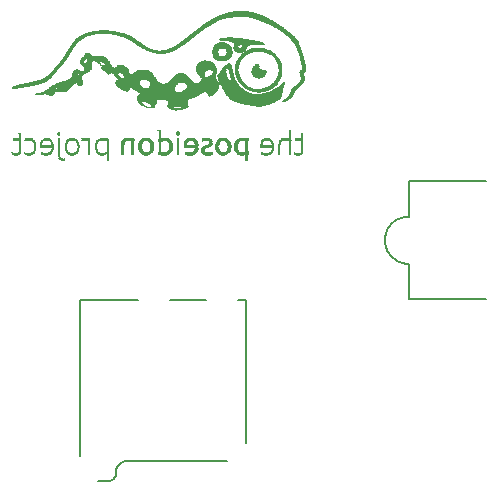
<source format=gbo>
G75*
G70*
%OFA0B0*%
%FSLAX24Y24*%
%IPPOS*%
%LPD*%
%AMOC8*
5,1,8,0,0,1.08239X$1,22.5*
%
%ADD10R,0.0045X0.0005*%
%ADD11R,0.0100X0.0005*%
%ADD12R,0.0065X0.0005*%
%ADD13R,0.0080X0.0005*%
%ADD14R,0.0125X0.0005*%
%ADD15R,0.0135X0.0005*%
%ADD16R,0.0145X0.0005*%
%ADD17R,0.0155X0.0005*%
%ADD18R,0.0165X0.0005*%
%ADD19R,0.0170X0.0005*%
%ADD20R,0.0175X0.0005*%
%ADD21R,0.0180X0.0005*%
%ADD22R,0.0185X0.0005*%
%ADD23R,0.0015X0.0005*%
%ADD24R,0.0110X0.0005*%
%ADD25R,0.0085X0.0005*%
%ADD26R,0.0075X0.0005*%
%ADD27R,0.0070X0.0005*%
%ADD28R,0.0050X0.0005*%
%ADD29R,0.0025X0.0005*%
%ADD30R,0.0020X0.0005*%
%ADD31R,0.0055X0.0005*%
%ADD32R,0.0105X0.0005*%
%ADD33R,0.0140X0.0005*%
%ADD34R,0.0095X0.0005*%
%ADD35R,0.0090X0.0005*%
%ADD36R,0.0160X0.0005*%
%ADD37R,0.0150X0.0005*%
%ADD38R,0.0200X0.0005*%
%ADD39R,0.0230X0.0005*%
%ADD40R,0.0225X0.0005*%
%ADD41R,0.0250X0.0005*%
%ADD42R,0.0205X0.0005*%
%ADD43R,0.0195X0.0005*%
%ADD44R,0.0235X0.0005*%
%ADD45R,0.0210X0.0005*%
%ADD46R,0.0265X0.0005*%
%ADD47R,0.0255X0.0005*%
%ADD48R,0.0290X0.0005*%
%ADD49R,0.0215X0.0005*%
%ADD50R,0.0280X0.0005*%
%ADD51R,0.0320X0.0005*%
%ADD52R,0.0220X0.0005*%
%ADD53R,0.0285X0.0005*%
%ADD54R,0.0245X0.0005*%
%ADD55R,0.0310X0.0005*%
%ADD56R,0.0300X0.0005*%
%ADD57R,0.0340X0.0005*%
%ADD58R,0.0270X0.0005*%
%ADD59R,0.0240X0.0005*%
%ADD60R,0.0260X0.0005*%
%ADD61R,0.0325X0.0005*%
%ADD62R,0.0315X0.0005*%
%ADD63R,0.0350X0.0005*%
%ADD64R,0.0295X0.0005*%
%ADD65R,0.0305X0.0005*%
%ADD66R,0.0375X0.0005*%
%ADD67R,0.0330X0.0005*%
%ADD68R,0.0360X0.0005*%
%ADD69R,0.0380X0.0005*%
%ADD70R,0.0335X0.0005*%
%ADD71R,0.0365X0.0005*%
%ADD72R,0.0390X0.0005*%
%ADD73R,0.0370X0.0005*%
%ADD74R,0.0395X0.0005*%
%ADD75R,0.0345X0.0005*%
%ADD76R,0.0400X0.0005*%
%ADD77R,0.0385X0.0005*%
%ADD78R,0.0130X0.0005*%
%ADD79R,0.0115X0.0005*%
%ADD80R,0.0405X0.0005*%
%ADD81R,0.0355X0.0005*%
%ADD82R,0.0060X0.0005*%
%ADD83R,0.0410X0.0005*%
%ADD84R,0.0120X0.0005*%
%ADD85R,0.0415X0.0005*%
%ADD86R,0.0030X0.0005*%
%ADD87R,0.0035X0.0005*%
%ADD88R,0.0420X0.0005*%
%ADD89R,0.0425X0.0005*%
%ADD90R,0.0005X0.0005*%
%ADD91R,0.0010X0.0005*%
%ADD92R,0.0190X0.0005*%
%ADD93R,0.0475X0.0005*%
%ADD94R,0.0460X0.0005*%
%ADD95R,0.0455X0.0005*%
%ADD96R,0.0040X0.0005*%
%ADD97R,0.0275X0.0005*%
%ADD98R,0.0695X0.0005*%
%ADD99R,0.0700X0.0005*%
%ADD100R,0.0465X0.0005*%
%ADD101R,0.0500X0.0005*%
%ADD102R,0.0545X0.0005*%
%ADD103R,0.0590X0.0005*%
%ADD104R,0.0630X0.0005*%
%ADD105R,0.0675X0.0005*%
%ADD106R,0.0710X0.0005*%
%ADD107R,0.0750X0.0005*%
%ADD108R,0.0795X0.0005*%
%ADD109R,0.0835X0.0005*%
%ADD110R,0.0875X0.0005*%
%ADD111R,0.0690X0.0005*%
%ADD112R,0.0910X0.0005*%
%ADD113R,0.0685X0.0005*%
%ADD114R,0.0950X0.0005*%
%ADD115R,0.0980X0.0005*%
%ADD116R,0.1020X0.0005*%
%ADD117R,0.0680X0.0005*%
%ADD118R,0.1055X0.0005*%
%ADD119R,0.1080X0.0005*%
%ADD120R,0.1115X0.0005*%
%ADD121R,0.1145X0.0005*%
%ADD122R,0.1180X0.0005*%
%ADD123R,0.1205X0.0005*%
%ADD124R,0.1230X0.0005*%
%ADD125R,0.0670X0.0005*%
%ADD126R,0.1265X0.0005*%
%ADD127R,0.1290X0.0005*%
%ADD128R,0.1315X0.0005*%
%ADD129R,0.1340X0.0005*%
%ADD130R,0.1360X0.0005*%
%ADD131R,0.1385X0.0005*%
%ADD132R,0.1405X0.0005*%
%ADD133R,0.0435X0.0005*%
%ADD134R,0.1430X0.0005*%
%ADD135R,0.0610X0.0005*%
%ADD136R,0.1450X0.0005*%
%ADD137R,0.1470X0.0005*%
%ADD138R,0.0615X0.0005*%
%ADD139R,0.1485X0.0005*%
%ADD140R,0.1510X0.0005*%
%ADD141R,0.0625X0.0005*%
%ADD142R,0.1530X0.0005*%
%ADD143R,0.0720X0.0005*%
%ADD144R,0.1545X0.0005*%
%ADD145R,0.0740X0.0005*%
%ADD146R,0.0635X0.0005*%
%ADD147R,0.1560X0.0005*%
%ADD148R,0.0765X0.0005*%
%ADD149R,0.1575X0.0005*%
%ADD150R,0.0790X0.0005*%
%ADD151R,0.0640X0.0005*%
%ADD152R,0.1590X0.0005*%
%ADD153R,0.0825X0.0005*%
%ADD154R,0.1605X0.0005*%
%ADD155R,0.0860X0.0005*%
%ADD156R,0.0650X0.0005*%
%ADD157R,0.1620X0.0005*%
%ADD158R,0.0895X0.0005*%
%ADD159R,0.0660X0.0005*%
%ADD160R,0.1635X0.0005*%
%ADD161R,0.0945X0.0005*%
%ADD162R,0.1645X0.0005*%
%ADD163R,0.1735X0.0005*%
%ADD164R,0.1660X0.0005*%
%ADD165R,0.1740X0.0005*%
%ADD166R,0.1670X0.0005*%
%ADD167R,0.1755X0.0005*%
%ADD168R,0.1680X0.0005*%
%ADD169R,0.1765X0.0005*%
%ADD170R,0.1690X0.0005*%
%ADD171R,0.1780X0.0005*%
%ADD172R,0.1700X0.0005*%
%ADD173R,0.1795X0.0005*%
%ADD174R,0.1710X0.0005*%
%ADD175R,0.1805X0.0005*%
%ADD176R,0.1720X0.0005*%
%ADD177R,0.1820X0.0005*%
%ADD178R,0.1725X0.0005*%
%ADD179R,0.1835X0.0005*%
%ADD180R,0.1850X0.0005*%
%ADD181R,0.1745X0.0005*%
%ADD182R,0.1860X0.0005*%
%ADD183R,0.1750X0.0005*%
%ADD184R,0.1875X0.0005*%
%ADD185R,0.1760X0.0005*%
%ADD186R,0.1890X0.0005*%
%ADD187R,0.1905X0.0005*%
%ADD188R,0.1775X0.0005*%
%ADD189R,0.1920X0.0005*%
%ADD190R,0.1935X0.0005*%
%ADD191R,0.1945X0.0005*%
%ADD192R,0.1790X0.0005*%
%ADD193R,0.1960X0.0005*%
%ADD194R,0.1970X0.0005*%
%ADD195R,0.1800X0.0005*%
%ADD196R,0.1980X0.0005*%
%ADD197R,0.1985X0.0005*%
%ADD198R,0.1810X0.0005*%
%ADD199R,0.1995X0.0005*%
%ADD200R,0.1815X0.0005*%
%ADD201R,0.2000X0.0005*%
%ADD202R,0.1825X0.0005*%
%ADD203R,0.1830X0.0005*%
%ADD204R,0.1990X0.0005*%
%ADD205R,0.1845X0.0005*%
%ADD206R,0.1855X0.0005*%
%ADD207R,0.0745X0.0005*%
%ADD208R,0.0705X0.0005*%
%ADD209R,0.0885X0.0005*%
%ADD210R,0.0620X0.0005*%
%ADD211R,0.0645X0.0005*%
%ADD212R,0.0865X0.0005*%
%ADD213R,0.2010X0.0005*%
%ADD214R,0.0845X0.0005*%
%ADD215R,0.2015X0.0005*%
%ADD216R,0.0600X0.0005*%
%ADD217R,0.0830X0.0005*%
%ADD218R,0.2025X0.0005*%
%ADD219R,0.0605X0.0005*%
%ADD220R,0.0580X0.0005*%
%ADD221R,0.0815X0.0005*%
%ADD222R,0.2030X0.0005*%
%ADD223R,0.0560X0.0005*%
%ADD224R,0.0805X0.0005*%
%ADD225R,0.2045X0.0005*%
%ADD226R,0.0530X0.0005*%
%ADD227R,0.2060X0.0005*%
%ADD228R,0.0480X0.0005*%
%ADD229R,0.0525X0.0005*%
%ADD230R,0.0780X0.0005*%
%ADD231R,0.2075X0.0005*%
%ADD232R,0.0510X0.0005*%
%ADD233R,0.0775X0.0005*%
%ADD234R,0.2085X0.0005*%
%ADD235R,0.0495X0.0005*%
%ADD236R,0.0770X0.0005*%
%ADD237R,0.1275X0.0005*%
%ADD238R,0.0440X0.0005*%
%ADD239R,0.0755X0.0005*%
%ADD240R,0.0430X0.0005*%
%ADD241R,0.1255X0.0005*%
%ADD242R,0.0735X0.0005*%
%ADD243R,0.0730X0.0005*%
%ADD244R,0.0725X0.0005*%
%ADD245R,0.1135X0.0005*%
%ADD246R,0.0715X0.0005*%
%ADD247R,0.1130X0.0005*%
%ADD248R,0.1260X0.0005*%
%ADD249R,0.1125X0.0005*%
%ADD250R,0.1120X0.0005*%
%ADD251R,0.1270X0.0005*%
%ADD252R,0.1110X0.0005*%
%ADD253R,0.1285X0.0005*%
%ADD254R,0.0555X0.0005*%
%ADD255R,0.1105X0.0005*%
%ADD256R,0.0585X0.0005*%
%ADD257R,0.1295X0.0005*%
%ADD258R,0.1100X0.0005*%
%ADD259R,0.1300X0.0005*%
%ADD260R,0.1305X0.0005*%
%ADD261R,0.0665X0.0005*%
%ADD262R,0.1095X0.0005*%
%ADD263R,0.1310X0.0005*%
%ADD264R,0.1090X0.0005*%
%ADD265R,0.1320X0.0005*%
%ADD266R,0.0655X0.0005*%
%ADD267R,0.1330X0.0005*%
%ADD268R,0.1335X0.0005*%
%ADD269R,0.1085X0.0005*%
%ADD270R,0.1350X0.0005*%
%ADD271R,0.1370X0.0005*%
%ADD272R,0.1375X0.0005*%
%ADD273R,0.0920X0.0005*%
%ADD274R,0.1075X0.0005*%
%ADD275R,0.0870X0.0005*%
%ADD276R,0.0855X0.0005*%
%ADD277R,0.0850X0.0005*%
%ADD278R,0.0840X0.0005*%
%ADD279R,0.0595X0.0005*%
%ADD280R,0.0445X0.0005*%
%ADD281R,0.0505X0.0005*%
%ADD282R,0.0515X0.0005*%
%ADD283R,0.0540X0.0005*%
%ADD284R,0.0575X0.0005*%
%ADD285R,0.0550X0.0005*%
%ADD286R,0.0880X0.0005*%
%ADD287R,0.0535X0.0005*%
%ADD288R,0.0570X0.0005*%
%ADD289R,0.0520X0.0005*%
%ADD290R,0.0565X0.0005*%
%ADD291R,0.0470X0.0005*%
%ADD292R,0.0490X0.0005*%
%ADD293R,0.1280X0.0005*%
%ADD294R,0.0485X0.0005*%
%ADD295R,0.1070X0.0005*%
%ADD296R,0.1045X0.0005*%
%ADD297R,0.1040X0.0005*%
%ADD298R,0.1035X0.0005*%
%ADD299R,0.1030X0.0005*%
%ADD300R,0.1025X0.0005*%
%ADD301R,0.1015X0.0005*%
%ADD302R,0.1010X0.0005*%
%ADD303R,0.1005X0.0005*%
%ADD304R,0.1000X0.0005*%
%ADD305R,0.0450X0.0005*%
%ADD306R,0.0995X0.0005*%
%ADD307R,0.0990X0.0005*%
%ADD308R,0.0760X0.0005*%
%ADD309R,0.0800X0.0005*%
%ADD310R,0.0810X0.0005*%
%ADD311R,0.0820X0.0005*%
%ADD312R,0.0975X0.0005*%
%ADD313R,0.0960X0.0005*%
%ADD314R,0.0930X0.0005*%
%ADD315R,0.0905X0.0005*%
%ADD316R,0.0890X0.0005*%
%ADD317R,0.0970X0.0005*%
%ADD318R,0.0925X0.0005*%
%ADD319R,0.1190X0.0005*%
%ADD320R,0.1160X0.0005*%
%ADD321R,0.1050X0.0005*%
%ADD322R,0.0785X0.0005*%
%ADD323R,0.1475X0.0005*%
%ADD324R,0.1455X0.0005*%
%ADD325R,0.1355X0.0005*%
%ADD326R,0.1225X0.0005*%
%ADD327R,0.1195X0.0005*%
%ADD328R,0.1165X0.0005*%
%ADD329C,0.0050*%
%ADD330C,0.0080*%
D10*
X003595Y012920D03*
X003465Y013780D03*
X002345Y013605D03*
X002330Y013180D03*
X001915Y013180D03*
X005135Y015820D03*
X007430Y013890D03*
X008545Y013205D03*
X011330Y013180D03*
X010955Y015525D03*
X010130Y015680D03*
D11*
X010833Y015850D03*
X010833Y015855D03*
X010838Y015885D03*
X010838Y015890D03*
X010838Y015895D03*
X010838Y015900D03*
X010838Y015905D03*
X010838Y015910D03*
X010838Y015915D03*
X010838Y015920D03*
X010838Y015925D03*
X010838Y015930D03*
X010838Y015935D03*
X010838Y015940D03*
X010838Y015945D03*
X010838Y015950D03*
X010838Y015955D03*
X010838Y015960D03*
X010838Y015965D03*
X010838Y015970D03*
X010838Y015975D03*
X010838Y015980D03*
X010838Y015985D03*
X010838Y015990D03*
X010838Y015995D03*
X010838Y016000D03*
X010838Y016005D03*
X010838Y016010D03*
X010833Y016035D03*
X010833Y016040D03*
X010833Y016045D03*
X010913Y015460D03*
X010908Y015455D03*
X009413Y015760D03*
X009408Y015775D03*
X009408Y015780D03*
X009403Y015795D03*
X009403Y015800D03*
X009398Y015815D03*
X009398Y015820D03*
X009398Y015825D03*
X009393Y015840D03*
X009393Y015845D03*
X009393Y015850D03*
X009393Y015855D03*
X009388Y015865D03*
X009388Y015870D03*
X009388Y015875D03*
X009388Y015880D03*
X009388Y015885D03*
X009388Y015890D03*
X009388Y015895D03*
X009388Y015900D03*
X009388Y015905D03*
X009383Y015915D03*
X009383Y015920D03*
X009383Y015925D03*
X009383Y015930D03*
X009383Y015935D03*
X009383Y015940D03*
X009383Y015945D03*
X009383Y015950D03*
X009383Y015955D03*
X009383Y015960D03*
X009383Y015965D03*
X009383Y015970D03*
X009383Y015975D03*
X009383Y015980D03*
X009383Y015985D03*
X009383Y015990D03*
X009383Y015995D03*
X009383Y016000D03*
X009383Y016005D03*
X009383Y016010D03*
X009388Y016030D03*
X009388Y016035D03*
X009388Y016040D03*
X009388Y016045D03*
X009388Y016050D03*
X009388Y016055D03*
X009393Y016080D03*
X009503Y016535D03*
X008503Y015095D03*
X008518Y013560D03*
X008518Y013555D03*
X008523Y013550D03*
X008523Y013545D03*
X008523Y013540D03*
X008523Y013535D03*
X008523Y013530D03*
X008523Y013525D03*
X008523Y013520D03*
X008523Y013515D03*
X008523Y013510D03*
X008733Y013455D03*
X008733Y013450D03*
X008733Y013445D03*
X008738Y013475D03*
X008728Y013415D03*
X008728Y013410D03*
X008728Y013405D03*
X008728Y013400D03*
X008728Y013395D03*
X008728Y013390D03*
X008728Y013385D03*
X008728Y013380D03*
X008728Y013375D03*
X008728Y013370D03*
X008733Y013335D03*
X008733Y013330D03*
X008738Y013310D03*
X009133Y013315D03*
X009133Y013320D03*
X009138Y013340D03*
X009138Y013345D03*
X009138Y013350D03*
X009138Y013355D03*
X009138Y013360D03*
X009138Y013425D03*
X009138Y013430D03*
X009138Y013435D03*
X009138Y013440D03*
X009133Y013465D03*
X009353Y013440D03*
X009353Y013435D03*
X009353Y013430D03*
X009353Y013425D03*
X009358Y013465D03*
X009353Y013355D03*
X009353Y013350D03*
X009353Y013345D03*
X009353Y013340D03*
X009358Y013315D03*
X009358Y013310D03*
X009733Y013310D03*
X009733Y013315D03*
X009733Y013320D03*
X009733Y013325D03*
X009733Y013330D03*
X009733Y013335D03*
X009733Y013340D03*
X009733Y013345D03*
X009733Y013350D03*
X009733Y013355D03*
X009733Y013360D03*
X009733Y013365D03*
X009733Y013370D03*
X009733Y013375D03*
X009733Y013380D03*
X009733Y013385D03*
X009733Y013390D03*
X009733Y013395D03*
X009733Y013400D03*
X009733Y013405D03*
X009733Y013410D03*
X009733Y013415D03*
X009733Y013420D03*
X009733Y013425D03*
X009733Y013430D03*
X009733Y013435D03*
X009733Y013440D03*
X009733Y013445D03*
X009733Y013450D03*
X009733Y013455D03*
X009733Y013460D03*
X009733Y013465D03*
X009733Y013470D03*
X009733Y013475D03*
X009733Y013480D03*
X009733Y013485D03*
X009733Y013490D03*
X009733Y013495D03*
X009733Y013500D03*
X009733Y013505D03*
X009733Y013510D03*
X009733Y013515D03*
X009733Y013520D03*
X009733Y013525D03*
X009733Y013530D03*
X009733Y013535D03*
X009733Y013540D03*
X009733Y013545D03*
X009733Y013550D03*
X009733Y013555D03*
X009733Y013560D03*
X009733Y013565D03*
X009733Y013570D03*
X009733Y013575D03*
X009733Y013580D03*
X009733Y013305D03*
X009733Y013300D03*
X009733Y013295D03*
X009733Y013290D03*
X009733Y013285D03*
X009733Y013280D03*
X009733Y013275D03*
X009733Y013270D03*
X009733Y013265D03*
X009733Y013260D03*
X009733Y013255D03*
X009733Y013250D03*
X009733Y013245D03*
X009733Y013240D03*
X009733Y013235D03*
X009733Y013140D03*
X009733Y013135D03*
X009733Y013130D03*
X009733Y013125D03*
X009733Y013120D03*
X009733Y013115D03*
X009733Y013110D03*
X009733Y013105D03*
X009733Y013100D03*
X009733Y013095D03*
X009733Y013090D03*
X009733Y013085D03*
X009733Y013080D03*
X009733Y013075D03*
X009733Y013070D03*
X009733Y013065D03*
X009733Y013060D03*
X009733Y013055D03*
X009733Y013050D03*
X009733Y013045D03*
X009733Y013040D03*
X009733Y013035D03*
X009733Y013030D03*
X009733Y013025D03*
X009733Y013020D03*
X009733Y013015D03*
X009733Y013010D03*
X009733Y013005D03*
X009733Y013000D03*
X009733Y012995D03*
X009733Y012990D03*
X009733Y012985D03*
X009733Y012980D03*
X009733Y012975D03*
X009733Y012970D03*
X009733Y012965D03*
X009733Y012960D03*
X009733Y012955D03*
X009733Y012950D03*
X009733Y012945D03*
X009733Y012940D03*
X009733Y012935D03*
X009733Y012930D03*
X009733Y012925D03*
X010358Y013110D03*
X010508Y013595D03*
X010853Y013590D03*
X010858Y013595D03*
X010988Y013670D03*
X011353Y013170D03*
X008248Y013230D03*
X008248Y013235D03*
X008243Y013240D03*
X008243Y013245D03*
X008243Y013250D03*
X008243Y013255D03*
X008243Y013260D03*
X008243Y013265D03*
X008243Y013270D03*
X008248Y013285D03*
X008043Y013320D03*
X008043Y013325D03*
X008048Y013345D03*
X008048Y013350D03*
X008048Y013355D03*
X008048Y013360D03*
X008048Y013365D03*
X008043Y013460D03*
X008043Y013465D03*
X008043Y013470D03*
X008038Y013485D03*
X008038Y013490D03*
X008028Y013515D03*
X007688Y013525D03*
X007683Y013515D03*
X007683Y013510D03*
X007683Y013505D03*
X007678Y013500D03*
X007678Y013495D03*
X007678Y013490D03*
X007678Y013485D03*
X007678Y013480D03*
X007673Y013470D03*
X007673Y013465D03*
X007673Y013460D03*
X007673Y013455D03*
X007673Y013450D03*
X007673Y013445D03*
X007193Y013410D03*
X007193Y013405D03*
X007193Y013400D03*
X007193Y013395D03*
X007193Y013390D03*
X007193Y013385D03*
X007193Y013380D03*
X007193Y013375D03*
X007188Y013340D03*
X007188Y013335D03*
X007188Y013445D03*
X007188Y013450D03*
X007188Y013455D03*
X007183Y013480D03*
X006998Y013675D03*
X006813Y013555D03*
X006563Y013470D03*
X006568Y013450D03*
X006568Y013445D03*
X006568Y013440D03*
X006568Y013435D03*
X006568Y013345D03*
X006568Y013340D03*
X006568Y013335D03*
X006563Y013310D03*
X006168Y013315D03*
X006163Y013340D03*
X006163Y013345D03*
X006163Y013350D03*
X006163Y013435D03*
X006163Y013440D03*
X006163Y013445D03*
X006168Y013470D03*
X005923Y013470D03*
X005923Y013475D03*
X005923Y013480D03*
X005923Y013485D03*
X005923Y013490D03*
X005923Y013495D03*
X005923Y013500D03*
X005923Y013505D03*
X005923Y013510D03*
X005923Y013515D03*
X005923Y013520D03*
X005923Y013525D03*
X005923Y013530D03*
X005923Y013535D03*
X005923Y013540D03*
X005923Y013545D03*
X005923Y013550D03*
X005923Y013555D03*
X005923Y013560D03*
X005923Y013565D03*
X005923Y013570D03*
X005923Y013575D03*
X005923Y013580D03*
X005923Y013465D03*
X005923Y013460D03*
X005923Y013455D03*
X005923Y013450D03*
X005923Y013445D03*
X005923Y013440D03*
X005923Y013435D03*
X005923Y013430D03*
X005923Y013425D03*
X005923Y013420D03*
X005923Y013415D03*
X005923Y013410D03*
X005923Y013405D03*
X005923Y013400D03*
X005923Y013395D03*
X005923Y013390D03*
X005923Y013385D03*
X005923Y013380D03*
X005923Y013375D03*
X005923Y013370D03*
X005923Y013365D03*
X005923Y013360D03*
X005923Y013355D03*
X005923Y013350D03*
X005923Y013345D03*
X005923Y013340D03*
X005923Y013335D03*
X005923Y013330D03*
X005923Y013325D03*
X005923Y013320D03*
X005923Y013315D03*
X005923Y013310D03*
X005923Y013305D03*
X005923Y013300D03*
X005923Y013295D03*
X005923Y013290D03*
X005923Y013285D03*
X005923Y013280D03*
X005923Y013275D03*
X005923Y013270D03*
X005923Y013265D03*
X005923Y013260D03*
X005923Y013255D03*
X005923Y013250D03*
X005923Y013245D03*
X005923Y013240D03*
X005923Y013235D03*
X005923Y013230D03*
X005923Y013225D03*
X005923Y013220D03*
X005923Y013215D03*
X005923Y013210D03*
X005923Y013205D03*
X005923Y013200D03*
X005923Y013195D03*
X005923Y013190D03*
X005923Y013185D03*
X005923Y013180D03*
X005923Y013175D03*
X005923Y013170D03*
X005923Y013165D03*
X005923Y013160D03*
X005923Y013155D03*
X005923Y013150D03*
X005923Y013145D03*
X005923Y013140D03*
X005923Y013135D03*
X005923Y013130D03*
X005923Y013125D03*
X005578Y013125D03*
X005578Y013130D03*
X005578Y013135D03*
X005578Y013140D03*
X005578Y013145D03*
X005578Y013150D03*
X005578Y013155D03*
X005578Y013160D03*
X005578Y013165D03*
X005578Y013170D03*
X005578Y013175D03*
X005578Y013180D03*
X005578Y013185D03*
X005578Y013190D03*
X005578Y013195D03*
X005578Y013200D03*
X005578Y013205D03*
X005578Y013210D03*
X005578Y013215D03*
X005578Y013220D03*
X005578Y013225D03*
X005578Y013230D03*
X005578Y013235D03*
X005578Y013240D03*
X005578Y013245D03*
X005578Y013250D03*
X005578Y013255D03*
X005578Y013260D03*
X005578Y013265D03*
X005578Y013270D03*
X005578Y013275D03*
X005578Y013280D03*
X005578Y013285D03*
X005578Y013290D03*
X005578Y013295D03*
X005578Y013300D03*
X005578Y013305D03*
X005578Y013310D03*
X005578Y013315D03*
X005578Y013320D03*
X005578Y013325D03*
X005578Y013330D03*
X005578Y013335D03*
X005578Y013340D03*
X005578Y013345D03*
X005578Y013350D03*
X005578Y013355D03*
X005578Y013360D03*
X005578Y013365D03*
X005578Y013370D03*
X005578Y013375D03*
X005578Y013380D03*
X005578Y013385D03*
X005578Y013390D03*
X005578Y013395D03*
X005578Y013400D03*
X005578Y013405D03*
X005578Y013410D03*
X005578Y013415D03*
X005578Y013420D03*
X005578Y013425D03*
X005578Y013430D03*
X005578Y013435D03*
X005578Y013440D03*
X005578Y013445D03*
X005578Y013450D03*
X005578Y013455D03*
X005578Y013460D03*
X005578Y013465D03*
X005578Y013470D03*
X005578Y013475D03*
X005583Y013485D03*
X005583Y013490D03*
X005583Y013495D03*
X005583Y013500D03*
X005578Y013120D03*
X005068Y013195D03*
X004903Y013110D03*
X004763Y013190D03*
X004763Y013580D03*
X004768Y013585D03*
X004453Y013605D03*
X004028Y013590D03*
X004023Y013595D03*
X003758Y013590D03*
X003463Y013815D03*
X003463Y013820D03*
X003463Y013825D03*
X003463Y013830D03*
X003463Y013835D03*
X003463Y013840D03*
X003463Y013845D03*
X003163Y013595D03*
X002923Y013600D03*
X002918Y013595D03*
X002588Y013590D03*
X002598Y013200D03*
X002593Y013195D03*
X002358Y013170D03*
X001938Y013170D03*
X003173Y013195D03*
X003503Y012990D03*
X003758Y013190D03*
X004028Y013190D03*
X006183Y014845D03*
X006188Y014840D03*
X006193Y014835D03*
X006198Y014830D03*
X006203Y014825D03*
X006208Y014820D03*
X006213Y014815D03*
X006218Y014810D03*
X006238Y014795D03*
X006243Y014790D03*
X006258Y014780D03*
X006263Y014775D03*
X006278Y014765D03*
X006178Y014855D03*
X006173Y014860D03*
X006168Y014865D03*
X006163Y014875D03*
X005728Y015250D03*
X005543Y015335D03*
X005488Y015380D03*
X004228Y016175D03*
X004223Y016180D03*
X004218Y016190D03*
X004218Y016195D03*
D12*
X005135Y015825D03*
X006795Y013925D03*
X007430Y013885D03*
X008500Y015085D03*
X010935Y014895D03*
X010940Y015500D03*
X011570Y013820D03*
X011570Y013815D03*
X011570Y013810D03*
X011570Y013805D03*
X011570Y013800D03*
X011570Y013795D03*
X011570Y013790D03*
X011570Y013785D03*
X011570Y013780D03*
X011570Y013775D03*
X011570Y013770D03*
X011570Y013765D03*
X011570Y013760D03*
X011570Y013755D03*
X011570Y013750D03*
X011570Y013745D03*
X011570Y013740D03*
X011570Y013735D03*
X011570Y013730D03*
X011570Y013725D03*
X011570Y013720D03*
X011570Y013715D03*
X011570Y013710D03*
X011570Y013705D03*
X011570Y013700D03*
X011570Y013695D03*
X011570Y013690D03*
X011570Y013685D03*
X011570Y013680D03*
X011570Y013675D03*
X011570Y013670D03*
X011570Y013665D03*
X011570Y013600D03*
X011570Y013595D03*
X011570Y013590D03*
X011570Y013585D03*
X011570Y013580D03*
X011570Y013575D03*
X011570Y013570D03*
X011570Y013565D03*
X011570Y013560D03*
X011570Y013555D03*
X011570Y013550D03*
X011570Y013545D03*
X011570Y013540D03*
X011570Y013535D03*
X011570Y013530D03*
X011570Y013525D03*
X011570Y013520D03*
X011570Y013515D03*
X011570Y013510D03*
X011570Y013505D03*
X011570Y013500D03*
X011570Y013495D03*
X011570Y013490D03*
X011570Y013485D03*
X011570Y013480D03*
X011570Y013475D03*
X011570Y013470D03*
X011570Y013465D03*
X011570Y013460D03*
X011570Y013455D03*
X011570Y013450D03*
X011570Y013445D03*
X011570Y013440D03*
X011570Y013435D03*
X011570Y013430D03*
X011570Y013425D03*
X011570Y013420D03*
X011570Y013415D03*
X011570Y013410D03*
X011570Y013405D03*
X011570Y013400D03*
X011570Y013395D03*
X011570Y013390D03*
X011570Y013385D03*
X011570Y013380D03*
X011570Y013375D03*
X011570Y013370D03*
X011570Y013365D03*
X011570Y013360D03*
X011570Y013355D03*
X011570Y013350D03*
X011570Y013345D03*
X011570Y013340D03*
X011570Y013335D03*
X011570Y013330D03*
X011570Y013325D03*
X011570Y013320D03*
X011570Y013315D03*
X011570Y013310D03*
X011570Y013305D03*
X011570Y013300D03*
X011570Y013295D03*
X005085Y013295D03*
X005085Y013300D03*
X005085Y013305D03*
X005085Y013310D03*
X005085Y013315D03*
X005085Y013320D03*
X005085Y013325D03*
X005085Y013330D03*
X005085Y013335D03*
X005085Y013340D03*
X005085Y013345D03*
X005085Y013350D03*
X005085Y013355D03*
X005085Y013360D03*
X005085Y013365D03*
X005085Y013370D03*
X005085Y013375D03*
X005085Y013380D03*
X005085Y013385D03*
X005085Y013390D03*
X005085Y013395D03*
X005085Y013400D03*
X005085Y013405D03*
X005085Y013410D03*
X005085Y013415D03*
X005085Y013420D03*
X005085Y013425D03*
X005085Y013430D03*
X005085Y013435D03*
X005085Y013440D03*
X005085Y013445D03*
X005085Y013450D03*
X005085Y013455D03*
X005085Y013460D03*
X005085Y013465D03*
X005085Y013470D03*
X005085Y013475D03*
X005085Y013480D03*
X005085Y013485D03*
X005085Y013490D03*
X005085Y013495D03*
X005085Y013500D03*
X005085Y013505D03*
X005085Y013510D03*
X005085Y013515D03*
X005085Y013520D03*
X005085Y013525D03*
X005085Y013530D03*
X005085Y013535D03*
X005085Y013540D03*
X005085Y013545D03*
X005085Y013550D03*
X005085Y013555D03*
X005085Y013560D03*
X005085Y013565D03*
X005085Y013570D03*
X005085Y013575D03*
X005085Y013580D03*
X005085Y013585D03*
X005085Y013590D03*
X005085Y013290D03*
X005085Y013285D03*
X005085Y013280D03*
X005085Y013275D03*
X005085Y013270D03*
X005085Y013265D03*
X005085Y013260D03*
X005085Y013255D03*
X005085Y013250D03*
X005085Y013245D03*
X005085Y013240D03*
X005085Y013235D03*
X005085Y013230D03*
X005085Y013225D03*
X005085Y013220D03*
X005085Y013145D03*
X005085Y013140D03*
X005085Y013135D03*
X005085Y013130D03*
X005085Y013125D03*
X005085Y013120D03*
X005085Y013115D03*
X005085Y013110D03*
X005085Y013105D03*
X005085Y013100D03*
X005085Y013095D03*
X005085Y013090D03*
X005085Y013085D03*
X005085Y013080D03*
X005085Y013075D03*
X005085Y013070D03*
X005085Y013065D03*
X005085Y013060D03*
X005085Y013055D03*
X005085Y013050D03*
X005085Y013045D03*
X005085Y013040D03*
X005085Y013035D03*
X005085Y013030D03*
X005085Y013025D03*
X005085Y013020D03*
X005085Y013015D03*
X005085Y013010D03*
X005085Y013005D03*
X005085Y013000D03*
X005085Y012995D03*
X005085Y012990D03*
X005085Y012985D03*
X005085Y012980D03*
X005085Y012975D03*
X005085Y012970D03*
X005085Y012965D03*
X005085Y012960D03*
X005085Y012955D03*
X005085Y012950D03*
X005085Y012945D03*
X005085Y012940D03*
X005085Y012935D03*
X005085Y012930D03*
X005085Y012925D03*
X004470Y013120D03*
X004470Y013125D03*
X004470Y013130D03*
X004470Y013135D03*
X004470Y013140D03*
X004470Y013145D03*
X004470Y013150D03*
X004470Y013155D03*
X004470Y013160D03*
X004470Y013165D03*
X004470Y013170D03*
X004470Y013175D03*
X004470Y013180D03*
X004470Y013185D03*
X004470Y013190D03*
X004470Y013195D03*
X004470Y013200D03*
X004470Y013205D03*
X004470Y013210D03*
X004470Y013215D03*
X004470Y013220D03*
X004470Y013225D03*
X004470Y013230D03*
X004470Y013235D03*
X004470Y013240D03*
X004470Y013245D03*
X004470Y013250D03*
X004470Y013255D03*
X004470Y013260D03*
X004470Y013265D03*
X004470Y013270D03*
X004470Y013275D03*
X004470Y013280D03*
X004470Y013285D03*
X004470Y013290D03*
X004470Y013295D03*
X004470Y013300D03*
X004470Y013305D03*
X004470Y013310D03*
X004470Y013315D03*
X004470Y013320D03*
X004470Y013325D03*
X004470Y013330D03*
X004470Y013335D03*
X004470Y013340D03*
X004470Y013345D03*
X004470Y013350D03*
X004470Y013355D03*
X004470Y013360D03*
X004470Y013365D03*
X004470Y013370D03*
X004470Y013375D03*
X004470Y013380D03*
X004470Y013385D03*
X004470Y013390D03*
X004470Y013395D03*
X004470Y013400D03*
X004470Y013405D03*
X004470Y013410D03*
X004470Y013415D03*
X004470Y013420D03*
X004470Y013425D03*
X004470Y013430D03*
X004470Y013435D03*
X004470Y013440D03*
X004470Y013445D03*
X004470Y013450D03*
X004470Y013455D03*
X004470Y013460D03*
X004470Y013465D03*
X004470Y013470D03*
X004470Y013475D03*
X004470Y013480D03*
X004470Y013485D03*
X004470Y013490D03*
X004470Y013495D03*
X004470Y013500D03*
X004470Y013505D03*
X004470Y013510D03*
X004470Y013515D03*
X004470Y013520D03*
X004470Y013525D03*
X004470Y013530D03*
X004470Y013535D03*
X004470Y013540D03*
X004470Y013545D03*
X004470Y013550D03*
X004470Y013555D03*
X004470Y013560D03*
X004470Y013565D03*
X004470Y013570D03*
X004470Y013575D03*
X004470Y013580D03*
X004470Y013585D03*
X004470Y013590D03*
X004255Y013610D03*
X003465Y013870D03*
X002860Y013465D03*
X002340Y013175D03*
X001920Y013175D03*
X003465Y013080D03*
X003465Y013075D03*
D13*
X003488Y013005D03*
X003593Y012925D03*
X003723Y013230D03*
X003718Y013235D03*
X003718Y013240D03*
X003713Y013245D03*
X003708Y013255D03*
X004058Y013220D03*
X004068Y013235D03*
X004073Y013240D03*
X004073Y013245D03*
X004078Y013255D03*
X004083Y013265D03*
X004083Y013515D03*
X004078Y013525D03*
X004073Y013535D03*
X004073Y013540D03*
X004068Y013545D03*
X004063Y013550D03*
X004058Y013560D03*
X003723Y013550D03*
X003718Y013545D03*
X003718Y013540D03*
X003713Y013535D03*
X003708Y013525D03*
X003463Y013795D03*
X003463Y013860D03*
X003198Y013560D03*
X003203Y013555D03*
X003203Y013550D03*
X003208Y013545D03*
X003213Y013535D03*
X003228Y013280D03*
X003223Y013265D03*
X003218Y013255D03*
X003218Y013250D03*
X003213Y013245D03*
X003213Y013240D03*
X003208Y013235D03*
X002883Y013550D03*
X002888Y013560D03*
X002893Y013565D03*
X002638Y013530D03*
X002633Y013535D03*
X002633Y013540D03*
X002628Y013545D03*
X002623Y013555D03*
X002358Y013610D03*
X002648Y013275D03*
X002643Y013260D03*
X002638Y013250D03*
X002633Y013245D03*
X002633Y013240D03*
X002628Y013235D03*
X002138Y013210D03*
X002133Y013200D03*
X004463Y013600D03*
X004713Y013515D03*
X004718Y013520D03*
X004718Y013525D03*
X004723Y013530D03*
X004723Y013535D03*
X004728Y013540D03*
X004708Y013500D03*
X004713Y013260D03*
X004718Y013250D03*
X004723Y013240D03*
X004723Y013235D03*
X004728Y013230D03*
X004168Y015435D03*
X005133Y015830D03*
X007433Y013880D03*
X010233Y013560D03*
X010233Y013555D03*
X010238Y013565D03*
X010543Y013560D03*
X010548Y013555D03*
X010553Y013545D03*
X010823Y013545D03*
X010828Y013555D03*
X010828Y013560D03*
X010833Y013565D03*
X011153Y013590D03*
X011548Y013200D03*
X010573Y013275D03*
X010568Y013265D03*
X010568Y013260D03*
X010563Y013255D03*
X010563Y013250D03*
X010558Y013245D03*
X010558Y013240D03*
X010283Y016785D03*
D14*
X010720Y016325D03*
X010730Y016310D03*
X010735Y016305D03*
X010735Y016300D03*
X010740Y016295D03*
X010750Y016280D03*
X010755Y016270D03*
X010780Y015675D03*
X010775Y015665D03*
X010770Y015660D03*
X010770Y015655D03*
X010765Y015645D03*
X010975Y014920D03*
X011560Y015765D03*
X011555Y015775D03*
X011540Y015835D03*
X011605Y016115D03*
X011605Y016120D03*
X011605Y016125D03*
X011605Y016130D03*
X011600Y016140D03*
X011600Y016145D03*
X011600Y016150D03*
X011530Y016435D03*
X011525Y016450D03*
X011525Y016455D03*
X011520Y016465D03*
X011520Y016470D03*
X011520Y016475D03*
X011515Y016480D03*
X011515Y016485D03*
X011510Y016495D03*
X011510Y016500D03*
X011505Y016515D03*
X010045Y016110D03*
X009495Y016320D03*
X009490Y016315D03*
X009485Y016305D03*
X009480Y016300D03*
X009475Y016290D03*
X009125Y016140D03*
X009160Y015985D03*
X009165Y015975D03*
X009165Y015970D03*
X009170Y015955D03*
X009175Y015935D03*
X009205Y015820D03*
X009215Y015785D03*
X009215Y015780D03*
X009220Y015770D03*
X009220Y015765D03*
X009220Y015760D03*
X009220Y015755D03*
X009225Y015750D03*
X009225Y015745D03*
X009225Y015740D03*
X009230Y015725D03*
X008970Y015995D03*
X008655Y015905D03*
X008635Y015820D03*
X008630Y015810D03*
X009550Y015510D03*
X009555Y015505D03*
X009560Y015500D03*
X009565Y015495D03*
X009570Y015490D03*
X007430Y013845D03*
X007430Y013840D03*
X007430Y013835D03*
X007430Y013830D03*
X007430Y013825D03*
X007430Y013820D03*
X007430Y013815D03*
X007145Y013560D03*
X007140Y013565D03*
X007145Y013235D03*
X007140Y013230D03*
X006515Y013220D03*
X006510Y013215D03*
X006220Y013215D03*
X006215Y013220D03*
X006210Y013225D03*
X006210Y013560D03*
X006215Y013565D03*
X006220Y013570D03*
X006510Y013570D03*
X006515Y013565D03*
X006520Y013560D03*
X005910Y013585D03*
X005615Y013570D03*
X005055Y013185D03*
X004790Y013600D03*
X004935Y013670D03*
X003590Y012930D03*
X003150Y013180D03*
X003140Y013610D03*
X002565Y013605D03*
X002570Y013180D03*
X003185Y015115D03*
X004175Y015765D03*
X004180Y015770D03*
X004185Y015775D03*
X004190Y015780D03*
X004195Y015785D03*
X004040Y015940D03*
X004225Y016260D03*
X004230Y016265D03*
X004230Y016270D03*
X004390Y016505D03*
X004740Y016235D03*
X005495Y016100D03*
X005380Y015755D03*
X005390Y015740D03*
X005400Y015725D03*
X005405Y015720D03*
X006600Y014745D03*
X007985Y013575D03*
X008265Y013315D03*
X008505Y013190D03*
X008785Y013220D03*
X009080Y013215D03*
X009085Y013220D03*
X009085Y013565D03*
X008785Y013565D03*
X008780Y013560D03*
X008500Y013585D03*
X008370Y013675D03*
X007820Y013110D03*
X009400Y013550D03*
X009720Y013585D03*
X010290Y013610D03*
X010485Y013610D03*
X010875Y013605D03*
X004950Y017255D03*
X003505Y016140D03*
X003500Y016135D03*
X003495Y016130D03*
X003485Y016115D03*
X003480Y016110D03*
X003475Y016105D03*
X003470Y016100D03*
X003465Y016095D03*
X003460Y016085D03*
X003455Y016080D03*
X003450Y016075D03*
X003445Y016070D03*
X003295Y015900D03*
X003275Y015875D03*
X003270Y015870D03*
X003265Y015865D03*
X003260Y015860D03*
X003255Y015855D03*
D15*
X003540Y016185D03*
X003545Y016190D03*
X003560Y016210D03*
X003565Y016215D03*
X003570Y016220D03*
X003570Y016225D03*
X003575Y016230D03*
X003580Y016235D03*
X003585Y016240D03*
X003585Y016245D03*
X003590Y016250D03*
X003595Y016255D03*
X003600Y016260D03*
X003605Y016270D03*
X003610Y016275D03*
X003615Y016280D03*
X003620Y016290D03*
X003625Y016295D03*
X003630Y016305D03*
X003635Y016310D03*
X003645Y016325D03*
X003655Y016340D03*
X003665Y016355D03*
X003675Y016370D03*
X003680Y016380D03*
X003685Y016385D03*
X003690Y016395D03*
X003695Y016400D03*
X003700Y016410D03*
X003705Y016415D03*
X003705Y016420D03*
X003710Y016425D03*
X003715Y016435D03*
X003720Y016440D03*
X003720Y016445D03*
X003725Y016450D03*
X003730Y016455D03*
X003730Y016460D03*
X003735Y016465D03*
X003735Y016470D03*
X003740Y016475D03*
X003745Y016480D03*
X003745Y016485D03*
X003750Y016490D03*
X003755Y016500D03*
X003760Y016505D03*
X003760Y016510D03*
X003765Y016515D03*
X003770Y016520D03*
X003770Y016525D03*
X003775Y016530D03*
X003775Y016535D03*
X003780Y016540D03*
X003785Y016545D03*
X003785Y016550D03*
X003790Y016555D03*
X003795Y016560D03*
X003795Y016565D03*
X003800Y016570D03*
X003800Y016575D03*
X003805Y016580D03*
X003810Y016585D03*
X003810Y016590D03*
X003815Y016595D03*
X003820Y016605D03*
X003825Y016610D03*
X003825Y016615D03*
X003830Y016620D03*
X003835Y016625D03*
X003835Y016630D03*
X003840Y016635D03*
X003845Y016645D03*
X003850Y016650D03*
X003855Y016660D03*
X003860Y016665D03*
X003865Y016675D03*
X003870Y016680D03*
X003875Y016690D03*
X003880Y016695D03*
X003890Y016710D03*
X003900Y016725D03*
X004395Y016500D03*
X004240Y016285D03*
X004165Y015760D03*
X005135Y015845D03*
X005360Y015785D03*
X005365Y015780D03*
X005370Y015770D03*
X005420Y015700D03*
X005425Y015695D03*
X005430Y015690D03*
X006155Y014910D03*
X006600Y014755D03*
X007190Y014675D03*
X007730Y013585D03*
X007975Y013585D03*
X008275Y013325D03*
X007985Y013215D03*
X008490Y013590D03*
X008795Y013575D03*
X008795Y013210D03*
X008800Y013205D03*
X010485Y013175D03*
X011430Y013115D03*
X010990Y014930D03*
X011000Y014935D03*
X011175Y015080D03*
X011180Y015085D03*
X010875Y015415D03*
X010735Y015595D03*
X010740Y015605D03*
X010745Y015610D03*
X010750Y015620D03*
X011515Y015510D03*
X011520Y015515D03*
X011525Y015520D03*
X011530Y015525D03*
X011530Y015530D03*
X011535Y015535D03*
X011540Y015540D03*
X011545Y015550D03*
X011550Y015560D03*
X011560Y015580D03*
X011575Y015635D03*
X011575Y015695D03*
X011575Y015700D03*
X011575Y015705D03*
X011575Y015710D03*
X011575Y015715D03*
X011575Y015720D03*
X011570Y015735D03*
X011570Y015740D03*
X011570Y015745D03*
X011565Y015750D03*
X011565Y015755D03*
X011545Y015845D03*
X011610Y016065D03*
X011610Y016070D03*
X011610Y016075D03*
X011610Y016080D03*
X011610Y016085D03*
X011495Y016545D03*
X011490Y016560D03*
X011485Y016570D03*
X011485Y016575D03*
X011480Y016585D03*
X011480Y016590D03*
X011475Y016600D03*
X011475Y016605D03*
X011470Y016615D03*
X010705Y016345D03*
X010700Y016350D03*
X010695Y016355D03*
X010045Y016105D03*
X009530Y016365D03*
X009525Y016360D03*
X009520Y016355D03*
X009510Y016340D03*
X009120Y016135D03*
X009150Y016005D03*
X009155Y016000D03*
X008960Y015980D03*
X008960Y015975D03*
X008955Y015970D03*
X008650Y015920D03*
X008620Y015795D03*
X009235Y015710D03*
X009235Y015705D03*
X009240Y015695D03*
X009240Y015690D03*
X009240Y015685D03*
X009245Y015675D03*
X009245Y015670D03*
X009610Y015450D03*
X009615Y015445D03*
X009620Y015440D03*
X009625Y015435D03*
X008505Y015105D03*
X006505Y013575D03*
X006225Y013575D03*
X006225Y013210D03*
X006230Y013205D03*
X006500Y013205D03*
X006505Y013210D03*
X007125Y013215D03*
X005625Y013580D03*
X004800Y013605D03*
X004435Y013610D03*
X003990Y013170D03*
X003585Y012935D03*
X003140Y013175D03*
X002560Y013175D03*
X003795Y013610D03*
D16*
X003895Y013665D03*
X003580Y012940D03*
X004805Y013170D03*
X004900Y013115D03*
X006240Y013200D03*
X006490Y013200D03*
X006835Y013195D03*
X007120Y013210D03*
X007120Y013580D03*
X006995Y013670D03*
X006490Y013585D03*
X006365Y013670D03*
X006240Y013585D03*
X007170Y014695D03*
X007510Y015825D03*
X008335Y016245D03*
X008645Y015930D03*
X008610Y015780D03*
X008950Y015955D03*
X009115Y016130D03*
X009555Y016395D03*
X009560Y016400D03*
X010045Y016100D03*
X010655Y016400D03*
X010660Y016395D03*
X010665Y016390D03*
X010670Y016385D03*
X011440Y016690D03*
X011440Y016695D03*
X011435Y016705D03*
X011435Y016710D03*
X011430Y016720D03*
X011425Y016730D03*
X011445Y016685D03*
X011445Y016680D03*
X011450Y016670D03*
X011455Y016655D03*
X011615Y016020D03*
X011615Y016015D03*
X011615Y016010D03*
X011615Y016005D03*
X011615Y016000D03*
X011615Y015995D03*
X011550Y015855D03*
X011480Y015475D03*
X011475Y015470D03*
X011470Y015465D03*
X011465Y015460D03*
X011220Y015160D03*
X011215Y015150D03*
X011210Y015140D03*
X011205Y015130D03*
X011160Y015060D03*
X011145Y015045D03*
X011140Y015040D03*
X011135Y015035D03*
X011015Y014945D03*
X010865Y015405D03*
X010710Y015560D03*
X010715Y015565D03*
X010720Y015570D03*
X010725Y015580D03*
X009665Y015405D03*
X009255Y015635D03*
X009255Y015640D03*
X009250Y015650D03*
X009250Y015655D03*
X008505Y015110D03*
X008935Y013670D03*
X008810Y013585D03*
X009060Y013585D03*
X009425Y013575D03*
X009420Y013205D03*
X009545Y013115D03*
X009060Y013200D03*
X008805Y013200D03*
X008485Y013455D03*
X008280Y013330D03*
X007980Y013210D03*
X007965Y013590D03*
X007845Y013670D03*
X007735Y013590D03*
X005445Y015675D03*
X005355Y015795D03*
X005350Y015800D03*
X005350Y015805D03*
X004735Y016240D03*
X004255Y016300D03*
X003925Y016760D03*
X003940Y016780D03*
X003945Y016785D03*
X003950Y016795D03*
X003955Y016800D03*
X003960Y016805D03*
X003965Y016810D03*
X003965Y016815D03*
X003970Y016820D03*
X003975Y016825D03*
X003980Y016830D03*
X004215Y015810D03*
X004155Y015450D03*
X003205Y015800D03*
X003200Y015795D03*
X003195Y015790D03*
X003190Y015785D03*
X003185Y015780D03*
X001955Y015340D03*
D17*
X003160Y015755D03*
X003165Y015760D03*
X003170Y015765D03*
X003175Y015770D03*
X003180Y015775D03*
X004045Y015930D03*
X004220Y015815D03*
X004155Y015455D03*
X004450Y016200D03*
X004455Y016210D03*
X004470Y016230D03*
X004265Y016310D03*
X004000Y016855D03*
X004005Y016860D03*
X004010Y016865D03*
X004025Y016885D03*
X004030Y016890D03*
X005345Y015815D03*
X005460Y015665D03*
X005710Y015260D03*
X006490Y014690D03*
X007665Y014715D03*
X008240Y015735D03*
X008600Y015770D03*
X008945Y015940D03*
X008945Y015945D03*
X009115Y016125D03*
X009595Y016430D03*
X010040Y016090D03*
X010130Y015690D03*
X009710Y015375D03*
X009700Y015380D03*
X009695Y015385D03*
X010685Y015525D03*
X010690Y015535D03*
X010695Y015540D03*
X010860Y015395D03*
X011250Y015235D03*
X011255Y015245D03*
X011245Y015220D03*
X011240Y015210D03*
X011240Y015205D03*
X011235Y015200D03*
X011235Y015195D03*
X011230Y015185D03*
X011115Y015015D03*
X011110Y015010D03*
X011095Y015000D03*
X011090Y014995D03*
X011055Y014970D03*
X011040Y014960D03*
X011420Y015425D03*
X011435Y015435D03*
X011440Y015440D03*
X011555Y015860D03*
X011610Y015945D03*
X011610Y015950D03*
X011615Y015960D03*
X011615Y015965D03*
X011615Y015970D03*
X011615Y015975D03*
X011615Y015980D03*
X011615Y015985D03*
X010640Y016415D03*
X010635Y016420D03*
X011395Y016795D03*
X011395Y016800D03*
X011390Y016805D03*
X011385Y016815D03*
X011400Y016790D03*
X011400Y016785D03*
X011405Y016775D03*
X011410Y016765D03*
X009370Y016745D03*
X009365Y016730D03*
X009435Y013580D03*
X009050Y013195D03*
X006365Y013115D03*
X006250Y013195D03*
X005040Y013175D03*
X003575Y012945D03*
D18*
X003570Y012950D03*
X003010Y013115D03*
X005035Y013610D03*
X006845Y013585D03*
X007750Y013595D03*
X007950Y013595D03*
X008300Y013345D03*
X008820Y013590D03*
X009440Y013195D03*
X009700Y013200D03*
X007675Y014725D03*
X007675Y014730D03*
X007650Y014705D03*
X007225Y014660D03*
X006600Y014780D03*
X005470Y015660D03*
X006230Y015940D03*
X007620Y016875D03*
X007640Y016890D03*
X007660Y016905D03*
X007680Y016920D03*
X008905Y016855D03*
X009375Y016760D03*
X009380Y016770D03*
X009365Y016705D03*
X009635Y016690D03*
X009645Y016705D03*
X009660Y016730D03*
X009665Y016735D03*
X009615Y016450D03*
X009610Y016445D03*
X010040Y016085D03*
X010605Y016445D03*
X010610Y016440D03*
X011365Y016850D03*
X011370Y016845D03*
X011375Y016835D03*
X011360Y016860D03*
X011605Y015935D03*
X011395Y015405D03*
X011380Y015395D03*
X011375Y015390D03*
X011370Y015385D03*
X011365Y015380D03*
X011350Y015370D03*
X011345Y015365D03*
X011340Y015360D03*
X011335Y015355D03*
X011330Y015350D03*
X011315Y015335D03*
X011310Y015330D03*
X011305Y015325D03*
X011300Y015320D03*
X011290Y015305D03*
X011285Y015300D03*
X011280Y015295D03*
X011280Y015290D03*
X011275Y015285D03*
X011270Y015275D03*
X010850Y015385D03*
X010670Y015510D03*
X010665Y015505D03*
X010660Y015500D03*
X010655Y015495D03*
X009735Y015360D03*
X009255Y015615D03*
X008595Y015760D03*
X008255Y015720D03*
X008250Y015725D03*
X008225Y015755D03*
X008220Y015760D03*
X008220Y015765D03*
X008895Y016255D03*
X009110Y016120D03*
X004485Y016240D03*
X004275Y016315D03*
X004405Y016485D03*
X004060Y016920D03*
X004065Y016925D03*
X004070Y016930D03*
X004075Y016935D03*
X004045Y015925D03*
X003995Y015830D03*
X003995Y015825D03*
X003990Y015820D03*
X003990Y015815D03*
X003985Y015805D03*
X003985Y015800D03*
X004225Y015820D03*
X004155Y015465D03*
X003150Y015745D03*
X003145Y015740D03*
X003140Y015735D03*
D19*
X003133Y015730D03*
X003128Y015725D03*
X003123Y015720D03*
X003983Y015785D03*
X003983Y015790D03*
X003983Y015795D03*
X003988Y015810D03*
X003998Y015835D03*
X004003Y015840D03*
X004228Y015825D03*
X004153Y015470D03*
X004443Y016190D03*
X004083Y016940D03*
X004088Y016945D03*
X004093Y016950D03*
X004098Y016955D03*
X005338Y015825D03*
X005703Y015265D03*
X006598Y014785D03*
X007173Y014715D03*
X007633Y014695D03*
X007643Y014700D03*
X008508Y015120D03*
X008218Y015770D03*
X008633Y015945D03*
X008938Y015920D03*
X009108Y016115D03*
X009623Y016455D03*
X009628Y016460D03*
X009628Y016685D03*
X009668Y016740D03*
X009383Y016775D03*
X009363Y016700D03*
X009363Y016695D03*
X009363Y016690D03*
X009368Y016680D03*
X009163Y017020D03*
X010038Y016080D03*
X010593Y016455D03*
X010598Y016450D03*
X011338Y016895D03*
X011348Y016880D03*
X011353Y016875D03*
X011353Y016870D03*
X011358Y016865D03*
X011363Y016855D03*
X011603Y015930D03*
X011598Y015925D03*
X011563Y015870D03*
X011358Y015375D03*
X011323Y015345D03*
X011318Y015340D03*
X011298Y015315D03*
X011293Y015310D03*
X010843Y015380D03*
X010653Y015490D03*
X010648Y015485D03*
X010643Y015480D03*
X010638Y015475D03*
X009443Y013585D03*
X008463Y013440D03*
X010463Y013170D03*
X011428Y013120D03*
X007558Y016830D03*
X007563Y016835D03*
X007573Y016840D03*
X007578Y016845D03*
X007588Y016850D03*
X007593Y016855D03*
X007598Y016860D03*
X007608Y016865D03*
X007613Y016870D03*
X007628Y016880D03*
X007633Y016885D03*
X007648Y016895D03*
X007653Y016900D03*
X007668Y016910D03*
X007673Y016915D03*
X007688Y016925D03*
X007693Y016930D03*
X007698Y016935D03*
X007708Y016940D03*
X007713Y016945D03*
X007718Y016950D03*
X007733Y016960D03*
X007738Y016965D03*
X007758Y016980D03*
X007763Y016985D03*
X007783Y017000D03*
X007553Y016825D03*
X007543Y016820D03*
X007538Y016815D03*
X007523Y016805D03*
X004823Y013610D03*
X004328Y013665D03*
X003893Y013120D03*
X003568Y012955D03*
X003563Y012960D03*
X003118Y013170D03*
X003038Y013660D03*
X002538Y013170D03*
X002013Y013120D03*
D20*
X002440Y013665D03*
X003560Y012965D03*
X003895Y013660D03*
X005650Y013590D03*
X006365Y013665D03*
X006995Y013665D03*
X007100Y013590D03*
X007845Y013665D03*
X008365Y013670D03*
X008305Y013350D03*
X008295Y013190D03*
X008935Y013665D03*
X009545Y013120D03*
X010385Y013660D03*
X010840Y015375D03*
X010630Y015470D03*
X010035Y016075D03*
X009645Y016470D03*
X009650Y016475D03*
X009635Y016465D03*
X009625Y016680D03*
X009670Y016745D03*
X009370Y016675D03*
X009365Y016685D03*
X008935Y015915D03*
X008590Y015755D03*
X008585Y015750D03*
X008215Y015775D03*
X007675Y014735D03*
X007620Y014690D03*
X006595Y014790D03*
X005335Y015830D03*
X005500Y016090D03*
X004440Y016185D03*
X004410Y016480D03*
X004105Y016960D03*
X004110Y016965D03*
X004115Y016970D03*
X004135Y016985D03*
X004010Y015850D03*
X004005Y015845D03*
X003980Y015780D03*
X003980Y015775D03*
X004155Y015475D03*
X003115Y015715D03*
X003110Y015710D03*
X003105Y015705D03*
X002770Y015135D03*
X001975Y015345D03*
X007495Y016785D03*
X007500Y016790D03*
X007510Y016795D03*
X007515Y016800D03*
X007530Y016810D03*
X007725Y016955D03*
X007745Y016970D03*
X007750Y016975D03*
X007770Y016990D03*
X007775Y016995D03*
X007790Y017005D03*
X007795Y017010D03*
X007800Y017015D03*
X007810Y017020D03*
X007815Y017025D03*
X007820Y017030D03*
X007840Y017045D03*
X009745Y015355D03*
X009755Y015350D03*
X010585Y016460D03*
X010580Y016465D03*
X011330Y016905D03*
X011335Y016900D03*
X011340Y016890D03*
X011345Y016885D03*
X011595Y015920D03*
X011565Y015875D03*
D21*
X011593Y015915D03*
X010628Y015465D03*
X010623Y015460D03*
X010033Y016070D03*
X009658Y016480D03*
X009503Y016545D03*
X009623Y016675D03*
X009673Y016750D03*
X009388Y016780D03*
X009373Y016670D03*
X009103Y016110D03*
X008933Y015910D03*
X008933Y015905D03*
X008628Y015950D03*
X008263Y015715D03*
X008213Y015780D03*
X008208Y015785D03*
X007508Y015820D03*
X006843Y016505D03*
X007458Y016760D03*
X007463Y016765D03*
X007473Y016770D03*
X007478Y016775D03*
X007488Y016780D03*
X007828Y017035D03*
X007833Y017040D03*
X007848Y017050D03*
X007853Y017055D03*
X007858Y017060D03*
X007868Y017065D03*
X007873Y017070D03*
X007878Y017075D03*
X007898Y017090D03*
X009248Y015610D03*
X010123Y014745D03*
X011103Y013610D03*
X008453Y013435D03*
X008313Y013355D03*
X007818Y013115D03*
X007093Y013195D03*
X005883Y013590D03*
X004903Y013120D03*
X003558Y012970D03*
X004153Y015480D03*
X004153Y015485D03*
X004233Y015830D03*
X004048Y015920D03*
X004438Y016180D03*
X004493Y016245D03*
X004413Y016475D03*
X004123Y016975D03*
X004128Y016980D03*
X004143Y016990D03*
X004148Y016995D03*
X005333Y015835D03*
X003098Y015700D03*
X003093Y015695D03*
X010233Y016795D03*
X010573Y016470D03*
X011308Y016935D03*
X011313Y016930D03*
X011318Y016925D03*
X011318Y016920D03*
X011323Y016915D03*
X011328Y016910D03*
D22*
X011305Y016940D03*
X011300Y016945D03*
X011295Y016950D03*
X011290Y016955D03*
X011285Y016965D03*
X011280Y016970D03*
X011275Y016975D03*
X010565Y016475D03*
X010555Y016480D03*
X010035Y016065D03*
X009665Y016485D03*
X009615Y016670D03*
X009375Y016665D03*
X009390Y016785D03*
X008930Y015900D03*
X008580Y015745D03*
X008205Y015790D03*
X008335Y016240D03*
X007450Y016755D03*
X007440Y016750D03*
X007435Y016745D03*
X007425Y016740D03*
X007885Y017080D03*
X007890Y017085D03*
X007905Y017095D03*
X007910Y017100D03*
X007915Y017105D03*
X007930Y017115D03*
X007935Y017120D03*
X009765Y015345D03*
X009775Y015340D03*
X010605Y015445D03*
X010610Y015450D03*
X010615Y015455D03*
X010830Y015365D03*
X010835Y015370D03*
X011570Y015880D03*
X011575Y015885D03*
X011590Y015910D03*
X008510Y015125D03*
X007610Y014685D03*
X007175Y014720D03*
X006595Y014795D03*
X004940Y013665D03*
X005025Y013170D03*
X003555Y012980D03*
X003555Y012975D03*
X006365Y013120D03*
X007950Y013195D03*
X008935Y013120D03*
X009590Y013670D03*
X004415Y016470D03*
X004155Y017000D03*
X004160Y017005D03*
X004170Y017010D03*
X003980Y015770D03*
X004150Y015495D03*
X004150Y015490D03*
D23*
X003465Y013880D03*
X003640Y012985D03*
X002320Y013190D03*
X002330Y013595D03*
X006365Y013680D03*
X007430Y013765D03*
X007850Y013680D03*
X008555Y013215D03*
X008935Y013680D03*
X009545Y013105D03*
D24*
X009383Y013245D03*
X009378Y013255D03*
X009378Y013260D03*
X009373Y013265D03*
X009368Y013275D03*
X009363Y013485D03*
X009368Y013495D03*
X009368Y013500D03*
X009373Y013505D03*
X009373Y013510D03*
X009378Y013520D03*
X009123Y013500D03*
X009118Y013510D03*
X009118Y013515D03*
X009113Y013520D03*
X009113Y013525D03*
X009108Y013530D03*
X009103Y013540D03*
X008933Y013675D03*
X008763Y013535D03*
X008758Y013530D03*
X008758Y013525D03*
X008753Y013520D03*
X008753Y013515D03*
X008748Y013505D03*
X008513Y013485D03*
X008513Y013570D03*
X008508Y013575D03*
X008253Y013300D03*
X008253Y013215D03*
X008258Y013210D03*
X008033Y013285D03*
X008028Y013275D03*
X008028Y013270D03*
X008023Y013265D03*
X008023Y013260D03*
X008018Y013535D03*
X008013Y013545D03*
X008008Y013550D03*
X007848Y013675D03*
X007703Y013555D03*
X007698Y013550D03*
X007698Y013545D03*
X007433Y013795D03*
X007158Y013540D03*
X007163Y013530D03*
X007168Y013525D03*
X007168Y013520D03*
X007173Y013515D03*
X007173Y013510D03*
X007178Y013295D03*
X007173Y013280D03*
X007173Y013275D03*
X007168Y013270D03*
X007163Y013260D03*
X006818Y013200D03*
X006553Y013280D03*
X006548Y013270D03*
X006543Y013260D03*
X006543Y013255D03*
X006538Y013250D03*
X006193Y013250D03*
X006188Y013255D03*
X006188Y013260D03*
X006183Y013265D03*
X006183Y013270D03*
X006178Y013280D03*
X006178Y013505D03*
X006183Y013515D03*
X006188Y013525D03*
X006193Y013535D03*
X006538Y013535D03*
X006543Y013525D03*
X006548Y013515D03*
X006553Y013505D03*
X006818Y013560D03*
X005603Y013555D03*
X005598Y013545D03*
X005593Y013535D03*
X005063Y013605D03*
X004778Y013180D03*
X004013Y013180D03*
X003773Y013180D03*
X003513Y012985D03*
X003168Y013190D03*
X002933Y013605D03*
X002583Y013595D03*
X002588Y013190D03*
X003773Y013600D03*
X003893Y013670D03*
X004163Y015440D03*
X004038Y015945D03*
X004238Y016165D03*
X004218Y016230D03*
X004218Y016235D03*
X004218Y016240D03*
X005133Y015840D03*
X006153Y014895D03*
X006158Y014885D03*
X006553Y014705D03*
X006588Y014725D03*
X008653Y015865D03*
X009128Y016145D03*
X009398Y016105D03*
X009403Y016125D03*
X009408Y016140D03*
X009408Y016145D03*
X009413Y016155D03*
X009413Y016160D03*
X009413Y016165D03*
X009418Y016170D03*
X009418Y016175D03*
X009423Y016185D03*
X009423Y016190D03*
X009428Y016200D03*
X009433Y016210D03*
X009423Y015730D03*
X009438Y015690D03*
X009443Y015680D03*
X009443Y015675D03*
X009448Y015670D03*
X009448Y015665D03*
X009453Y015660D03*
X009453Y015655D03*
X009458Y015650D03*
X009458Y015645D03*
X009463Y015640D03*
X009463Y015635D03*
X009468Y015630D03*
X009473Y015620D03*
X009478Y015610D03*
X009488Y015595D03*
X010133Y015215D03*
X010898Y015445D03*
X010808Y015750D03*
X010813Y015760D03*
X010813Y015765D03*
X010813Y015770D03*
X010818Y015775D03*
X010818Y015780D03*
X010818Y015785D03*
X010823Y015800D03*
X010823Y015805D03*
X010828Y015825D03*
X010828Y016070D03*
X010823Y016095D03*
X010818Y016110D03*
X010818Y016115D03*
X010813Y016130D03*
X010813Y016135D03*
X010808Y016145D03*
X010808Y016150D03*
X010803Y016160D03*
X010803Y016165D03*
X010798Y016175D03*
X010798Y016180D03*
X010793Y016190D03*
X011563Y016315D03*
X011568Y016295D03*
X011573Y016275D03*
X010958Y014910D03*
X010868Y013600D03*
X010503Y013600D03*
X010278Y013605D03*
X010513Y013190D03*
X009728Y013225D03*
X009123Y013285D03*
X009118Y013270D03*
X009113Y013260D03*
X009108Y013255D03*
X009108Y013250D03*
X008933Y013110D03*
X008768Y013240D03*
X008763Y013250D03*
X008758Y013255D03*
X008758Y013260D03*
X008753Y013265D03*
X008753Y013270D03*
X008748Y013275D03*
X008748Y013280D03*
X008903Y016860D03*
D25*
X010925Y015480D03*
X010940Y014900D03*
X010835Y013570D03*
X010540Y013565D03*
X010535Y013570D03*
X010530Y013575D03*
X010245Y013575D03*
X010240Y013570D03*
X010555Y013235D03*
X010550Y013230D03*
X010545Y013220D03*
X010540Y013215D03*
X011430Y013110D03*
X011540Y013190D03*
X011545Y013195D03*
X008525Y013195D03*
X007430Y013780D03*
X008500Y015090D03*
X005075Y013600D03*
X004735Y013550D03*
X004730Y013545D03*
X004730Y013225D03*
X004735Y013220D03*
X004740Y013215D03*
X005075Y013205D03*
X004065Y013230D03*
X004060Y013225D03*
X004055Y013215D03*
X004050Y013210D03*
X003735Y013215D03*
X003730Y013220D03*
X003725Y013225D03*
X003495Y012995D03*
X003490Y013000D03*
X003205Y013230D03*
X003200Y013225D03*
X003195Y013565D03*
X003190Y013570D03*
X003185Y013575D03*
X002900Y013575D03*
X002895Y013570D03*
X002625Y013550D03*
X002620Y013560D03*
X002615Y013565D03*
X002610Y013570D03*
X002625Y013230D03*
X002620Y013225D03*
X002130Y013195D03*
X002125Y013190D03*
X003725Y013555D03*
X003730Y013560D03*
X003735Y013565D03*
X004045Y013575D03*
X004050Y013570D03*
X004055Y013565D03*
X004060Y013555D03*
X004755Y016220D03*
D26*
X004760Y016215D03*
X005495Y016105D03*
X007370Y014615D03*
X005080Y013210D03*
X004720Y013245D03*
X004715Y013255D03*
X004710Y013265D03*
X004710Y013270D03*
X004705Y013275D03*
X004705Y013280D03*
X004705Y013285D03*
X004700Y013290D03*
X004700Y013295D03*
X004700Y013300D03*
X004695Y013315D03*
X004695Y013320D03*
X004695Y013325D03*
X004695Y013330D03*
X004690Y013350D03*
X004690Y013355D03*
X004690Y013360D03*
X004690Y013365D03*
X004690Y013370D03*
X004690Y013375D03*
X004690Y013380D03*
X004690Y013385D03*
X004690Y013390D03*
X004690Y013395D03*
X004690Y013400D03*
X004690Y013405D03*
X004690Y013410D03*
X004690Y013415D03*
X004690Y013420D03*
X004690Y013425D03*
X004695Y013445D03*
X004695Y013450D03*
X004695Y013455D03*
X004695Y013460D03*
X004700Y013470D03*
X004700Y013475D03*
X004700Y013480D03*
X004700Y013485D03*
X004705Y013490D03*
X004705Y013495D03*
X004710Y013505D03*
X004710Y013510D03*
X004105Y013430D03*
X004105Y013425D03*
X004105Y013420D03*
X004105Y013415D03*
X004105Y013410D03*
X004105Y013405D03*
X004105Y013400D03*
X004105Y013395D03*
X004105Y013390D03*
X004105Y013385D03*
X004105Y013380D03*
X004105Y013375D03*
X004105Y013370D03*
X004105Y013365D03*
X004105Y013360D03*
X004105Y013355D03*
X004105Y013350D03*
X004100Y013330D03*
X004100Y013325D03*
X004100Y013320D03*
X004100Y013315D03*
X004095Y013305D03*
X004095Y013300D03*
X004095Y013295D03*
X004090Y013290D03*
X004090Y013285D03*
X004090Y013280D03*
X004085Y013275D03*
X004085Y013270D03*
X004080Y013260D03*
X004075Y013250D03*
X004100Y013450D03*
X004100Y013455D03*
X004100Y013460D03*
X004100Y013465D03*
X004095Y013475D03*
X004095Y013480D03*
X004095Y013485D03*
X004090Y013490D03*
X004090Y013495D03*
X004090Y013500D03*
X004085Y013505D03*
X004085Y013510D03*
X004080Y013520D03*
X004075Y013530D03*
X003710Y013530D03*
X003705Y013520D03*
X003705Y013515D03*
X003700Y013510D03*
X003700Y013505D03*
X003700Y013500D03*
X003695Y013495D03*
X003695Y013490D03*
X003695Y013485D03*
X003690Y013480D03*
X003690Y013475D03*
X003690Y013470D03*
X003685Y013455D03*
X003685Y013450D03*
X003685Y013445D03*
X003685Y013440D03*
X003685Y013435D03*
X003680Y013405D03*
X003680Y013400D03*
X003680Y013395D03*
X003680Y013390D03*
X003680Y013385D03*
X003680Y013380D03*
X003680Y013375D03*
X003685Y013345D03*
X003685Y013340D03*
X003685Y013335D03*
X003685Y013330D03*
X003685Y013325D03*
X003690Y013310D03*
X003690Y013305D03*
X003690Y013300D03*
X003695Y013295D03*
X003695Y013290D03*
X003695Y013285D03*
X003700Y013280D03*
X003700Y013275D03*
X003700Y013270D03*
X003705Y013265D03*
X003705Y013260D03*
X003710Y013250D03*
X003475Y013030D03*
X003480Y013020D03*
X003480Y013015D03*
X003485Y013010D03*
X003220Y013260D03*
X003225Y013270D03*
X003225Y013275D03*
X003230Y013285D03*
X003230Y013290D03*
X003235Y013300D03*
X003235Y013305D03*
X003235Y013310D03*
X003240Y013325D03*
X003240Y013330D03*
X003240Y013335D03*
X003240Y013340D03*
X003240Y013345D03*
X003240Y013435D03*
X003240Y013440D03*
X003240Y013445D03*
X003240Y013450D03*
X003240Y013455D03*
X003235Y013475D03*
X003235Y013480D03*
X003230Y013495D03*
X003225Y013505D03*
X003225Y013510D03*
X003220Y013520D03*
X003220Y013525D03*
X003215Y013530D03*
X003210Y013540D03*
X003465Y013790D03*
X003465Y013865D03*
X002885Y013555D03*
X002880Y013545D03*
X002880Y013540D03*
X002875Y013535D03*
X002875Y013530D03*
X002870Y013520D03*
X002870Y013515D03*
X002865Y013495D03*
X002860Y013435D03*
X002665Y013430D03*
X002665Y013425D03*
X002665Y013420D03*
X002665Y013415D03*
X002665Y013410D03*
X002665Y013405D03*
X002665Y013400D03*
X002665Y013395D03*
X002665Y013390D03*
X002665Y013385D03*
X002665Y013380D03*
X002665Y013375D03*
X002665Y013370D03*
X002665Y013365D03*
X002665Y013360D03*
X002665Y013355D03*
X002665Y013350D03*
X002660Y013330D03*
X002660Y013325D03*
X002660Y013320D03*
X002660Y013315D03*
X002655Y013305D03*
X002655Y013300D03*
X002655Y013295D03*
X002650Y013290D03*
X002650Y013285D03*
X002650Y013280D03*
X002645Y013270D03*
X002645Y013265D03*
X002640Y013255D03*
X002660Y013450D03*
X002660Y013455D03*
X002660Y013460D03*
X002655Y013475D03*
X002655Y013480D03*
X002655Y013485D03*
X002650Y013490D03*
X002650Y013495D03*
X002650Y013500D03*
X002645Y013505D03*
X002645Y013510D03*
X002645Y013515D03*
X002640Y013520D03*
X002640Y013525D03*
X002145Y013230D03*
X002145Y013225D03*
X002140Y013215D03*
X002135Y013205D03*
X001930Y015330D03*
X010050Y016130D03*
X010930Y015485D03*
X010935Y015490D03*
X010825Y013550D03*
X010820Y013540D03*
X010820Y013535D03*
X010815Y013530D03*
X010815Y013525D03*
X010810Y013510D03*
X010810Y013505D03*
X010805Y013470D03*
X010585Y013460D03*
X010585Y013455D03*
X010585Y013450D03*
X010585Y013445D03*
X010585Y013435D03*
X010580Y013475D03*
X010580Y013480D03*
X010575Y013495D03*
X010575Y013500D03*
X010570Y013510D03*
X010570Y013515D03*
X010565Y013520D03*
X010565Y013525D03*
X010560Y013530D03*
X010560Y013535D03*
X010555Y013540D03*
X010550Y013550D03*
X010590Y013375D03*
X010585Y013340D03*
X010585Y013335D03*
X010585Y013330D03*
X010585Y013325D03*
X010585Y013320D03*
X010580Y013310D03*
X010580Y013305D03*
X010580Y013300D03*
X010580Y013295D03*
X010575Y013290D03*
X010575Y013285D03*
X010575Y013280D03*
X010570Y013270D03*
X010205Y013435D03*
X010205Y013455D03*
X010210Y013495D03*
X010215Y013515D03*
X010220Y013530D03*
X010220Y013535D03*
X010225Y013540D03*
X010225Y013545D03*
X010230Y013550D03*
X011550Y013205D03*
X011555Y013210D03*
X011555Y013215D03*
X011560Y013225D03*
X011560Y013230D03*
D27*
X011563Y013235D03*
X011563Y013240D03*
X011563Y013245D03*
X011568Y013250D03*
X011568Y013255D03*
X011568Y013260D03*
X011568Y013265D03*
X011568Y013270D03*
X011568Y013275D03*
X011568Y013280D03*
X011568Y013285D03*
X011568Y013290D03*
X011558Y013220D03*
X011158Y013220D03*
X011158Y013225D03*
X011158Y013230D03*
X011158Y013235D03*
X011158Y013240D03*
X011158Y013245D03*
X011158Y013250D03*
X011158Y013255D03*
X011158Y013260D03*
X011158Y013265D03*
X011158Y013270D03*
X011158Y013275D03*
X011158Y013280D03*
X011158Y013285D03*
X011158Y013290D03*
X011158Y013295D03*
X011158Y013300D03*
X011158Y013305D03*
X011158Y013310D03*
X011158Y013315D03*
X011158Y013320D03*
X011158Y013325D03*
X011158Y013330D03*
X011158Y013335D03*
X011158Y013340D03*
X011158Y013345D03*
X011158Y013350D03*
X011158Y013355D03*
X011158Y013360D03*
X011158Y013365D03*
X011158Y013370D03*
X011158Y013375D03*
X011158Y013380D03*
X011158Y013385D03*
X011158Y013390D03*
X011158Y013395D03*
X011158Y013400D03*
X011158Y013405D03*
X011158Y013410D03*
X011158Y013415D03*
X011158Y013420D03*
X011158Y013425D03*
X011158Y013430D03*
X011158Y013435D03*
X011158Y013440D03*
X011158Y013445D03*
X011158Y013450D03*
X011158Y013455D03*
X011158Y013460D03*
X011158Y013465D03*
X011158Y013470D03*
X011158Y013475D03*
X011158Y013480D03*
X011158Y013485D03*
X011158Y013490D03*
X011158Y013495D03*
X011158Y013500D03*
X011158Y013505D03*
X011158Y013510D03*
X011158Y013515D03*
X011158Y013520D03*
X011158Y013525D03*
X011158Y013530D03*
X011158Y013535D03*
X011158Y013540D03*
X011158Y013545D03*
X011158Y013550D03*
X011158Y013555D03*
X011158Y013560D03*
X011158Y013565D03*
X011158Y013570D03*
X011158Y013575D03*
X011158Y013580D03*
X011158Y013585D03*
X011158Y013650D03*
X011158Y013655D03*
X011158Y013660D03*
X011158Y013665D03*
X011158Y013670D03*
X011158Y013675D03*
X011158Y013680D03*
X011158Y013685D03*
X011158Y013690D03*
X011158Y013695D03*
X011158Y013700D03*
X011158Y013705D03*
X011158Y013710D03*
X011158Y013715D03*
X011158Y013720D03*
X011158Y013725D03*
X011158Y013730D03*
X011158Y013735D03*
X011158Y013740D03*
X011158Y013745D03*
X011158Y013750D03*
X011158Y013755D03*
X011158Y013760D03*
X011158Y013765D03*
X011158Y013770D03*
X011158Y013775D03*
X011158Y013780D03*
X011158Y013785D03*
X011158Y013790D03*
X011158Y013795D03*
X011158Y013800D03*
X011158Y013805D03*
X011158Y013810D03*
X011158Y013815D03*
X011158Y013820D03*
X011158Y013825D03*
X011158Y013830D03*
X011158Y013835D03*
X011158Y013840D03*
X011158Y013845D03*
X011158Y013850D03*
X011158Y013855D03*
X011158Y013860D03*
X011158Y013865D03*
X011158Y013870D03*
X011158Y013875D03*
X011158Y013880D03*
X011158Y013885D03*
X011158Y013890D03*
X011158Y013895D03*
X011158Y013900D03*
X011158Y013905D03*
X011158Y013910D03*
X011158Y013915D03*
X011158Y013920D03*
X010813Y013520D03*
X010813Y013515D03*
X010808Y013500D03*
X010808Y013495D03*
X010808Y013490D03*
X010808Y013485D03*
X010808Y013480D03*
X010808Y013475D03*
X010803Y013465D03*
X010803Y013460D03*
X010803Y013455D03*
X010803Y013450D03*
X010803Y013445D03*
X010803Y013440D03*
X010803Y013435D03*
X010803Y013430D03*
X010803Y013425D03*
X010803Y013420D03*
X010803Y013415D03*
X010803Y013410D03*
X010803Y013405D03*
X010803Y013400D03*
X010803Y013395D03*
X010803Y013390D03*
X010803Y013385D03*
X010803Y013380D03*
X010803Y013375D03*
X010803Y013370D03*
X010803Y013365D03*
X010803Y013360D03*
X010803Y013355D03*
X010803Y013350D03*
X010803Y013345D03*
X010803Y013340D03*
X010803Y013335D03*
X010803Y013330D03*
X010803Y013325D03*
X010803Y013320D03*
X010803Y013315D03*
X010803Y013310D03*
X010803Y013305D03*
X010803Y013300D03*
X010803Y013295D03*
X010803Y013290D03*
X010803Y013285D03*
X010803Y013280D03*
X010803Y013275D03*
X010803Y013270D03*
X010803Y013265D03*
X010803Y013260D03*
X010803Y013255D03*
X010803Y013250D03*
X010803Y013245D03*
X010803Y013240D03*
X010803Y013235D03*
X010803Y013230D03*
X010803Y013225D03*
X010803Y013220D03*
X010803Y013215D03*
X010803Y013210D03*
X010803Y013205D03*
X010803Y013200D03*
X010803Y013195D03*
X010803Y013190D03*
X010803Y013185D03*
X010803Y013180D03*
X010803Y013175D03*
X010803Y013170D03*
X010803Y013165D03*
X010803Y013160D03*
X010803Y013155D03*
X010803Y013150D03*
X010803Y013145D03*
X010803Y013140D03*
X010803Y013135D03*
X010803Y013130D03*
X010803Y013125D03*
X010803Y013120D03*
X010583Y013315D03*
X010588Y013345D03*
X010588Y013350D03*
X010588Y013355D03*
X010588Y013360D03*
X010588Y013365D03*
X010588Y013370D03*
X010588Y013440D03*
X010583Y013465D03*
X010583Y013470D03*
X010578Y013485D03*
X010578Y013490D03*
X010573Y013505D03*
X010218Y013520D03*
X010218Y013525D03*
X010213Y013510D03*
X010213Y013505D03*
X010213Y013500D03*
X010208Y013490D03*
X010208Y013485D03*
X010208Y013480D03*
X010208Y013475D03*
X010208Y013470D03*
X010208Y013465D03*
X010208Y013460D03*
X010203Y013450D03*
X010203Y013445D03*
X010203Y013440D03*
X010248Y013175D03*
X011158Y013175D03*
X011158Y013180D03*
X011158Y013185D03*
X011158Y013190D03*
X011158Y013195D03*
X011158Y013200D03*
X011158Y013205D03*
X011158Y013210D03*
X011158Y013215D03*
X011158Y013170D03*
X011158Y013165D03*
X011158Y013160D03*
X011158Y013155D03*
X011158Y013150D03*
X011158Y013145D03*
X011158Y013140D03*
X011158Y013135D03*
X011158Y013130D03*
X011158Y013125D03*
X011158Y013120D03*
X010938Y015495D03*
X009133Y016155D03*
X007433Y013775D03*
X005083Y013595D03*
X005083Y013215D03*
X004698Y013305D03*
X004698Y013310D03*
X004693Y013335D03*
X004693Y013340D03*
X004693Y013345D03*
X004693Y013430D03*
X004693Y013435D03*
X004693Y013440D03*
X004698Y013465D03*
X004468Y013595D03*
X004098Y013470D03*
X004103Y013445D03*
X004103Y013440D03*
X004103Y013435D03*
X004103Y013345D03*
X004103Y013340D03*
X004103Y013335D03*
X004098Y013310D03*
X003688Y013315D03*
X003688Y013320D03*
X003683Y013350D03*
X003683Y013355D03*
X003683Y013360D03*
X003683Y013365D03*
X003683Y013370D03*
X003683Y013410D03*
X003683Y013415D03*
X003683Y013420D03*
X003683Y013425D03*
X003683Y013430D03*
X003688Y013460D03*
X003688Y013465D03*
X003463Y013465D03*
X003463Y013470D03*
X003463Y013475D03*
X003463Y013480D03*
X003463Y013485D03*
X003463Y013490D03*
X003463Y013495D03*
X003463Y013500D03*
X003463Y013505D03*
X003463Y013510D03*
X003463Y013515D03*
X003463Y013520D03*
X003463Y013525D03*
X003463Y013530D03*
X003463Y013535D03*
X003463Y013540D03*
X003463Y013545D03*
X003463Y013550D03*
X003463Y013555D03*
X003463Y013560D03*
X003463Y013565D03*
X003463Y013570D03*
X003463Y013575D03*
X003463Y013580D03*
X003463Y013585D03*
X003463Y013590D03*
X003463Y013595D03*
X003463Y013600D03*
X003463Y013605D03*
X003463Y013610D03*
X003463Y013615D03*
X003463Y013620D03*
X003463Y013625D03*
X003463Y013630D03*
X003463Y013635D03*
X003463Y013640D03*
X003463Y013645D03*
X003463Y013650D03*
X003463Y013655D03*
X003463Y013660D03*
X003463Y013460D03*
X003463Y013455D03*
X003463Y013450D03*
X003463Y013445D03*
X003463Y013440D03*
X003463Y013435D03*
X003463Y013430D03*
X003463Y013425D03*
X003463Y013420D03*
X003463Y013415D03*
X003463Y013410D03*
X003463Y013405D03*
X003463Y013400D03*
X003463Y013395D03*
X003463Y013390D03*
X003463Y013385D03*
X003463Y013380D03*
X003463Y013375D03*
X003463Y013370D03*
X003463Y013365D03*
X003463Y013360D03*
X003463Y013355D03*
X003463Y013350D03*
X003463Y013345D03*
X003463Y013340D03*
X003463Y013335D03*
X003463Y013330D03*
X003463Y013325D03*
X003463Y013320D03*
X003463Y013315D03*
X003463Y013310D03*
X003463Y013305D03*
X003463Y013300D03*
X003463Y013295D03*
X003463Y013290D03*
X003463Y013285D03*
X003463Y013280D03*
X003463Y013275D03*
X003463Y013270D03*
X003463Y013265D03*
X003463Y013260D03*
X003463Y013255D03*
X003463Y013250D03*
X003463Y013245D03*
X003463Y013240D03*
X003463Y013235D03*
X003463Y013230D03*
X003463Y013225D03*
X003463Y013220D03*
X003463Y013215D03*
X003463Y013210D03*
X003463Y013205D03*
X003463Y013200D03*
X003463Y013195D03*
X003463Y013190D03*
X003463Y013185D03*
X003463Y013180D03*
X003463Y013175D03*
X003463Y013170D03*
X003463Y013165D03*
X003463Y013160D03*
X003463Y013155D03*
X003463Y013150D03*
X003463Y013145D03*
X003463Y013140D03*
X003463Y013135D03*
X003463Y013130D03*
X003463Y013125D03*
X003463Y013120D03*
X003463Y013115D03*
X003463Y013110D03*
X003463Y013105D03*
X003463Y013100D03*
X003463Y013095D03*
X003463Y013090D03*
X003463Y013085D03*
X003468Y013070D03*
X003468Y013065D03*
X003468Y013060D03*
X003468Y013055D03*
X003468Y013050D03*
X003473Y013045D03*
X003473Y013040D03*
X003473Y013035D03*
X003478Y013025D03*
X003233Y013295D03*
X003238Y013315D03*
X003238Y013320D03*
X003243Y013350D03*
X003243Y013355D03*
X003243Y013360D03*
X003243Y013365D03*
X003243Y013370D03*
X003243Y013375D03*
X003238Y013460D03*
X003238Y013465D03*
X003238Y013470D03*
X003233Y013485D03*
X003233Y013490D03*
X003228Y013500D03*
X003223Y013515D03*
X002873Y013525D03*
X002868Y013510D03*
X002868Y013505D03*
X002868Y013500D03*
X002863Y013490D03*
X002863Y013485D03*
X002863Y013480D03*
X002863Y013475D03*
X002863Y013470D03*
X002858Y013460D03*
X002858Y013455D03*
X002858Y013450D03*
X002858Y013445D03*
X002858Y013440D03*
X002663Y013440D03*
X002663Y013445D03*
X002663Y013435D03*
X002658Y013465D03*
X002658Y013470D03*
X002663Y013345D03*
X002663Y013340D03*
X002663Y013335D03*
X002658Y013310D03*
X002903Y013175D03*
X002153Y013255D03*
X002153Y013260D03*
X002153Y013265D03*
X002153Y013270D03*
X002153Y013275D03*
X002153Y013280D03*
X002153Y013285D03*
X002153Y013290D03*
X002153Y013295D03*
X002153Y013300D03*
X002153Y013305D03*
X002153Y013310D03*
X002153Y013315D03*
X002153Y013320D03*
X002153Y013325D03*
X002153Y013330D03*
X002153Y013335D03*
X002153Y013340D03*
X002153Y013345D03*
X002153Y013350D03*
X002153Y013355D03*
X002153Y013360D03*
X002153Y013365D03*
X002153Y013370D03*
X002153Y013375D03*
X002153Y013380D03*
X002153Y013385D03*
X002153Y013390D03*
X002153Y013395D03*
X002153Y013400D03*
X002153Y013405D03*
X002153Y013410D03*
X002153Y013415D03*
X002153Y013420D03*
X002153Y013425D03*
X002153Y013430D03*
X002153Y013435D03*
X002153Y013440D03*
X002153Y013445D03*
X002153Y013450D03*
X002153Y013455D03*
X002153Y013460D03*
X002153Y013465D03*
X002153Y013470D03*
X002153Y013475D03*
X002153Y013480D03*
X002153Y013485D03*
X002153Y013490D03*
X002153Y013495D03*
X002153Y013500D03*
X002153Y013505D03*
X002153Y013510D03*
X002153Y013515D03*
X002153Y013520D03*
X002153Y013525D03*
X002153Y013530D03*
X002153Y013535D03*
X002153Y013540D03*
X002153Y013545D03*
X002153Y013550D03*
X002153Y013555D03*
X002153Y013560D03*
X002153Y013565D03*
X002153Y013570D03*
X002153Y013575D03*
X002153Y013580D03*
X002153Y013585D03*
X002153Y013590D03*
X002153Y013595D03*
X002153Y013600D03*
X002153Y013665D03*
X002153Y013670D03*
X002153Y013675D03*
X002153Y013680D03*
X002153Y013685D03*
X002153Y013690D03*
X002153Y013695D03*
X002153Y013700D03*
X002153Y013705D03*
X002153Y013710D03*
X002153Y013715D03*
X002153Y013720D03*
X002153Y013725D03*
X002153Y013730D03*
X002153Y013735D03*
X002153Y013740D03*
X002153Y013745D03*
X002153Y013750D03*
X002153Y013755D03*
X002153Y013760D03*
X002153Y013765D03*
X002153Y013770D03*
X002153Y013775D03*
X002153Y013780D03*
X002153Y013785D03*
X002153Y013790D03*
X002153Y013795D03*
X002153Y013800D03*
X002153Y013805D03*
X002153Y013810D03*
X002153Y013815D03*
X002153Y013820D03*
X002148Y013250D03*
X002148Y013245D03*
X002148Y013240D03*
X002148Y013235D03*
X002143Y013220D03*
X003188Y015110D03*
X004768Y016210D03*
X004908Y016090D03*
X004383Y016515D03*
D28*
X004783Y016195D03*
X004888Y016100D03*
X004038Y015955D03*
X003463Y013875D03*
X002448Y013675D03*
X008933Y013105D03*
X010243Y013180D03*
X010953Y015520D03*
X010053Y016135D03*
D29*
X010965Y015540D03*
X008250Y013580D03*
X007685Y013210D03*
X008415Y013105D03*
X006965Y013105D03*
X005135Y015815D03*
X004860Y016125D03*
X004830Y016150D03*
X004825Y016155D03*
X004820Y016160D03*
X004815Y016165D03*
D30*
X004838Y016145D03*
X004843Y016140D03*
X004848Y016135D03*
X004853Y016130D03*
X008373Y013680D03*
X007823Y013105D03*
X010228Y013190D03*
X011318Y013190D03*
X008498Y015080D03*
X010968Y015545D03*
X002883Y013190D03*
X001903Y013190D03*
D31*
X002895Y013180D03*
X003615Y015225D03*
X004775Y016200D03*
X007430Y013770D03*
X006365Y013105D03*
X010950Y015515D03*
X009520Y017905D03*
D32*
X008895Y016250D03*
X009400Y016120D03*
X009400Y016115D03*
X009400Y016110D03*
X009395Y016100D03*
X009395Y016095D03*
X009395Y016090D03*
X009395Y016085D03*
X009390Y016075D03*
X009390Y016070D03*
X009390Y016065D03*
X009390Y016060D03*
X009385Y016025D03*
X009385Y016020D03*
X009385Y016015D03*
X009385Y015910D03*
X009390Y015860D03*
X009395Y015835D03*
X009395Y015830D03*
X009400Y015810D03*
X009400Y015805D03*
X009405Y015790D03*
X009405Y015785D03*
X009410Y015770D03*
X009410Y015765D03*
X009415Y015755D03*
X009415Y015750D03*
X009415Y015745D03*
X009420Y015740D03*
X009420Y015735D03*
X009425Y015725D03*
X009425Y015720D03*
X009430Y015715D03*
X009430Y015710D03*
X009430Y015705D03*
X009435Y015700D03*
X009435Y015695D03*
X009440Y015685D03*
X009405Y016130D03*
X009405Y016135D03*
X009410Y016150D03*
X010050Y016120D03*
X010810Y016140D03*
X010815Y016125D03*
X010815Y016120D03*
X010820Y016105D03*
X010820Y016100D03*
X010825Y016090D03*
X010825Y016085D03*
X010825Y016080D03*
X010825Y016075D03*
X010830Y016065D03*
X010830Y016060D03*
X010830Y016055D03*
X010830Y016050D03*
X010835Y016030D03*
X010835Y016025D03*
X010835Y016020D03*
X010835Y016015D03*
X010835Y015880D03*
X010835Y015875D03*
X010835Y015870D03*
X010835Y015865D03*
X010835Y015860D03*
X010830Y015845D03*
X010830Y015840D03*
X010830Y015835D03*
X010830Y015830D03*
X010825Y015820D03*
X010825Y015815D03*
X010825Y015810D03*
X010820Y015795D03*
X010820Y015790D03*
X010905Y015450D03*
X010385Y013670D03*
X010270Y013600D03*
X010520Y013195D03*
X009730Y013230D03*
X009545Y013110D03*
X009370Y013270D03*
X009365Y013280D03*
X009365Y013285D03*
X009365Y013290D03*
X009360Y013295D03*
X009360Y013300D03*
X009360Y013305D03*
X009355Y013320D03*
X009355Y013325D03*
X009355Y013330D03*
X009355Y013335D03*
X009350Y013360D03*
X009350Y013365D03*
X009350Y013370D03*
X009350Y013375D03*
X009350Y013380D03*
X009350Y013385D03*
X009350Y013390D03*
X009350Y013395D03*
X009350Y013400D03*
X009350Y013405D03*
X009350Y013410D03*
X009350Y013415D03*
X009350Y013420D03*
X009355Y013445D03*
X009355Y013450D03*
X009355Y013455D03*
X009355Y013460D03*
X009360Y013470D03*
X009360Y013475D03*
X009360Y013480D03*
X009365Y013490D03*
X009135Y013460D03*
X009135Y013455D03*
X009135Y013450D03*
X009135Y013445D03*
X009130Y013470D03*
X009130Y013475D03*
X009130Y013480D03*
X009130Y013485D03*
X009125Y013490D03*
X009125Y013495D03*
X009120Y013505D03*
X009140Y013420D03*
X009140Y013415D03*
X009140Y013410D03*
X009140Y013405D03*
X009140Y013400D03*
X009140Y013395D03*
X009140Y013390D03*
X009140Y013385D03*
X009140Y013380D03*
X009140Y013375D03*
X009140Y013370D03*
X009140Y013365D03*
X009135Y013335D03*
X009135Y013330D03*
X009135Y013325D03*
X009130Y013310D03*
X009130Y013305D03*
X009130Y013300D03*
X009125Y013295D03*
X009125Y013290D03*
X009120Y013280D03*
X009120Y013275D03*
X009115Y013265D03*
X008745Y013285D03*
X008745Y013290D03*
X008740Y013295D03*
X008740Y013300D03*
X008740Y013305D03*
X008735Y013315D03*
X008735Y013320D03*
X008735Y013325D03*
X008730Y013340D03*
X008730Y013345D03*
X008730Y013350D03*
X008730Y013355D03*
X008730Y013360D03*
X008730Y013365D03*
X008730Y013420D03*
X008730Y013425D03*
X008730Y013430D03*
X008730Y013435D03*
X008730Y013440D03*
X008735Y013460D03*
X008735Y013465D03*
X008735Y013470D03*
X008740Y013480D03*
X008740Y013485D03*
X008740Y013490D03*
X008745Y013495D03*
X008745Y013500D03*
X008750Y013510D03*
X008520Y013505D03*
X008520Y013500D03*
X008520Y013495D03*
X008515Y013490D03*
X008515Y013565D03*
X008250Y013295D03*
X008250Y013290D03*
X008245Y013280D03*
X008245Y013275D03*
X008250Y013225D03*
X008250Y013220D03*
X008035Y013290D03*
X008035Y013295D03*
X008035Y013300D03*
X008040Y013305D03*
X008040Y013310D03*
X008040Y013315D03*
X008045Y013330D03*
X008045Y013335D03*
X008045Y013340D03*
X008030Y013280D03*
X008045Y013445D03*
X008045Y013450D03*
X008045Y013455D03*
X008040Y013475D03*
X008040Y013480D03*
X008035Y013495D03*
X008035Y013500D03*
X008030Y013505D03*
X008030Y013510D03*
X008025Y013520D03*
X008025Y013525D03*
X008020Y013530D03*
X008015Y013540D03*
X007695Y013540D03*
X007690Y013535D03*
X007690Y013530D03*
X007685Y013520D03*
X007430Y013790D03*
X007430Y013865D03*
X007430Y013870D03*
X007175Y013505D03*
X007175Y013500D03*
X007180Y013495D03*
X007180Y013490D03*
X007180Y013485D03*
X007185Y013475D03*
X007185Y013470D03*
X007185Y013465D03*
X007185Y013460D03*
X007190Y013440D03*
X007190Y013435D03*
X007190Y013430D03*
X007190Y013425D03*
X007190Y013420D03*
X007190Y013415D03*
X007190Y013370D03*
X007190Y013365D03*
X007190Y013360D03*
X007190Y013355D03*
X007190Y013350D03*
X007190Y013345D03*
X007185Y013330D03*
X007185Y013325D03*
X007185Y013320D03*
X007185Y013315D03*
X007180Y013310D03*
X007180Y013305D03*
X007180Y013300D03*
X007175Y013290D03*
X007175Y013285D03*
X006570Y013350D03*
X006570Y013355D03*
X006570Y013360D03*
X006570Y013365D03*
X006570Y013370D03*
X006570Y013375D03*
X006570Y013380D03*
X006570Y013385D03*
X006570Y013390D03*
X006570Y013395D03*
X006570Y013400D03*
X006570Y013405D03*
X006570Y013410D03*
X006570Y013415D03*
X006570Y013420D03*
X006570Y013425D03*
X006570Y013430D03*
X006565Y013455D03*
X006565Y013460D03*
X006565Y013465D03*
X006560Y013475D03*
X006560Y013480D03*
X006560Y013485D03*
X006555Y013490D03*
X006555Y013495D03*
X006555Y013500D03*
X006550Y013510D03*
X006545Y013520D03*
X006565Y013330D03*
X006565Y013325D03*
X006565Y013320D03*
X006565Y013315D03*
X006560Y013305D03*
X006560Y013300D03*
X006560Y013295D03*
X006555Y013290D03*
X006555Y013285D03*
X006550Y013275D03*
X006545Y013265D03*
X006365Y013110D03*
X006180Y013275D03*
X006175Y013285D03*
X006175Y013290D03*
X006175Y013295D03*
X006170Y013300D03*
X006170Y013305D03*
X006170Y013310D03*
X006165Y013320D03*
X006165Y013325D03*
X006165Y013330D03*
X006165Y013335D03*
X006160Y013355D03*
X006160Y013360D03*
X006160Y013365D03*
X006160Y013370D03*
X006160Y013375D03*
X006160Y013380D03*
X006160Y013385D03*
X006160Y013390D03*
X006160Y013395D03*
X006160Y013400D03*
X006160Y013405D03*
X006160Y013410D03*
X006160Y013415D03*
X006160Y013420D03*
X006160Y013425D03*
X006160Y013430D03*
X006165Y013450D03*
X006165Y013455D03*
X006165Y013460D03*
X006165Y013465D03*
X006170Y013475D03*
X006170Y013480D03*
X006170Y013485D03*
X006175Y013490D03*
X006175Y013495D03*
X006175Y013500D03*
X006180Y013510D03*
X006185Y013520D03*
X006365Y013675D03*
X005595Y013540D03*
X005590Y013530D03*
X005590Y013525D03*
X005590Y013520D03*
X005585Y013515D03*
X005585Y013510D03*
X005585Y013505D03*
X005580Y013480D03*
X004775Y013590D03*
X004770Y013185D03*
X004020Y013185D03*
X003765Y013185D03*
X003765Y013595D03*
X004015Y013600D03*
X003155Y013600D03*
X003040Y013670D03*
X003010Y013110D03*
X002110Y013175D03*
X004230Y016170D03*
X004215Y016210D03*
X004215Y016215D03*
X004215Y016220D03*
X004215Y016225D03*
X004385Y016510D03*
X004745Y016230D03*
X006155Y014890D03*
X006160Y014880D03*
X006165Y014870D03*
X006410Y014705D03*
X006495Y014685D03*
X006565Y014710D03*
X006575Y014715D03*
X006580Y014720D03*
X007510Y015830D03*
X011525Y013175D03*
D33*
X011123Y013605D03*
X010383Y013665D03*
X009713Y013210D03*
X009413Y013210D03*
X009068Y013205D03*
X009068Y013580D03*
X008803Y013580D03*
X008493Y013460D03*
X008278Y013195D03*
X008418Y013110D03*
X009413Y013565D03*
X009418Y013570D03*
X011008Y014940D03*
X011153Y015050D03*
X011158Y015055D03*
X011163Y015065D03*
X011168Y015070D03*
X011173Y015075D03*
X011183Y015090D03*
X011188Y015095D03*
X011188Y015100D03*
X011193Y015105D03*
X011193Y015110D03*
X011198Y015115D03*
X011203Y015120D03*
X011203Y015125D03*
X011208Y015135D03*
X010873Y015410D03*
X010723Y015575D03*
X010728Y015585D03*
X010733Y015590D03*
X010738Y015600D03*
X011488Y015480D03*
X011493Y015485D03*
X011498Y015490D03*
X011503Y015495D03*
X011508Y015500D03*
X011513Y015505D03*
X011573Y015725D03*
X011573Y015730D03*
X011548Y015850D03*
X011613Y016025D03*
X011613Y016030D03*
X011613Y016035D03*
X011613Y016040D03*
X011613Y016045D03*
X011613Y016050D03*
X011613Y016055D03*
X011613Y016060D03*
X011483Y016580D03*
X011478Y016595D03*
X011473Y016610D03*
X011468Y016620D03*
X011468Y016625D03*
X011463Y016630D03*
X011463Y016635D03*
X011463Y016640D03*
X011458Y016645D03*
X011458Y016650D03*
X011453Y016660D03*
X011453Y016665D03*
X011448Y016675D03*
X010693Y016360D03*
X010688Y016365D03*
X010683Y016370D03*
X010678Y016375D03*
X010673Y016380D03*
X009553Y016390D03*
X009548Y016385D03*
X009543Y016380D03*
X009538Y016375D03*
X009533Y016370D03*
X008953Y015965D03*
X008953Y015960D03*
X008648Y015925D03*
X008618Y015790D03*
X008613Y015785D03*
X009243Y015680D03*
X009248Y015665D03*
X009248Y015660D03*
X009253Y015645D03*
X009633Y015430D03*
X009638Y015425D03*
X009648Y015420D03*
X009653Y015415D03*
X009658Y015410D03*
X007198Y014670D03*
X007183Y014680D03*
X007178Y014685D03*
X007173Y014690D03*
X006603Y014760D03*
X005443Y015680D03*
X005438Y015685D03*
X005358Y015790D03*
X004843Y016400D03*
X004248Y016295D03*
X004243Y016290D03*
X004043Y015935D03*
X004208Y015800D03*
X004213Y015805D03*
X003603Y016265D03*
X003618Y016285D03*
X003628Y016300D03*
X003638Y016315D03*
X003643Y016320D03*
X003648Y016330D03*
X003653Y016335D03*
X003658Y016345D03*
X003663Y016350D03*
X003668Y016360D03*
X003673Y016365D03*
X003678Y016375D03*
X003688Y016390D03*
X003698Y016405D03*
X003713Y016430D03*
X003753Y016495D03*
X003818Y016600D03*
X003843Y016640D03*
X003853Y016655D03*
X003863Y016670D03*
X003873Y016685D03*
X003883Y016700D03*
X003888Y016705D03*
X003893Y016715D03*
X003898Y016720D03*
X003903Y016730D03*
X003908Y016735D03*
X003913Y016740D03*
X003913Y016745D03*
X003918Y016750D03*
X003923Y016755D03*
X003928Y016765D03*
X003933Y016770D03*
X003938Y016775D03*
X003948Y016790D03*
X003228Y015825D03*
X003223Y015820D03*
X003218Y015815D03*
X003213Y015810D03*
X003208Y015805D03*
X003038Y013665D03*
X002553Y013610D03*
X002013Y013115D03*
X003798Y013170D03*
X003893Y013115D03*
X005048Y013180D03*
X006233Y013580D03*
X006498Y013580D03*
X006833Y013575D03*
X007128Y013575D03*
X006953Y013110D03*
D34*
X006810Y013205D03*
X006810Y013210D03*
X006810Y013215D03*
X006810Y013220D03*
X006810Y013225D03*
X006810Y013230D03*
X006810Y013235D03*
X006810Y013240D03*
X006810Y013245D03*
X006810Y013250D03*
X006810Y013255D03*
X006810Y013260D03*
X006810Y013265D03*
X006810Y013270D03*
X006810Y013275D03*
X006810Y013280D03*
X006810Y013285D03*
X006810Y013290D03*
X006810Y013295D03*
X006810Y013300D03*
X006810Y013305D03*
X006810Y013310D03*
X006810Y013315D03*
X006810Y013320D03*
X006810Y013325D03*
X006810Y013330D03*
X006810Y013335D03*
X006810Y013340D03*
X006810Y013345D03*
X006810Y013350D03*
X006810Y013355D03*
X006810Y013360D03*
X006810Y013365D03*
X006810Y013370D03*
X006810Y013375D03*
X006810Y013380D03*
X006810Y013385D03*
X006810Y013390D03*
X006810Y013395D03*
X006810Y013400D03*
X006810Y013405D03*
X006810Y013410D03*
X006810Y013415D03*
X006810Y013420D03*
X006810Y013425D03*
X006810Y013430D03*
X006810Y013435D03*
X006810Y013440D03*
X006810Y013445D03*
X006810Y013450D03*
X006810Y013455D03*
X006810Y013460D03*
X006810Y013465D03*
X006810Y013470D03*
X006810Y013475D03*
X006810Y013480D03*
X006810Y013485D03*
X006810Y013490D03*
X006810Y013495D03*
X006810Y013500D03*
X006810Y013505D03*
X006810Y013510D03*
X006810Y013515D03*
X006810Y013520D03*
X006810Y013525D03*
X006810Y013530D03*
X006810Y013535D03*
X006810Y013540D03*
X006810Y013545D03*
X006810Y013550D03*
X006810Y013645D03*
X006810Y013650D03*
X006810Y013655D03*
X006810Y013660D03*
X006810Y013665D03*
X006810Y013670D03*
X006810Y013675D03*
X006810Y013680D03*
X006810Y013685D03*
X006810Y013690D03*
X006810Y013695D03*
X006810Y013700D03*
X006810Y013705D03*
X006810Y013710D03*
X006810Y013715D03*
X006810Y013720D03*
X006810Y013725D03*
X006810Y013730D03*
X006810Y013735D03*
X006810Y013740D03*
X006810Y013745D03*
X006810Y013750D03*
X006810Y013755D03*
X006810Y013760D03*
X006810Y013765D03*
X006810Y013770D03*
X006810Y013775D03*
X006810Y013780D03*
X006810Y013785D03*
X006810Y013790D03*
X006810Y013795D03*
X006810Y013800D03*
X006810Y013805D03*
X006810Y013810D03*
X006810Y013815D03*
X006810Y013820D03*
X006810Y013825D03*
X006810Y013830D03*
X006810Y013835D03*
X006810Y013840D03*
X006810Y013845D03*
X006810Y013850D03*
X006810Y013855D03*
X006810Y013860D03*
X006810Y013865D03*
X006810Y013870D03*
X006810Y013875D03*
X006810Y013880D03*
X006810Y013885D03*
X006810Y013890D03*
X006810Y013895D03*
X006810Y013900D03*
X006810Y013905D03*
X006810Y013910D03*
X006810Y013915D03*
X006810Y013920D03*
X007430Y013875D03*
X007430Y013785D03*
X007430Y013665D03*
X007430Y013660D03*
X007430Y013655D03*
X007430Y013650D03*
X007430Y013645D03*
X007430Y013640D03*
X007430Y013635D03*
X007430Y013630D03*
X007430Y013625D03*
X007430Y013620D03*
X007430Y013615D03*
X007430Y013610D03*
X007430Y013605D03*
X007430Y013600D03*
X007430Y013595D03*
X007430Y013590D03*
X007430Y013585D03*
X007430Y013580D03*
X007430Y013575D03*
X007430Y013570D03*
X007430Y013565D03*
X007430Y013560D03*
X007430Y013555D03*
X007430Y013550D03*
X007430Y013545D03*
X007430Y013540D03*
X007430Y013535D03*
X007430Y013530D03*
X007430Y013525D03*
X007430Y013520D03*
X007430Y013515D03*
X007430Y013510D03*
X007430Y013505D03*
X007430Y013500D03*
X007430Y013495D03*
X007430Y013490D03*
X007430Y013485D03*
X007430Y013480D03*
X007430Y013475D03*
X007430Y013470D03*
X007430Y013465D03*
X007430Y013460D03*
X007430Y013455D03*
X007430Y013450D03*
X007430Y013445D03*
X007430Y013440D03*
X007430Y013435D03*
X007430Y013430D03*
X007430Y013425D03*
X007430Y013420D03*
X007430Y013415D03*
X007430Y013410D03*
X007430Y013405D03*
X007430Y013400D03*
X007430Y013395D03*
X007430Y013390D03*
X007430Y013385D03*
X007430Y013380D03*
X007430Y013375D03*
X007430Y013370D03*
X007430Y013365D03*
X007430Y013360D03*
X007430Y013355D03*
X007430Y013350D03*
X007430Y013345D03*
X007430Y013340D03*
X007430Y013335D03*
X007430Y013330D03*
X007430Y013325D03*
X007430Y013320D03*
X007430Y013315D03*
X007430Y013310D03*
X007430Y013305D03*
X007430Y013300D03*
X007430Y013295D03*
X007430Y013290D03*
X007430Y013285D03*
X007430Y013280D03*
X007430Y013275D03*
X007430Y013270D03*
X007430Y013265D03*
X007430Y013260D03*
X007430Y013255D03*
X007430Y013250D03*
X007430Y013245D03*
X007430Y013240D03*
X007430Y013235D03*
X007430Y013230D03*
X007430Y013225D03*
X007430Y013220D03*
X007430Y013215D03*
X007430Y013210D03*
X007430Y013205D03*
X007430Y013200D03*
X007430Y013195D03*
X007430Y013190D03*
X007430Y013185D03*
X007430Y013180D03*
X007430Y013175D03*
X007430Y013170D03*
X007430Y013165D03*
X007430Y013160D03*
X007430Y013155D03*
X007430Y013150D03*
X007430Y013145D03*
X007430Y013140D03*
X007430Y013135D03*
X007430Y013130D03*
X007430Y013125D03*
X007430Y013120D03*
X007675Y013475D03*
X008285Y013595D03*
X010265Y013595D03*
X010515Y013590D03*
X010520Y013585D03*
X010530Y013205D03*
X010525Y013200D03*
X011145Y013595D03*
X011530Y013180D03*
X010950Y014905D03*
X010915Y015465D03*
X010050Y016125D03*
X009130Y016150D03*
X006390Y014710D03*
X006375Y014715D03*
X006360Y014720D03*
X006350Y014725D03*
X006340Y014730D03*
X006330Y014735D03*
X006320Y014740D03*
X006310Y014745D03*
X006300Y014750D03*
X006295Y014755D03*
X006285Y014760D03*
X006270Y014770D03*
X006250Y014785D03*
X006230Y014800D03*
X006225Y014805D03*
X006180Y014850D03*
X005535Y015340D03*
X005525Y015345D03*
X005495Y015370D03*
X005490Y015375D03*
X005135Y015835D03*
X004750Y016225D03*
X004220Y016185D03*
X004215Y016200D03*
X004215Y016205D03*
X002750Y015130D03*
X003465Y013810D03*
X003750Y013585D03*
X004035Y013585D03*
X004040Y013580D03*
X004040Y013200D03*
X004035Y013195D03*
X003895Y013110D03*
X003750Y013195D03*
X003185Y013205D03*
X003180Y013200D03*
X003175Y013585D03*
X003170Y013590D03*
X002595Y013585D03*
X002610Y013210D03*
X002605Y013205D03*
X002445Y013110D03*
X002115Y013180D03*
X004755Y013195D03*
X004750Y013570D03*
X004755Y013575D03*
X005920Y013120D03*
D35*
X005073Y013200D03*
X004753Y013200D03*
X004748Y013205D03*
X004743Y013210D03*
X004738Y013555D03*
X004743Y013560D03*
X004748Y013565D03*
X004043Y013205D03*
X003748Y013200D03*
X003743Y013205D03*
X003738Y013210D03*
X003738Y013570D03*
X003743Y013575D03*
X003748Y013580D03*
X003463Y013800D03*
X003463Y013805D03*
X003463Y013850D03*
X003463Y013855D03*
X003183Y013580D03*
X002913Y013590D03*
X002908Y013585D03*
X002903Y013580D03*
X002608Y013575D03*
X002603Y013580D03*
X002618Y013220D03*
X002613Y013215D03*
X002123Y013185D03*
X002013Y013110D03*
X003188Y013210D03*
X003193Y013215D03*
X003198Y013220D03*
X005498Y015365D03*
X005503Y015360D03*
X005513Y015355D03*
X005518Y015350D03*
X004038Y015950D03*
X007713Y013195D03*
X010248Y013580D03*
X010253Y013585D03*
X010258Y013590D03*
X010528Y013580D03*
X010838Y013575D03*
X010843Y013580D03*
X010848Y013585D03*
X010548Y013225D03*
X010538Y013210D03*
X011538Y013185D03*
X010918Y015470D03*
X010923Y015475D03*
D36*
X010853Y015390D03*
X010678Y015520D03*
X010673Y015515D03*
X011258Y015255D03*
X011258Y015250D03*
X011263Y015260D03*
X011263Y015265D03*
X011268Y015270D03*
X011273Y015280D03*
X011253Y015240D03*
X011248Y015230D03*
X011248Y015225D03*
X011243Y015215D03*
X011388Y015400D03*
X011403Y015410D03*
X011408Y015415D03*
X011413Y015420D03*
X011428Y015430D03*
X011083Y014990D03*
X011078Y014985D03*
X011068Y014980D03*
X011063Y014975D03*
X011048Y014965D03*
X011558Y015865D03*
X011608Y015940D03*
X011613Y015955D03*
X010628Y016425D03*
X010623Y016430D03*
X010618Y016435D03*
X010093Y016675D03*
X009658Y016725D03*
X009653Y016720D03*
X009653Y016715D03*
X009648Y016710D03*
X009643Y016700D03*
X009638Y016695D03*
X009603Y016440D03*
X009598Y016435D03*
X009363Y016710D03*
X009363Y016715D03*
X009363Y016720D03*
X009363Y016725D03*
X009368Y016735D03*
X009368Y016740D03*
X009373Y016750D03*
X009373Y016755D03*
X009378Y016765D03*
X008943Y015935D03*
X008938Y015930D03*
X008938Y015925D03*
X008638Y015940D03*
X008598Y015765D03*
X008243Y015730D03*
X008238Y015740D03*
X008233Y015745D03*
X008228Y015750D03*
X008508Y015115D03*
X009258Y015620D03*
X009718Y015370D03*
X009728Y015365D03*
X011388Y016810D03*
X011383Y016820D03*
X011383Y016825D03*
X011378Y016830D03*
X011373Y016840D03*
X007673Y014720D03*
X007658Y014710D03*
X007168Y014710D03*
X006603Y014775D03*
X005343Y015820D03*
X004478Y016235D03*
X004448Y016195D03*
X004403Y016490D03*
X004038Y016895D03*
X004043Y016900D03*
X004048Y016905D03*
X004053Y016910D03*
X004058Y016915D03*
X003153Y015750D03*
X003183Y015120D03*
X004158Y015460D03*
X006253Y013590D03*
X006478Y013590D03*
X006483Y013195D03*
X007103Y013200D03*
X007963Y013200D03*
X008293Y013340D03*
X008473Y013445D03*
X008478Y013595D03*
X008818Y013195D03*
X009048Y013590D03*
X010358Y013115D03*
X010898Y013610D03*
D37*
X010988Y013665D03*
X009708Y013205D03*
X009428Y013200D03*
X008933Y013115D03*
X008478Y013450D03*
X008288Y013335D03*
X007973Y013205D03*
X007113Y013205D03*
X007113Y013585D03*
X006838Y013580D03*
X005633Y013585D03*
X006603Y014765D03*
X006603Y014770D03*
X007168Y014705D03*
X007168Y014700D03*
X007208Y014665D03*
X008608Y015775D03*
X008643Y015935D03*
X008948Y015950D03*
X009258Y015630D03*
X009258Y015625D03*
X009673Y015400D03*
X009678Y015395D03*
X009688Y015390D03*
X010043Y016095D03*
X009588Y016425D03*
X009583Y016420D03*
X009578Y016415D03*
X009573Y016410D03*
X009568Y016405D03*
X009503Y016540D03*
X010643Y016410D03*
X010648Y016405D03*
X011413Y016755D03*
X011413Y016760D03*
X011408Y016770D03*
X011403Y016780D03*
X011418Y016750D03*
X011418Y016745D03*
X011423Y016740D03*
X011423Y016735D03*
X011428Y016725D03*
X011433Y016715D03*
X011438Y016700D03*
X011618Y015990D03*
X011458Y015455D03*
X011453Y015450D03*
X011448Y015445D03*
X011233Y015190D03*
X011228Y015180D03*
X011228Y015175D03*
X011223Y015170D03*
X011223Y015165D03*
X011218Y015155D03*
X011213Y015145D03*
X011133Y015030D03*
X011128Y015025D03*
X011123Y015020D03*
X011103Y015005D03*
X011033Y014955D03*
X011023Y014950D03*
X010863Y015400D03*
X010688Y015530D03*
X010698Y015545D03*
X010703Y015550D03*
X010708Y015555D03*
X005498Y016095D03*
X005348Y015810D03*
X005453Y015670D03*
X004468Y016225D03*
X004463Y016220D03*
X004458Y016215D03*
X004453Y016205D03*
X004258Y016305D03*
X004398Y016495D03*
X003998Y016850D03*
X003993Y016845D03*
X003988Y016840D03*
X003983Y016835D03*
X004013Y016870D03*
X004018Y016875D03*
X004023Y016880D03*
X003603Y015230D03*
X002443Y013115D03*
D38*
X003893Y013125D03*
X003893Y013655D03*
X004143Y015515D03*
X004143Y015520D03*
X003988Y015760D03*
X004428Y016170D03*
X004508Y016250D03*
X004418Y016460D03*
X004208Y017035D03*
X004218Y017040D03*
X005063Y016165D03*
X005093Y016115D03*
X005093Y016110D03*
X006058Y016860D03*
X006063Y016855D03*
X006073Y016850D03*
X006078Y016845D03*
X006093Y016835D03*
X006113Y016820D03*
X006298Y016700D03*
X006308Y016695D03*
X006318Y016690D03*
X006323Y016685D03*
X006333Y016680D03*
X006343Y016675D03*
X006353Y016670D03*
X007368Y016705D03*
X007378Y016710D03*
X008018Y017185D03*
X008033Y017195D03*
X008038Y017200D03*
X008043Y017205D03*
X008053Y017210D03*
X008058Y017215D03*
X008063Y017220D03*
X008678Y016610D03*
X008678Y016605D03*
X008683Y016615D03*
X008678Y016470D03*
X008683Y016460D03*
X008683Y016455D03*
X009133Y016485D03*
X009133Y016490D03*
X009133Y016495D03*
X009138Y016505D03*
X009138Y016510D03*
X009138Y016515D03*
X009133Y016590D03*
X009133Y016595D03*
X009133Y016600D03*
X009128Y016610D03*
X009398Y016790D03*
X009608Y016665D03*
X009678Y016760D03*
X009698Y016505D03*
X009688Y016500D03*
X010028Y016050D03*
X010028Y016045D03*
X009798Y015330D03*
X010568Y015415D03*
X010573Y015420D03*
X008923Y015875D03*
X008923Y015880D03*
X008198Y015810D03*
X008513Y015135D03*
X007668Y014740D03*
X007183Y014725D03*
X006488Y014695D03*
X006998Y013660D03*
X006948Y013115D03*
X007848Y013660D03*
X008438Y013425D03*
X008418Y013115D03*
X010358Y013120D03*
X008903Y016850D03*
X011128Y017120D03*
X011133Y017115D03*
X011158Y017095D03*
X011163Y017090D03*
X011168Y017085D03*
X011173Y017080D03*
X011178Y017075D03*
X011183Y017070D03*
X011188Y017065D03*
X011193Y017060D03*
X003063Y015670D03*
X003053Y015665D03*
D39*
X003008Y015635D03*
X003203Y015310D03*
X004413Y015965D03*
X004428Y016440D03*
X004303Y017085D03*
X005508Y016075D03*
X005683Y015820D03*
X005688Y015815D03*
X005693Y015810D03*
X005698Y015800D03*
X005683Y015285D03*
X006438Y016630D03*
X006448Y016625D03*
X005908Y016960D03*
X005893Y016970D03*
X005883Y016975D03*
X008193Y015835D03*
X008913Y015840D03*
X009088Y016075D03*
X009098Y016420D03*
X009108Y016645D03*
X008903Y016845D03*
X008708Y016655D03*
X008713Y016410D03*
X009743Y016530D03*
X010023Y016015D03*
X010023Y016010D03*
X010468Y016530D03*
X010843Y017330D03*
X010828Y017340D03*
X010818Y017345D03*
X010813Y017350D03*
X008343Y017420D03*
X008328Y017410D03*
X008323Y017405D03*
X008313Y017400D03*
X008298Y017390D03*
X009843Y015315D03*
X010498Y015370D03*
X010798Y015330D03*
X008513Y015150D03*
X010388Y013645D03*
X009548Y013130D03*
X008933Y013130D03*
X008418Y013120D03*
X004903Y013130D03*
X004943Y013660D03*
X002438Y013655D03*
D40*
X002440Y013125D03*
X003015Y015640D03*
X004060Y015905D03*
X004410Y015955D03*
X004410Y015960D03*
X005025Y016205D03*
X005030Y016200D03*
X005090Y016095D03*
X005695Y015805D03*
X005725Y015350D03*
X006575Y014825D03*
X006485Y014700D03*
X006365Y013655D03*
X006365Y013130D03*
X006995Y013655D03*
X007815Y013120D03*
X008375Y013390D03*
X008385Y013395D03*
X008935Y013655D03*
X009595Y013665D03*
X010990Y013655D03*
X010505Y015375D03*
X010515Y015380D03*
X010130Y015700D03*
X010480Y016525D03*
X009685Y016770D03*
X009110Y016640D03*
X009105Y016430D03*
X009100Y016425D03*
X009090Y016080D03*
X008915Y015850D03*
X008915Y015845D03*
X008560Y015725D03*
X008335Y016235D03*
X008710Y016415D03*
X008705Y016650D03*
X008255Y017360D03*
X008270Y017370D03*
X008275Y017375D03*
X008285Y017380D03*
X008290Y017385D03*
X008305Y017395D03*
X007305Y016670D03*
X007295Y016665D03*
X005915Y016955D03*
X005900Y016965D03*
X004425Y016445D03*
X004290Y017080D03*
X009520Y017900D03*
X010835Y017335D03*
X010850Y017325D03*
X010860Y017320D03*
X010865Y017315D03*
X010875Y017310D03*
X010880Y017305D03*
X010895Y017295D03*
D41*
X010723Y017405D03*
X010713Y017410D03*
X010708Y017415D03*
X010698Y017420D03*
X009093Y016660D03*
X008728Y016400D03*
X009083Y016060D03*
X008908Y015815D03*
X008518Y015160D03*
X010023Y015985D03*
X010023Y015990D03*
X010783Y015315D03*
X010993Y013650D03*
X011423Y013140D03*
X009548Y013135D03*
X006943Y013120D03*
X006568Y014835D03*
X005678Y015295D03*
X005668Y015840D03*
X004998Y016230D03*
X004418Y016000D03*
X004418Y015995D03*
X002978Y015620D03*
X004348Y017105D03*
X005803Y017020D03*
X005813Y017015D03*
X005823Y017010D03*
X006488Y016610D03*
X007243Y016640D03*
X008443Y017485D03*
X008453Y017490D03*
X008458Y017495D03*
X004903Y013135D03*
X003893Y013140D03*
X002438Y013130D03*
X002008Y013140D03*
D42*
X002440Y013660D03*
X003010Y013120D03*
X004900Y013125D03*
X006365Y013125D03*
X006365Y013660D03*
X007580Y014675D03*
X006585Y014810D03*
X005690Y015275D03*
X005720Y015340D03*
X005095Y016105D03*
X005055Y016170D03*
X004420Y016455D03*
X004225Y017045D03*
X004235Y017050D03*
X006005Y016895D03*
X006020Y016885D03*
X006035Y016875D03*
X006040Y016870D03*
X006050Y016865D03*
X007350Y016695D03*
X007360Y016700D03*
X008070Y017225D03*
X008075Y017230D03*
X008085Y017235D03*
X008090Y017240D03*
X008095Y017245D03*
X008105Y017250D03*
X008110Y017255D03*
X008130Y017270D03*
X008685Y016625D03*
X008685Y016620D03*
X008685Y016450D03*
X008690Y016445D03*
X008690Y016440D03*
X009125Y016465D03*
X009125Y016470D03*
X009130Y016475D03*
X009130Y016480D03*
X009130Y016605D03*
X009125Y016615D03*
X009095Y016095D03*
X008920Y015870D03*
X008570Y015735D03*
X009705Y016510D03*
X010515Y016505D03*
X010525Y016500D03*
X011090Y017150D03*
X011085Y017155D03*
X011080Y017160D03*
X011060Y017175D03*
X011055Y017180D03*
X011035Y017195D03*
X011105Y017140D03*
X011110Y017135D03*
X011115Y017130D03*
X011120Y017125D03*
X011140Y017110D03*
X011145Y017105D03*
X011150Y017100D03*
X010815Y015350D03*
X010560Y015410D03*
X008935Y013660D03*
X008430Y013420D03*
X008340Y013370D03*
X009545Y013125D03*
X004240Y015840D03*
X003225Y015335D03*
X003220Y015330D03*
X003045Y015660D03*
X001990Y015350D03*
D43*
X003070Y015675D03*
X003075Y015680D03*
X004050Y015915D03*
X004145Y015510D03*
X005090Y016120D03*
X005085Y016130D03*
X005080Y016140D03*
X005075Y016145D03*
X005070Y016150D03*
X005070Y016155D03*
X005065Y016160D03*
X005505Y016085D03*
X006105Y016825D03*
X006100Y016830D03*
X006085Y016840D03*
X006120Y016815D03*
X006130Y016810D03*
X006135Y016805D03*
X006140Y016800D03*
X006150Y016795D03*
X006155Y016790D03*
X006165Y016785D03*
X006170Y016780D03*
X006180Y016775D03*
X006185Y016770D03*
X006195Y016765D03*
X006200Y016760D03*
X006210Y016755D03*
X006215Y016750D03*
X006225Y016745D03*
X006240Y016735D03*
X006255Y016725D03*
X006265Y016720D03*
X006275Y016715D03*
X006280Y016710D03*
X006290Y016705D03*
X007385Y016715D03*
X007395Y016720D03*
X007410Y016730D03*
X007980Y017155D03*
X007985Y017160D03*
X008000Y017170D03*
X008005Y017175D03*
X008010Y017180D03*
X008025Y017190D03*
X008675Y016600D03*
X008675Y016595D03*
X008675Y016590D03*
X008670Y016585D03*
X008670Y016580D03*
X008670Y016575D03*
X008670Y016500D03*
X008670Y016495D03*
X008675Y016480D03*
X008675Y016475D03*
X008680Y016465D03*
X009135Y016500D03*
X009140Y016520D03*
X009140Y016525D03*
X009140Y016530D03*
X009140Y016535D03*
X009140Y016540D03*
X009140Y016545D03*
X009140Y016550D03*
X009140Y016555D03*
X009140Y016560D03*
X009140Y016565D03*
X009140Y016570D03*
X009135Y016575D03*
X009135Y016580D03*
X009135Y016585D03*
X009100Y016100D03*
X008925Y015885D03*
X008620Y015955D03*
X008575Y015740D03*
X008200Y015800D03*
X008200Y015805D03*
X007595Y014680D03*
X007375Y014620D03*
X006590Y014805D03*
X005775Y013670D03*
X008330Y013365D03*
X010385Y013655D03*
X011425Y013125D03*
X010820Y015355D03*
X010825Y015360D03*
X010585Y015430D03*
X010580Y015425D03*
X010130Y015695D03*
X010030Y016055D03*
X009680Y016495D03*
X010535Y016495D03*
X011200Y017055D03*
X011205Y017050D03*
X011210Y017045D03*
X011215Y017040D03*
X011220Y017035D03*
X011225Y017030D03*
X011230Y017025D03*
X011235Y017020D03*
X011240Y017015D03*
X011245Y017010D03*
X004415Y016465D03*
X004185Y017020D03*
X004200Y017030D03*
X003040Y013655D03*
X002440Y013120D03*
X002010Y013125D03*
D44*
X003010Y013125D03*
X003040Y013645D03*
X003895Y013135D03*
X003260Y015350D03*
X004245Y015850D03*
X004350Y015905D03*
X004415Y015970D03*
X004415Y015975D03*
X005015Y016215D03*
X005020Y016210D03*
X005680Y015825D03*
X005705Y015795D03*
X005680Y015290D03*
X007540Y014665D03*
X008190Y015840D03*
X008720Y016405D03*
X009090Y016415D03*
X009085Y016070D03*
X009500Y016555D03*
X009755Y016535D03*
X009100Y016650D03*
X008335Y017415D03*
X008350Y017425D03*
X008365Y017435D03*
X008380Y017445D03*
X007285Y016660D03*
X007275Y016655D03*
X005875Y016980D03*
X005865Y016985D03*
X004325Y017095D03*
X004315Y017090D03*
X002010Y015355D03*
X010020Y016005D03*
X010790Y015325D03*
X010805Y017355D03*
X010795Y017360D03*
X010790Y017365D03*
X010780Y017370D03*
X010355Y013125D03*
X011425Y013135D03*
D45*
X010133Y015220D03*
X009813Y015325D03*
X010538Y015395D03*
X010548Y015400D03*
X010553Y015405D03*
X010813Y015345D03*
X010028Y016035D03*
X010028Y016040D03*
X009713Y016515D03*
X009503Y016550D03*
X009683Y016765D03*
X009123Y016620D03*
X009123Y016460D03*
X009118Y016450D03*
X009093Y016090D03*
X008698Y016430D03*
X008693Y016435D03*
X008688Y016630D03*
X008693Y016635D03*
X008193Y017315D03*
X008173Y017300D03*
X008158Y017290D03*
X008153Y017285D03*
X008143Y017280D03*
X008138Y017275D03*
X008123Y017265D03*
X008118Y017260D03*
X007343Y016690D03*
X007333Y016685D03*
X006393Y016650D03*
X006383Y016655D03*
X006373Y016660D03*
X006363Y016665D03*
X006028Y016880D03*
X006013Y016890D03*
X005998Y016900D03*
X005993Y016905D03*
X005983Y016910D03*
X005053Y016175D03*
X005048Y016180D03*
X005043Y016185D03*
X004423Y016165D03*
X004053Y015910D03*
X004138Y015525D03*
X003233Y015340D03*
X003213Y015325D03*
X003038Y015655D03*
X004243Y017055D03*
X004253Y017060D03*
X005713Y015335D03*
X006583Y014815D03*
X007508Y015815D03*
X008198Y015815D03*
X008513Y015140D03*
X010508Y016510D03*
X011028Y017200D03*
X011023Y017205D03*
X011008Y017215D03*
X011003Y017220D03*
X010988Y017230D03*
X010968Y017245D03*
X011043Y017190D03*
X011048Y017185D03*
X011068Y017170D03*
X011073Y017165D03*
X011098Y017145D03*
X008363Y013665D03*
X008418Y013415D03*
X008348Y013375D03*
X008933Y013125D03*
D46*
X008935Y013140D03*
X008420Y013125D03*
X009600Y013660D03*
X010385Y013635D03*
X010355Y013130D03*
X011430Y013155D03*
X011435Y013160D03*
X010120Y014750D03*
X010435Y015340D03*
X010130Y015710D03*
X010025Y015975D03*
X009790Y016550D03*
X009690Y016780D03*
X010420Y016550D03*
X010655Y017445D03*
X010645Y017450D03*
X008740Y016395D03*
X008730Y016670D03*
X009075Y016045D03*
X008905Y015800D03*
X008190Y015865D03*
X007220Y016630D03*
X008515Y017530D03*
X008525Y017535D03*
X008530Y017540D03*
X008540Y017545D03*
X008550Y017550D03*
X005760Y017040D03*
X004985Y016240D03*
X004430Y016420D03*
X004415Y016025D03*
X004415Y016020D03*
X005655Y015855D03*
X006560Y014845D03*
X007510Y014660D03*
X008520Y015170D03*
X006995Y013645D03*
X006365Y013645D03*
X006365Y013140D03*
X004900Y013140D03*
X004350Y013645D03*
X003040Y013635D03*
X003010Y013130D03*
X002440Y013645D03*
X002020Y013160D03*
X002015Y013155D03*
X002810Y015145D03*
X002960Y015610D03*
D47*
X004415Y016005D03*
X004415Y016010D03*
X004415Y016015D03*
X004430Y016425D03*
X005665Y015845D03*
X006505Y016605D03*
X008190Y015860D03*
X008190Y015855D03*
X009080Y016055D03*
X009500Y016560D03*
X009775Y016545D03*
X010435Y016545D03*
X010690Y017425D03*
X010680Y017430D03*
X008900Y016840D03*
X008475Y017505D03*
X008465Y017500D03*
X008490Y017515D03*
X009860Y015310D03*
X010460Y015350D03*
X011425Y013145D03*
X007815Y013125D03*
X007205Y014735D03*
X006565Y014840D03*
X003895Y013640D03*
X002440Y013650D03*
X002010Y013145D03*
D48*
X002448Y013145D03*
X004403Y016065D03*
X004398Y016070D03*
X004398Y016075D03*
X004423Y017130D03*
X005688Y017070D03*
X005703Y017065D03*
X006543Y016595D03*
X007183Y016615D03*
X008193Y015885D03*
X008903Y015770D03*
X009693Y016785D03*
X010573Y017490D03*
X010583Y017485D03*
X008668Y017615D03*
X008658Y017610D03*
X008648Y017605D03*
X006623Y015550D03*
X006628Y015545D03*
X007848Y013635D03*
X008423Y013130D03*
X006938Y013125D03*
X010758Y015290D03*
D49*
X010805Y015340D03*
X010530Y015390D03*
X010025Y016030D03*
X009720Y016520D03*
X009120Y016455D03*
X009115Y016445D03*
X009110Y016440D03*
X009120Y016625D03*
X009120Y016630D03*
X009115Y016635D03*
X008695Y016640D03*
X008700Y016425D03*
X008895Y016260D03*
X008920Y015865D03*
X008920Y015860D03*
X008565Y015730D03*
X008195Y015820D03*
X007325Y016680D03*
X006415Y016640D03*
X006405Y016645D03*
X005975Y016915D03*
X005970Y016920D03*
X005960Y016925D03*
X005955Y016930D03*
X005505Y016080D03*
X005095Y016100D03*
X005040Y016190D03*
X004830Y016395D03*
X004400Y015940D03*
X004395Y015935D03*
X004390Y015930D03*
X004385Y015925D03*
X004380Y015920D03*
X004370Y015915D03*
X005320Y015845D03*
X005720Y015345D03*
X004330Y013660D03*
X003040Y013650D03*
X002010Y013130D03*
X003210Y015320D03*
X003245Y015345D03*
X003030Y015650D03*
X004260Y017065D03*
X004270Y017070D03*
X008165Y017295D03*
X008180Y017305D03*
X008185Y017310D03*
X008200Y017320D03*
X008205Y017325D03*
X008220Y017335D03*
X010500Y016515D03*
X011015Y017210D03*
X010995Y017225D03*
X010980Y017235D03*
X010975Y017240D03*
X010960Y017250D03*
X010955Y017255D03*
X010945Y017260D03*
X010940Y017265D03*
X010925Y017275D03*
X010385Y013650D03*
X011425Y013130D03*
X008410Y013410D03*
X008355Y013380D03*
D50*
X008368Y013645D03*
X008363Y013650D03*
X008933Y013640D03*
X008933Y013145D03*
X007813Y013130D03*
X010133Y015225D03*
X010413Y015330D03*
X010763Y015295D03*
X010028Y015965D03*
X009073Y016030D03*
X008903Y015785D03*
X008903Y015780D03*
X008193Y015880D03*
X007508Y015800D03*
X007193Y016620D03*
X006588Y015590D03*
X006593Y015585D03*
X006598Y015580D03*
X006603Y015575D03*
X006608Y015570D03*
X005668Y015310D03*
X005648Y015860D03*
X004408Y016045D03*
X004408Y016050D03*
X004408Y017125D03*
X005728Y017055D03*
X002938Y015600D03*
X003153Y015145D03*
X002453Y013635D03*
X004358Y013640D03*
X004363Y013625D03*
X004363Y013620D03*
X004363Y013615D03*
X004903Y013145D03*
X008903Y016835D03*
X008603Y017580D03*
X008613Y017585D03*
X010593Y017480D03*
X010603Y017475D03*
X011463Y013605D03*
D51*
X010368Y013155D03*
X008933Y013160D03*
X008933Y013625D03*
X006933Y013130D03*
X005793Y013655D03*
X004953Y013645D03*
X003893Y013615D03*
X003893Y013165D03*
X003028Y013160D03*
X003023Y013155D03*
X005658Y015330D03*
X006653Y015515D03*
X008203Y015910D03*
X008903Y015730D03*
X008903Y015725D03*
X008903Y015720D03*
X008518Y015200D03*
X010043Y015950D03*
X010368Y015315D03*
X008903Y016825D03*
X008753Y017655D03*
X010498Y017530D03*
X010508Y017525D03*
X004378Y016120D03*
D52*
X004408Y015950D03*
X004403Y015945D03*
X004363Y015910D03*
X004243Y015845D03*
X005033Y016195D03*
X004423Y016450D03*
X004283Y017075D03*
X005923Y016950D03*
X005933Y016945D03*
X005938Y016940D03*
X005948Y016935D03*
X006428Y016635D03*
X007318Y016675D03*
X008213Y017330D03*
X008228Y017340D03*
X008233Y017345D03*
X008243Y017350D03*
X008248Y017355D03*
X008263Y017365D03*
X008698Y016645D03*
X008703Y016420D03*
X009108Y016435D03*
X009093Y016085D03*
X008918Y015855D03*
X008193Y015830D03*
X008193Y015825D03*
X008513Y015145D03*
X007563Y014670D03*
X007193Y014730D03*
X006578Y014820D03*
X005688Y015280D03*
X003588Y015235D03*
X003208Y015315D03*
X003173Y015130D03*
X002788Y015140D03*
X003023Y015645D03*
X003893Y013650D03*
X003893Y013130D03*
X007848Y013655D03*
X008368Y013385D03*
X008393Y013400D03*
X008403Y013405D03*
X009828Y015320D03*
X010523Y015385D03*
X010803Y015335D03*
X010023Y016020D03*
X010023Y016025D03*
X009733Y016525D03*
X010488Y016520D03*
X010933Y017270D03*
X010918Y017280D03*
X010913Y017285D03*
X010903Y017290D03*
X010888Y017300D03*
D53*
X009500Y016570D03*
X009070Y016670D03*
X008340Y016225D03*
X008900Y015775D03*
X009070Y016025D03*
X010030Y015960D03*
X010130Y015715D03*
X009885Y015305D03*
X008520Y015180D03*
X006620Y015555D03*
X006615Y015560D03*
X006610Y015565D03*
X006580Y015595D03*
X006575Y015600D03*
X005665Y015315D03*
X006550Y014855D03*
X005785Y013660D03*
X006365Y013145D03*
X008370Y013640D03*
X010385Y013625D03*
X010355Y013135D03*
X011460Y013610D03*
X011460Y013615D03*
X011460Y013620D03*
X011460Y013625D03*
X011460Y013630D03*
X011460Y013635D03*
X011460Y013640D03*
X011460Y013645D03*
X011460Y013650D03*
X011460Y013655D03*
X011460Y013660D03*
X006845Y016510D03*
X005715Y017060D03*
X005515Y016055D03*
X004405Y016055D03*
X004405Y016060D03*
X004435Y016410D03*
X002925Y015595D03*
X002045Y015365D03*
X002045Y013660D03*
X002045Y013655D03*
X002045Y013650D03*
X002045Y013645D03*
X002045Y013640D03*
X002045Y013635D03*
X002045Y013630D03*
X002045Y013625D03*
X002045Y013620D03*
X002045Y013615D03*
X002045Y013610D03*
X002045Y013605D03*
X002455Y013630D03*
X002460Y013625D03*
X002440Y013140D03*
X003010Y013135D03*
X003040Y013625D03*
X003895Y013630D03*
X004360Y013630D03*
X004360Y013635D03*
X003895Y013150D03*
X008620Y017590D03*
X008630Y017595D03*
X008640Y017600D03*
D54*
X008435Y017480D03*
X008425Y017475D03*
X008420Y017470D03*
X008410Y017465D03*
X008395Y017455D03*
X008720Y016665D03*
X008895Y016265D03*
X009080Y016405D03*
X009085Y016065D03*
X008910Y015825D03*
X008910Y015820D03*
X008190Y015850D03*
X007255Y016645D03*
X005840Y017000D03*
X005830Y017005D03*
X005510Y016070D03*
X005085Y016090D03*
X005005Y016225D03*
X004430Y016430D03*
X004415Y015990D03*
X003165Y015135D03*
X003040Y013640D03*
X006365Y013650D03*
X006365Y013135D03*
X006995Y013650D03*
X008360Y013660D03*
X008935Y013650D03*
X008935Y013135D03*
X010385Y013640D03*
X010470Y015355D03*
X010130Y015705D03*
X010445Y016540D03*
X010095Y016670D03*
X009765Y016540D03*
X010730Y017400D03*
X010740Y017395D03*
D55*
X010528Y017515D03*
X010518Y017520D03*
X010373Y016565D03*
X009838Y016565D03*
X008903Y015745D03*
X008518Y015195D03*
X008198Y015900D03*
X007153Y016605D03*
X006568Y016590D03*
X006643Y015525D03*
X007378Y014630D03*
X007848Y013625D03*
X008388Y013615D03*
X008423Y013135D03*
X008933Y013155D03*
X010388Y013615D03*
X010748Y015280D03*
X010383Y015320D03*
X008738Y017650D03*
X008728Y017645D03*
X004458Y017140D03*
X004443Y016400D03*
X004383Y016110D03*
X004383Y016105D03*
X004388Y016100D03*
X002888Y015580D03*
X002068Y015370D03*
X003043Y013615D03*
X002463Y013165D03*
X002458Y013160D03*
X003893Y013160D03*
X003893Y013620D03*
D56*
X003893Y013625D03*
X003893Y013155D03*
X002468Y013615D03*
X002913Y015590D03*
X004393Y016085D03*
X004393Y016090D03*
X004438Y016405D03*
X004438Y017135D03*
X005663Y017080D03*
X006238Y015930D03*
X006563Y015610D03*
X006638Y015535D03*
X005663Y015320D03*
X007168Y016610D03*
X008198Y015895D03*
X008898Y016275D03*
X009068Y016010D03*
X009498Y016575D03*
X008903Y016830D03*
X008688Y017625D03*
X008698Y017630D03*
X008708Y017635D03*
X010548Y017505D03*
X010753Y015285D03*
X008518Y015190D03*
X008378Y013630D03*
X007848Y013630D03*
X007813Y013135D03*
X010358Y013140D03*
X010388Y013620D03*
D57*
X011023Y013640D03*
X010728Y015260D03*
X010133Y015230D03*
X008923Y015660D03*
X008918Y015670D03*
X008208Y015920D03*
X007828Y015505D03*
X007778Y015525D03*
X008518Y015210D03*
X009498Y016590D03*
X010458Y017550D03*
X006663Y015505D03*
X006523Y014880D03*
X005043Y016080D03*
X005043Y016085D03*
X004363Y016150D03*
X004363Y016155D03*
X004358Y016160D03*
X005573Y017110D03*
X006933Y013135D03*
X007833Y013160D03*
X008408Y013155D03*
D58*
X008358Y013655D03*
X007848Y013640D03*
X005673Y015305D03*
X005513Y016060D03*
X004413Y016035D03*
X004413Y016030D03*
X002948Y015605D03*
X004393Y017120D03*
X005748Y017045D03*
X006523Y016600D03*
X007208Y016625D03*
X008193Y015870D03*
X008903Y015795D03*
X009078Y016040D03*
X010028Y015970D03*
X010768Y015300D03*
X010638Y017455D03*
X010628Y017460D03*
X008568Y017560D03*
X008558Y017555D03*
X004948Y013655D03*
X003893Y013635D03*
X003893Y013145D03*
X002438Y013135D03*
X002023Y013165D03*
X002448Y013640D03*
X011438Y013165D03*
D59*
X010788Y015320D03*
X010488Y015365D03*
X010478Y015360D03*
X010023Y015995D03*
X010023Y016000D03*
X010458Y016535D03*
X010198Y016800D03*
X009688Y016775D03*
X009098Y016655D03*
X009088Y016410D03*
X008713Y016660D03*
X008358Y017430D03*
X008373Y017440D03*
X008388Y017450D03*
X008403Y017460D03*
X007268Y016650D03*
X006478Y016615D03*
X006463Y016620D03*
X005858Y016990D03*
X005848Y016995D03*
X005008Y016220D03*
X004428Y016435D03*
X004418Y015985D03*
X004418Y015980D03*
X003203Y015305D03*
X002998Y015630D03*
X002988Y015625D03*
X004338Y017100D03*
X005673Y015835D03*
X005678Y015830D03*
X005713Y015790D03*
X006233Y015935D03*
X007508Y015810D03*
X008193Y015845D03*
X008553Y015720D03*
X008913Y015830D03*
X008913Y015835D03*
X008518Y015155D03*
X007848Y013650D03*
X006573Y014830D03*
X005778Y013665D03*
X004333Y013655D03*
X003893Y013645D03*
X002008Y013135D03*
X010748Y017390D03*
X010758Y017385D03*
X010763Y017380D03*
X010773Y017375D03*
D60*
X010673Y017435D03*
X010663Y017440D03*
X009083Y016665D03*
X009073Y016400D03*
X009078Y016050D03*
X008908Y015810D03*
X008908Y015805D03*
X008543Y015715D03*
X008338Y016230D03*
X007508Y015805D03*
X008518Y015165D03*
X007378Y014625D03*
X007848Y013645D03*
X008933Y013645D03*
X009548Y013140D03*
X011428Y013150D03*
X010773Y015305D03*
X010778Y015310D03*
X010448Y015345D03*
X010023Y015980D03*
X008508Y017525D03*
X008498Y017520D03*
X008483Y017510D03*
X007233Y016635D03*
X005793Y017025D03*
X005783Y017030D03*
X005773Y017035D03*
X005513Y016065D03*
X005663Y015850D03*
X005673Y015300D03*
X004993Y016235D03*
X004378Y017115D03*
X004363Y017110D03*
X002968Y015615D03*
X003163Y015140D03*
X002028Y015360D03*
X004343Y013650D03*
X002013Y013150D03*
D61*
X002875Y015575D03*
X004370Y016135D03*
X004375Y016125D03*
X004445Y016395D03*
X005515Y016040D03*
X006530Y014875D03*
X007850Y013620D03*
X007820Y013145D03*
X008420Y013140D03*
X006365Y013160D03*
X008905Y015710D03*
X008905Y015715D03*
X008895Y016280D03*
X010485Y017535D03*
X008765Y017660D03*
X007135Y016600D03*
X005605Y017100D03*
X010735Y015270D03*
X010375Y013160D03*
D62*
X010365Y013150D03*
X010115Y014755D03*
X010740Y015275D03*
X010130Y015725D03*
X009500Y016580D03*
X008900Y015740D03*
X008900Y015735D03*
X008340Y016220D03*
X008200Y015905D03*
X007505Y015790D03*
X006650Y015520D03*
X006545Y015620D03*
X006535Y014870D03*
X006365Y013625D03*
X007815Y013140D03*
X008390Y013605D03*
X008390Y013610D03*
X008395Y013600D03*
X005515Y016045D03*
X004380Y016115D03*
X005620Y017095D03*
X005635Y017090D03*
X003020Y013150D03*
D63*
X004943Y013630D03*
X006518Y014885D03*
X006668Y015500D03*
X006848Y016515D03*
X005558Y017115D03*
X005048Y016070D03*
X004453Y016390D03*
X004058Y015755D03*
X004043Y015725D03*
X004038Y015715D03*
X004038Y015710D03*
X007383Y014635D03*
X008518Y015215D03*
X008938Y015635D03*
X008933Y015640D03*
X008213Y015930D03*
X008343Y016210D03*
X008898Y016285D03*
X010433Y017560D03*
X011018Y013635D03*
X009608Y013645D03*
X008398Y013170D03*
X007838Y013165D03*
X006938Y013140D03*
D64*
X006365Y013150D03*
X006365Y013635D03*
X006545Y014860D03*
X006630Y015540D03*
X006570Y015605D03*
X007505Y015795D03*
X008195Y015890D03*
X008900Y015765D03*
X008900Y015760D03*
X009070Y016015D03*
X009070Y016020D03*
X009820Y016560D03*
X010390Y016560D03*
X010035Y015955D03*
X010400Y015325D03*
X008520Y015185D03*
X008375Y013635D03*
X008935Y013635D03*
X008935Y013150D03*
X004950Y013650D03*
X003040Y013620D03*
X003010Y013140D03*
X002450Y013150D03*
X002465Y013620D03*
X004395Y016080D03*
X005515Y016050D03*
X005675Y017075D03*
X008675Y017620D03*
X010555Y017500D03*
X010565Y017495D03*
D65*
X010535Y017510D03*
X010095Y016665D03*
X010130Y015720D03*
X008900Y015750D03*
X008900Y015755D03*
X007230Y014740D03*
X006540Y014865D03*
X005660Y015325D03*
X006555Y015615D03*
X006640Y015530D03*
X005650Y017085D03*
X004390Y016095D03*
X002900Y015585D03*
X003015Y013145D03*
X002455Y013155D03*
X006365Y013155D03*
X006365Y013630D03*
X008380Y013625D03*
X008385Y013620D03*
X008935Y013630D03*
X009605Y013655D03*
X010360Y013145D03*
X008715Y017640D03*
D66*
X008825Y017680D03*
X009495Y016615D03*
X009495Y016610D03*
X008960Y015610D03*
X010110Y014760D03*
X010710Y015245D03*
X009595Y013630D03*
X009595Y013145D03*
X008935Y013185D03*
X006950Y013155D03*
X006365Y013185D03*
X006365Y013600D03*
X005785Y013630D03*
X004930Y013160D03*
X006685Y015490D03*
X006510Y015630D03*
X007090Y016590D03*
X005055Y016045D03*
X004025Y015675D03*
X002800Y015550D03*
X010390Y017580D03*
D67*
X010468Y017545D03*
X010478Y017540D03*
X009693Y016790D03*
X009498Y016585D03*
X008908Y015705D03*
X008908Y015700D03*
X008908Y015695D03*
X008343Y016215D03*
X008203Y015915D03*
X007818Y015510D03*
X007508Y015785D03*
X006658Y015510D03*
X008518Y015205D03*
X010128Y015730D03*
X010733Y015265D03*
X011028Y013645D03*
X010378Y013165D03*
X008933Y013620D03*
X008413Y013145D03*
X007828Y013150D03*
X004373Y016130D03*
X004368Y016140D03*
X004478Y017145D03*
X004953Y017250D03*
X008778Y017665D03*
X003033Y013165D03*
D68*
X004938Y013625D03*
X006943Y013145D03*
X007843Y013175D03*
X007848Y013180D03*
X007853Y013600D03*
X008393Y013185D03*
X009603Y013640D03*
X011013Y013625D03*
X008948Y015620D03*
X008943Y015625D03*
X008218Y015935D03*
X007258Y015510D03*
X007248Y015505D03*
X006678Y015495D03*
X005053Y016055D03*
X004028Y015690D03*
X005538Y017120D03*
X008808Y017675D03*
X010413Y017570D03*
X002108Y015380D03*
D69*
X002128Y015385D03*
X005243Y015855D03*
X006503Y014895D03*
X007213Y015490D03*
X007508Y015765D03*
X008898Y016295D03*
X010128Y015750D03*
X010323Y015305D03*
X009593Y013625D03*
X009593Y013150D03*
X008933Y013190D03*
X008933Y013595D03*
X006953Y013635D03*
X006953Y013160D03*
X004928Y013165D03*
X005503Y017130D03*
X010378Y017585D03*
D70*
X008900Y016820D03*
X008910Y015690D03*
X008910Y015685D03*
X008915Y015680D03*
X008915Y015675D03*
X007805Y015515D03*
X007790Y015520D03*
X006530Y015625D03*
X005515Y016035D03*
X004365Y016145D03*
X005590Y017105D03*
X002860Y015570D03*
X002085Y015375D03*
X004950Y013640D03*
X006365Y013620D03*
X006365Y013165D03*
X007830Y013155D03*
X007850Y013615D03*
X008410Y013150D03*
X008935Y013165D03*
X009610Y013650D03*
D71*
X008935Y013605D03*
X008935Y013180D03*
X007850Y013185D03*
X006945Y013150D03*
X006365Y013180D03*
X006365Y013605D03*
X005790Y013640D03*
X004935Y013620D03*
X004935Y013150D03*
X006510Y014890D03*
X007235Y015500D03*
X007265Y015515D03*
X007275Y015520D03*
X007750Y015535D03*
X008515Y015220D03*
X008950Y015615D03*
X008895Y016290D03*
X009495Y016605D03*
X010065Y015945D03*
X010715Y015250D03*
X011010Y013620D03*
X010400Y017575D03*
X005520Y017125D03*
X005055Y016050D03*
X005245Y015850D03*
X004025Y015685D03*
X002815Y015555D03*
D72*
X004018Y015665D03*
X005063Y016035D03*
X005508Y016020D03*
X006498Y014900D03*
X006958Y013625D03*
X005778Y013620D03*
X005778Y013615D03*
X008343Y016200D03*
X009493Y016625D03*
X010128Y015755D03*
X008843Y017685D03*
X009588Y013620D03*
X009588Y013155D03*
D73*
X009598Y013635D03*
X008933Y013600D03*
X007853Y013190D03*
X006948Y013640D03*
X005788Y013635D03*
X004933Y013615D03*
X004933Y013155D03*
X007228Y015495D03*
X007288Y015525D03*
X007508Y015770D03*
X008223Y015940D03*
X008343Y016205D03*
X008903Y016810D03*
X010128Y015745D03*
X011008Y013615D03*
X006243Y015920D03*
X005513Y016025D03*
X004023Y015680D03*
X004523Y017155D03*
D74*
X005480Y017135D03*
X005065Y016030D03*
X005245Y015860D03*
X006245Y015915D03*
X006695Y015485D03*
X007200Y015485D03*
X007505Y015760D03*
X007385Y014640D03*
X006960Y013620D03*
X006960Y013170D03*
X005775Y013610D03*
X003600Y015335D03*
X004015Y015660D03*
X009495Y016630D03*
X010095Y016655D03*
X010355Y017595D03*
X010700Y015235D03*
X009585Y013615D03*
X009585Y013160D03*
D75*
X008935Y013170D03*
X008935Y013615D03*
X008405Y013160D03*
X008400Y013165D03*
X007850Y013610D03*
X006365Y013615D03*
X006365Y013170D03*
X005795Y013650D03*
X004945Y013635D03*
X002845Y015565D03*
X004040Y015720D03*
X004045Y015730D03*
X004045Y015735D03*
X004050Y015740D03*
X004050Y015745D03*
X004055Y015750D03*
X005045Y016075D03*
X006240Y015925D03*
X007115Y016595D03*
X007505Y015780D03*
X007765Y015530D03*
X008210Y015925D03*
X008920Y015665D03*
X008925Y015655D03*
X008925Y015650D03*
X008930Y015645D03*
X009495Y016595D03*
X009860Y016570D03*
X010345Y016570D03*
X010130Y015735D03*
X010350Y015310D03*
X009155Y017015D03*
X008790Y017670D03*
X010445Y017555D03*
X004500Y017150D03*
D76*
X004013Y015655D03*
X003603Y015340D03*
X003598Y015330D03*
X003593Y015325D03*
X003588Y015320D03*
X002763Y015540D03*
X005773Y013605D03*
X006963Y013615D03*
X006963Y013175D03*
X009583Y013165D03*
X009583Y013610D03*
X010128Y015760D03*
X009493Y016635D03*
X008903Y016800D03*
X008898Y016300D03*
X008233Y015950D03*
X010343Y017600D03*
D77*
X010365Y017590D03*
X009495Y016620D03*
X008900Y016805D03*
X008225Y015945D03*
X007300Y015530D03*
X005060Y016040D03*
X004020Y015670D03*
X002780Y015545D03*
X005780Y013625D03*
X006365Y013595D03*
X006365Y013190D03*
X006955Y013165D03*
X006955Y013630D03*
X010130Y015235D03*
X010705Y015240D03*
D78*
X010878Y015420D03*
X010883Y015425D03*
X010748Y015615D03*
X010753Y015625D03*
X010758Y015630D03*
X010758Y015635D03*
X010763Y015640D03*
X010768Y015650D03*
X010983Y014925D03*
X011543Y015545D03*
X011548Y015555D03*
X011553Y015565D03*
X011558Y015570D03*
X011558Y015575D03*
X011563Y015585D03*
X011563Y015590D03*
X011568Y015595D03*
X011568Y015600D03*
X011568Y015605D03*
X011573Y015610D03*
X011573Y015615D03*
X011573Y015620D03*
X011573Y015625D03*
X011573Y015630D03*
X011578Y015640D03*
X011578Y015645D03*
X011578Y015650D03*
X011578Y015655D03*
X011578Y015660D03*
X011578Y015665D03*
X011578Y015670D03*
X011578Y015675D03*
X011578Y015680D03*
X011578Y015685D03*
X011578Y015690D03*
X011563Y015760D03*
X011558Y015770D03*
X011543Y015840D03*
X011608Y016090D03*
X011608Y016095D03*
X011608Y016100D03*
X011608Y016105D03*
X011608Y016110D03*
X011513Y016490D03*
X011508Y016505D03*
X011508Y016510D03*
X011503Y016520D03*
X011503Y016525D03*
X011498Y016530D03*
X011498Y016535D03*
X011498Y016540D03*
X011493Y016550D03*
X011493Y016555D03*
X011488Y016565D03*
X010728Y016315D03*
X010723Y016320D03*
X010718Y016330D03*
X010713Y016335D03*
X010708Y016340D03*
X010258Y016790D03*
X009518Y016350D03*
X009513Y016345D03*
X009508Y016335D03*
X009503Y016330D03*
X009498Y016325D03*
X009488Y016310D03*
X009158Y015995D03*
X009158Y015990D03*
X009163Y015980D03*
X008978Y016005D03*
X008973Y016000D03*
X008968Y015990D03*
X008963Y015985D03*
X008653Y015915D03*
X008653Y015910D03*
X008628Y015805D03*
X008623Y015800D03*
X009228Y015735D03*
X009228Y015730D03*
X009233Y015720D03*
X009233Y015715D03*
X009238Y015700D03*
X009573Y015485D03*
X009578Y015480D03*
X009583Y015475D03*
X009588Y015470D03*
X009593Y015465D03*
X009598Y015460D03*
X009603Y015455D03*
X009408Y013560D03*
X009403Y013555D03*
X009078Y013570D03*
X009073Y013575D03*
X008788Y013570D03*
X008498Y013465D03*
X008268Y013320D03*
X008268Y013200D03*
X007998Y013225D03*
X007993Y013220D03*
X007983Y013580D03*
X007723Y013580D03*
X007133Y013570D03*
X006828Y013570D03*
X007138Y013225D03*
X007133Y013220D03*
X005768Y013675D03*
X005618Y013575D03*
X006603Y014750D03*
X005718Y015255D03*
X005418Y015705D03*
X005413Y015710D03*
X005408Y015715D03*
X005398Y015730D03*
X005393Y015735D03*
X005388Y015745D03*
X005383Y015750D03*
X005378Y015760D03*
X005373Y015765D03*
X005368Y015775D03*
X004238Y016280D03*
X004233Y016275D03*
X003558Y016205D03*
X003553Y016200D03*
X003548Y016195D03*
X003538Y016180D03*
X003533Y016175D03*
X003528Y016170D03*
X003523Y016165D03*
X003523Y016160D03*
X003518Y016155D03*
X003513Y016150D03*
X003508Y016145D03*
X003493Y016125D03*
X003488Y016120D03*
X003253Y015850D03*
X003248Y015845D03*
X003243Y015840D03*
X003238Y015835D03*
X003233Y015830D03*
X004198Y015790D03*
X004203Y015795D03*
X004158Y015445D03*
X003993Y013610D03*
X002443Y013670D03*
X002093Y013170D03*
X008788Y013215D03*
X009073Y013210D03*
X009403Y013220D03*
X009408Y013215D03*
X009718Y013215D03*
X011508Y013170D03*
D79*
X011135Y013600D03*
X010495Y013605D03*
X010505Y013185D03*
X010270Y013170D03*
X009390Y013235D03*
X009385Y013240D03*
X009380Y013250D03*
X009105Y013245D03*
X009100Y013240D03*
X008775Y013230D03*
X008770Y013235D03*
X008765Y013245D03*
X008510Y013480D03*
X008505Y013580D03*
X008765Y013540D03*
X008770Y013545D03*
X008775Y013555D03*
X009095Y013550D03*
X009100Y013545D03*
X009105Y013535D03*
X009375Y013515D03*
X009380Y013525D03*
X009385Y013530D03*
X009390Y013540D03*
X008255Y013305D03*
X008020Y013255D03*
X008015Y013250D03*
X008015Y013245D03*
X008010Y013240D03*
X008005Y013555D03*
X008000Y013560D03*
X007710Y013565D03*
X007705Y013560D03*
X007430Y013800D03*
X007430Y013855D03*
X007430Y013860D03*
X007155Y013545D03*
X007160Y013535D03*
X007165Y013265D03*
X007160Y013255D03*
X007155Y013250D03*
X006535Y013245D03*
X006530Y013240D03*
X006525Y013230D03*
X006200Y013240D03*
X006195Y013245D03*
X006190Y013530D03*
X006195Y013540D03*
X006200Y013545D03*
X006530Y013545D03*
X006535Y013540D03*
X006540Y013530D03*
X005605Y013560D03*
X005600Y013550D03*
X005060Y013190D03*
X004780Y013595D03*
X004325Y013670D03*
X004005Y013605D03*
X003780Y013605D03*
X003150Y013605D03*
X003160Y013185D03*
X002925Y013170D03*
X002580Y013185D03*
X002575Y013600D03*
X001945Y015335D03*
X003330Y015940D03*
X003335Y015945D03*
X003340Y015950D03*
X003345Y015955D03*
X003350Y015960D03*
X003370Y015985D03*
X003375Y015990D03*
X003380Y015995D03*
X003385Y016000D03*
X004220Y016245D03*
X006155Y014900D03*
X006590Y014730D03*
X006595Y014735D03*
X008505Y015100D03*
X008640Y015830D03*
X008645Y015840D03*
X008645Y015845D03*
X008650Y015850D03*
X008650Y015855D03*
X008650Y015860D03*
X008655Y015870D03*
X008655Y015875D03*
X008655Y015880D03*
X008655Y015885D03*
X008655Y015890D03*
X008655Y015895D03*
X009190Y015880D03*
X009195Y015860D03*
X009420Y016180D03*
X009425Y016195D03*
X009430Y016205D03*
X009435Y016215D03*
X009435Y016220D03*
X009440Y016225D03*
X009440Y016230D03*
X009445Y016235D03*
X009445Y016240D03*
X009450Y016245D03*
X009450Y016250D03*
X009460Y016265D03*
X010130Y015685D03*
X010790Y015700D03*
X010795Y015710D03*
X010795Y015715D03*
X010800Y015725D03*
X010800Y015730D03*
X010805Y015735D03*
X010805Y015740D03*
X010805Y015745D03*
X010810Y015755D03*
X010895Y015440D03*
X010965Y014915D03*
X011545Y015795D03*
X011545Y015800D03*
X011540Y015805D03*
X011540Y015810D03*
X011540Y015815D03*
X011540Y015820D03*
X011540Y015825D03*
X011590Y016200D03*
X011590Y016205D03*
X011585Y016215D03*
X011585Y016220D03*
X011585Y016225D03*
X011585Y016230D03*
X011580Y016235D03*
X011580Y016240D03*
X011580Y016245D03*
X011580Y016250D03*
X011575Y016255D03*
X011575Y016260D03*
X011575Y016265D03*
X011575Y016270D03*
X011570Y016280D03*
X011570Y016285D03*
X011570Y016290D03*
X011565Y016300D03*
X011565Y016305D03*
X011565Y016310D03*
X011560Y016320D03*
X011560Y016325D03*
X011560Y016330D03*
X011555Y016335D03*
X011555Y016340D03*
X011555Y016345D03*
X011555Y016350D03*
X011550Y016360D03*
X011550Y016365D03*
X011545Y016380D03*
X011540Y016400D03*
X010805Y016155D03*
X010800Y016170D03*
X010795Y016185D03*
X010790Y016195D03*
X010790Y016200D03*
X010785Y016205D03*
X010785Y016210D03*
X010780Y016220D03*
X010775Y016230D03*
X010770Y016240D03*
X010765Y016250D03*
X010760Y016260D03*
X009515Y015555D03*
X009510Y015560D03*
X009505Y015570D03*
X009500Y015575D03*
X009495Y015580D03*
X009495Y015585D03*
X009490Y015590D03*
X009485Y015600D03*
X009480Y015605D03*
X009475Y015615D03*
X009470Y015625D03*
D80*
X008345Y016195D03*
X007505Y015755D03*
X007315Y015535D03*
X006490Y014905D03*
X006080Y015345D03*
X006065Y015350D03*
X004010Y015650D03*
X003605Y015345D03*
X003585Y015315D03*
X003150Y015225D03*
X003140Y015220D03*
X003130Y015215D03*
X003120Y015210D03*
X002145Y015390D03*
X004555Y017160D03*
X008860Y017690D03*
X009495Y016640D03*
X010330Y017605D03*
X009580Y013605D03*
X009580Y013170D03*
X006965Y013180D03*
X006965Y013610D03*
X005770Y013600D03*
X005770Y013595D03*
D81*
X005795Y013645D03*
X006365Y013610D03*
X006365Y013175D03*
X007840Y013170D03*
X007850Y013605D03*
X008395Y013180D03*
X008395Y013175D03*
X008935Y013175D03*
X008935Y013610D03*
X011015Y013630D03*
X010720Y015255D03*
X010130Y015740D03*
X009495Y016600D03*
X008900Y016815D03*
X010095Y016660D03*
X010425Y017565D03*
X009520Y017895D03*
X007505Y015775D03*
X007845Y015500D03*
X008940Y015630D03*
X006600Y016585D03*
X005515Y016030D03*
X005050Y016060D03*
X005050Y016065D03*
X004035Y015705D03*
X004030Y015700D03*
X004030Y015695D03*
X002830Y015560D03*
D82*
X004773Y016205D03*
X004898Y016095D03*
X005733Y015245D03*
X003463Y013785D03*
X002148Y013825D03*
X007698Y013200D03*
X008268Y013590D03*
X008538Y013200D03*
X011153Y013925D03*
X011568Y013825D03*
X011338Y013175D03*
X010943Y015505D03*
X010948Y015510D03*
X008333Y016250D03*
D83*
X008903Y016795D03*
X009493Y016645D03*
X010318Y017610D03*
X010128Y015765D03*
X010693Y015230D03*
X009578Y013600D03*
X009578Y013175D03*
X006968Y013185D03*
X006968Y013605D03*
X006093Y015340D03*
X005068Y016025D03*
X005458Y017140D03*
X003578Y015310D03*
X003163Y015230D03*
X002743Y015535D03*
D84*
X003278Y015880D03*
X003283Y015885D03*
X003288Y015890D03*
X003293Y015895D03*
X003298Y015905D03*
X003303Y015910D03*
X003308Y015915D03*
X003313Y015920D03*
X003318Y015925D03*
X003323Y015930D03*
X003328Y015935D03*
X003353Y015965D03*
X003358Y015970D03*
X003363Y015975D03*
X003368Y015980D03*
X003388Y016005D03*
X003393Y016010D03*
X003398Y016015D03*
X003403Y016020D03*
X003408Y016025D03*
X003413Y016030D03*
X003418Y016035D03*
X003418Y016040D03*
X003423Y016045D03*
X003428Y016050D03*
X003433Y016055D03*
X003438Y016060D03*
X003443Y016065D03*
X003463Y016090D03*
X004223Y016250D03*
X004223Y016255D03*
X006153Y014905D03*
X006598Y014740D03*
X007433Y013850D03*
X007433Y013810D03*
X007433Y013805D03*
X007713Y013570D03*
X007718Y013575D03*
X007993Y013570D03*
X007998Y013565D03*
X008258Y013310D03*
X008263Y013205D03*
X008008Y013235D03*
X008003Y013230D03*
X008503Y013470D03*
X008508Y013475D03*
X008773Y013550D03*
X009088Y013560D03*
X009093Y013555D03*
X009388Y013535D03*
X009393Y013545D03*
X009588Y013675D03*
X009723Y013220D03*
X009398Y013225D03*
X009393Y013230D03*
X009098Y013235D03*
X009093Y013230D03*
X009088Y013225D03*
X008778Y013225D03*
X007153Y013245D03*
X007148Y013240D03*
X007153Y013550D03*
X007148Y013555D03*
X006823Y013565D03*
X006528Y013550D03*
X006523Y013555D03*
X006208Y013555D03*
X006203Y013550D03*
X006203Y013235D03*
X006208Y013230D03*
X006523Y013225D03*
X006528Y013235D03*
X005608Y013565D03*
X004788Y013175D03*
X004003Y013175D03*
X003783Y013175D03*
X002943Y013610D03*
X008633Y015815D03*
X008638Y015825D03*
X008643Y015835D03*
X008653Y015900D03*
X009168Y015960D03*
X009168Y015965D03*
X009173Y015950D03*
X009173Y015945D03*
X009173Y015940D03*
X009178Y015930D03*
X009178Y015925D03*
X009178Y015920D03*
X009183Y015915D03*
X009183Y015910D03*
X009183Y015905D03*
X009183Y015900D03*
X009188Y015895D03*
X009188Y015890D03*
X009188Y015885D03*
X009193Y015875D03*
X009193Y015870D03*
X009193Y015865D03*
X009198Y015855D03*
X009198Y015850D03*
X009198Y015845D03*
X009198Y015840D03*
X009203Y015835D03*
X009203Y015830D03*
X009203Y015825D03*
X009208Y015815D03*
X009208Y015810D03*
X009208Y015805D03*
X009213Y015800D03*
X009213Y015795D03*
X009213Y015790D03*
X009218Y015775D03*
X009508Y015565D03*
X009518Y015550D03*
X009523Y015545D03*
X009528Y015540D03*
X009528Y015535D03*
X009533Y015530D03*
X009538Y015525D03*
X009543Y015520D03*
X009548Y015515D03*
X010048Y016115D03*
X009478Y016295D03*
X009473Y016285D03*
X009468Y016280D03*
X009468Y016275D03*
X009463Y016270D03*
X009458Y016260D03*
X009453Y016255D03*
X010743Y016290D03*
X010748Y016285D03*
X010753Y016275D03*
X010758Y016265D03*
X010763Y016255D03*
X010768Y016245D03*
X010773Y016235D03*
X010778Y016225D03*
X010783Y016215D03*
X010798Y015720D03*
X010793Y015705D03*
X010788Y015695D03*
X010788Y015690D03*
X010783Y015685D03*
X010783Y015680D03*
X010778Y015670D03*
X010893Y015435D03*
X010888Y015430D03*
X011548Y015785D03*
X011548Y015790D03*
X011553Y015780D03*
X011543Y015830D03*
X011603Y016135D03*
X011598Y016155D03*
X011598Y016160D03*
X011598Y016165D03*
X011598Y016170D03*
X011598Y016175D03*
X011593Y016180D03*
X011593Y016185D03*
X011593Y016190D03*
X011593Y016195D03*
X011588Y016210D03*
X011553Y016355D03*
X011548Y016370D03*
X011548Y016375D03*
X011543Y016385D03*
X011543Y016390D03*
X011543Y016395D03*
X011538Y016405D03*
X011538Y016410D03*
X011538Y016415D03*
X011533Y016420D03*
X011533Y016425D03*
X011533Y016430D03*
X011528Y016440D03*
X011528Y016445D03*
X011523Y016460D03*
X010498Y013180D03*
D85*
X009575Y013180D03*
X009575Y013595D03*
X006970Y013600D03*
X006970Y013190D03*
X006110Y015335D03*
X006245Y015910D03*
X006850Y016520D03*
X008240Y015955D03*
X008900Y016305D03*
X009495Y016650D03*
X009495Y016655D03*
X010130Y015770D03*
X010310Y017615D03*
X003605Y015350D03*
X003570Y015305D03*
X003110Y015205D03*
D86*
X004808Y016170D03*
X004863Y016120D03*
X004868Y016115D03*
X006778Y013930D03*
X004238Y013605D03*
X002338Y013600D03*
X002328Y013185D03*
X001908Y013185D03*
X011138Y013930D03*
X011553Y013830D03*
X011323Y013185D03*
D87*
X010235Y013185D03*
X008550Y013210D03*
X007690Y013205D03*
X009135Y016160D03*
X004875Y016110D03*
X004805Y016175D03*
X004800Y016180D03*
X002135Y013830D03*
X003040Y013675D03*
X002890Y013185D03*
D88*
X002728Y015530D03*
X004008Y015645D03*
X007058Y016585D03*
X007508Y015750D03*
X008348Y016190D03*
X009493Y016660D03*
X010298Y017620D03*
X010688Y015225D03*
X010108Y014765D03*
X009573Y013590D03*
X009573Y013185D03*
X006973Y013595D03*
D89*
X007385Y014645D03*
X005075Y016020D03*
X004005Y015640D03*
X002170Y015395D03*
X005435Y017145D03*
X008900Y016790D03*
X010130Y015775D03*
X010130Y015240D03*
X009570Y013190D03*
X010285Y017625D03*
D90*
X006765Y013935D03*
X008245Y013575D03*
X011315Y013195D03*
X004230Y013600D03*
X002875Y013195D03*
X002315Y013195D03*
X001900Y013195D03*
D91*
X007678Y013215D03*
X010223Y013195D03*
D92*
X009688Y013195D03*
X008448Y013430D03*
X008323Y013360D03*
X006858Y013590D03*
X006593Y014800D03*
X005698Y015270D03*
X005328Y015840D03*
X005088Y016125D03*
X005083Y016135D03*
X004433Y016175D03*
X004238Y015835D03*
X003983Y015765D03*
X004148Y015505D03*
X004148Y015500D03*
X003178Y015125D03*
X003083Y015685D03*
X003088Y015690D03*
X004178Y017015D03*
X004193Y017025D03*
X006233Y016740D03*
X006248Y016730D03*
X007403Y016725D03*
X007418Y016735D03*
X007923Y017110D03*
X007943Y017125D03*
X007948Y017130D03*
X007953Y017135D03*
X007963Y017140D03*
X007968Y017145D03*
X007973Y017150D03*
X007993Y017165D03*
X008668Y016570D03*
X008668Y016565D03*
X008668Y016560D03*
X008668Y016555D03*
X008668Y016550D03*
X008668Y016545D03*
X008668Y016540D03*
X008668Y016535D03*
X008668Y016530D03*
X008668Y016525D03*
X008668Y016520D03*
X008668Y016515D03*
X008668Y016510D03*
X008668Y016505D03*
X008673Y016490D03*
X008673Y016485D03*
X009103Y016105D03*
X008928Y015895D03*
X008928Y015890D03*
X008203Y015795D03*
X008513Y015130D03*
X009788Y015335D03*
X010033Y016060D03*
X009673Y016490D03*
X009678Y016755D03*
X010543Y016490D03*
X010548Y016485D03*
X011248Y017005D03*
X011253Y017000D03*
X011258Y016995D03*
X011263Y016990D03*
X011268Y016985D03*
X011273Y016980D03*
X011288Y016960D03*
X011588Y015905D03*
X011583Y015900D03*
X011583Y015895D03*
X011578Y015890D03*
X010598Y015440D03*
X010593Y015435D03*
X010988Y013660D03*
D93*
X010130Y015820D03*
X008350Y016170D03*
X007510Y015720D03*
X007390Y014655D03*
X007860Y013440D03*
X007860Y013435D03*
X007860Y013430D03*
X007860Y013425D03*
X007860Y013420D03*
X007860Y013415D03*
X007860Y013410D03*
X007860Y013405D03*
X007860Y013400D03*
X007860Y013395D03*
X007860Y013390D03*
X007860Y013385D03*
X007860Y013380D03*
X007860Y013375D03*
X007860Y013370D03*
X004165Y015870D03*
X003985Y015615D03*
D94*
X004153Y015860D03*
X002668Y015515D03*
X004598Y017165D03*
X007508Y015730D03*
X008903Y016775D03*
X010113Y015935D03*
X010128Y015805D03*
X010128Y015800D03*
X010133Y015245D03*
X010398Y013405D03*
X010398Y013400D03*
X010398Y013395D03*
X010398Y013390D03*
X010398Y013385D03*
X010398Y013380D03*
X010213Y017655D03*
D95*
X010225Y017650D03*
X009160Y017010D03*
X008900Y016320D03*
X008905Y017700D03*
X010665Y015210D03*
X010395Y013430D03*
X010395Y013425D03*
X010395Y013420D03*
X010395Y013415D03*
X010395Y013410D03*
X007390Y014650D03*
X003995Y015625D03*
X003085Y015190D03*
X003050Y013430D03*
X003050Y013425D03*
X003050Y013420D03*
X003050Y013415D03*
X003050Y013410D03*
X003050Y013405D03*
X003050Y013400D03*
X003050Y013395D03*
X003050Y013390D03*
X003050Y013385D03*
X003050Y013380D03*
D96*
X003893Y013675D03*
X004173Y015430D03*
X004793Y016185D03*
X004788Y016190D03*
X004883Y016105D03*
X008258Y013585D03*
X010388Y013675D03*
X010928Y014890D03*
X010958Y015530D03*
X010963Y015535D03*
D97*
X010425Y015335D03*
X009075Y016035D03*
X008905Y015790D03*
X008895Y016270D03*
X009060Y016395D03*
X009500Y016565D03*
X009805Y016555D03*
X010405Y016555D03*
X010620Y017465D03*
X010610Y017470D03*
X008595Y017575D03*
X008585Y017570D03*
X008575Y017565D03*
X008190Y015875D03*
X008520Y015175D03*
X006555Y014850D03*
X006365Y013640D03*
X004410Y016040D03*
X004435Y016415D03*
X004815Y016390D03*
X005740Y017050D03*
X003040Y013630D03*
X010385Y013630D03*
D98*
X009315Y015245D03*
X009310Y015250D03*
X007430Y014815D03*
X007430Y014810D03*
X007430Y014805D03*
X007430Y014800D03*
X007430Y014795D03*
X007430Y014790D03*
X007430Y014785D03*
X007430Y014780D03*
X007425Y014755D03*
X007425Y014750D03*
X007425Y014745D03*
X007410Y014935D03*
X006850Y016555D03*
X004620Y016385D03*
X003890Y015550D03*
X009520Y017870D03*
D99*
X009918Y017740D03*
X008438Y015500D03*
X007518Y015590D03*
X007428Y014775D03*
X007428Y014770D03*
X007428Y014765D03*
X007428Y014760D03*
X004758Y016255D03*
X004758Y016260D03*
X003423Y015300D03*
D100*
X003075Y015185D03*
X002210Y015405D03*
X003990Y015620D03*
X004160Y015865D03*
X006250Y015895D03*
X008350Y016175D03*
X010100Y014770D03*
X010660Y015205D03*
X010200Y017660D03*
D101*
X010133Y017685D03*
X008903Y016755D03*
X008353Y016160D03*
X008458Y015630D03*
X008458Y015625D03*
X010128Y015850D03*
X010128Y015855D03*
X010128Y015860D03*
X010128Y015905D03*
X010128Y015910D03*
X010098Y014775D03*
D102*
X010095Y014780D03*
X010620Y015180D03*
X008470Y015575D03*
X008355Y016135D03*
X007510Y015680D03*
X006250Y015865D03*
X003955Y015590D03*
X002460Y015465D03*
X002400Y015450D03*
X002380Y015445D03*
D103*
X003678Y015495D03*
X006248Y015845D03*
X007513Y015655D03*
X007513Y015650D03*
X008468Y015545D03*
X008363Y016105D03*
X009168Y015420D03*
X009173Y015415D03*
X009173Y015410D03*
X009178Y015405D03*
X010088Y014785D03*
D104*
X010083Y014790D03*
X009233Y015335D03*
X006853Y016545D03*
X006243Y015825D03*
X003608Y015450D03*
X003598Y015445D03*
X003593Y015440D03*
D105*
X003900Y015555D03*
X004745Y016295D03*
X007515Y015600D03*
X007420Y014915D03*
X007425Y014870D03*
X007425Y014865D03*
X007425Y014860D03*
X008375Y015990D03*
X009285Y015275D03*
X009290Y015270D03*
X010080Y014795D03*
D106*
X010073Y014800D03*
X009328Y015235D03*
X010103Y016600D03*
X007518Y015585D03*
X003413Y015290D03*
X003408Y015285D03*
X003403Y015280D03*
D107*
X005413Y015865D03*
X005798Y015605D03*
X007873Y015200D03*
X009363Y015205D03*
X010068Y014805D03*
D108*
X010060Y014810D03*
X009400Y015180D03*
X006845Y016575D03*
X005385Y015900D03*
D109*
X005355Y015935D03*
X005350Y015940D03*
X010055Y014815D03*
D110*
X010050Y014820D03*
X006935Y015465D03*
D111*
X007428Y014820D03*
X010103Y016605D03*
X004758Y016270D03*
X004758Y016265D03*
X004723Y016315D03*
D112*
X009483Y015145D03*
X010048Y014825D03*
X009518Y017845D03*
D113*
X008375Y015960D03*
X007515Y015595D03*
X007415Y014930D03*
X007430Y014835D03*
X007430Y014830D03*
X007430Y014825D03*
X006235Y015800D03*
X004755Y016275D03*
X009300Y015260D03*
X009305Y015255D03*
X010130Y015285D03*
D114*
X010043Y014830D03*
X009503Y015140D03*
X009708Y016875D03*
X009518Y017840D03*
D115*
X009518Y017835D03*
X009748Y016860D03*
X010038Y014835D03*
D116*
X010033Y014840D03*
X009808Y016805D03*
X009808Y016810D03*
X009803Y016820D03*
X009363Y016935D03*
X006138Y015705D03*
X006138Y015700D03*
D117*
X006238Y015805D03*
X007418Y014925D03*
X007418Y014920D03*
X007428Y014855D03*
X007428Y014850D03*
X007428Y014845D03*
X007428Y014840D03*
X008373Y015965D03*
X008373Y015970D03*
X008373Y015975D03*
X008373Y015980D03*
X008373Y015985D03*
X009293Y015265D03*
X004753Y016280D03*
X004753Y016285D03*
X004748Y016290D03*
X004743Y016300D03*
X004738Y016305D03*
X004733Y016310D03*
D118*
X006140Y015670D03*
X010030Y014845D03*
D119*
X010028Y014850D03*
X008263Y015400D03*
X008263Y015405D03*
X008263Y015410D03*
X008263Y015415D03*
X008263Y015420D03*
X008258Y015385D03*
X008253Y015370D03*
X008248Y015360D03*
X008243Y015350D03*
X008238Y015340D03*
X008233Y015330D03*
X008228Y015325D03*
X006133Y015660D03*
X009518Y017820D03*
D120*
X009515Y017815D03*
X008235Y015495D03*
X010025Y014855D03*
D121*
X010020Y014860D03*
X009515Y017810D03*
D122*
X010018Y014865D03*
D123*
X010015Y014870D03*
D124*
X010013Y014875D03*
D125*
X010553Y015150D03*
X010103Y016610D03*
X009098Y017740D03*
X008373Y016010D03*
X008373Y016005D03*
X008373Y016000D03*
X008373Y015995D03*
X008453Y015505D03*
X007518Y015605D03*
X007418Y014910D03*
X007423Y014905D03*
X007423Y014900D03*
X007423Y014895D03*
X007423Y014890D03*
X007423Y014885D03*
X007423Y014880D03*
X007423Y014875D03*
X006403Y014975D03*
X004958Y017230D03*
D126*
X006760Y015200D03*
X010010Y014880D03*
D127*
X010008Y014885D03*
D128*
X010005Y014890D03*
D129*
X010003Y014895D03*
X006638Y015300D03*
D130*
X006628Y015310D03*
X010003Y014900D03*
D131*
X010000Y014905D03*
X006615Y015325D03*
X009515Y017765D03*
D132*
X009515Y017760D03*
X010000Y014910D03*
D133*
X008900Y016785D03*
X010260Y017635D03*
X006480Y014910D03*
X004000Y015635D03*
X002710Y015525D03*
D134*
X009513Y017755D03*
X009998Y014915D03*
D135*
X010128Y015270D03*
X009208Y015365D03*
X009203Y015370D03*
X008463Y015535D03*
X008363Y016090D03*
X007513Y015640D03*
X006393Y014920D03*
X006393Y014915D03*
X006248Y015835D03*
X003643Y015475D03*
X002993Y015160D03*
D136*
X009998Y014920D03*
D137*
X009998Y014925D03*
D138*
X009215Y015355D03*
X009210Y015360D03*
X008365Y016085D03*
X006390Y014930D03*
X006390Y014925D03*
X003925Y015570D03*
X003635Y015470D03*
D139*
X009995Y014930D03*
D140*
X009993Y014935D03*
D141*
X009225Y015340D03*
X008460Y015525D03*
X008365Y016070D03*
X008365Y016075D03*
X007515Y015630D03*
X006390Y014940D03*
X006390Y014935D03*
X003615Y015455D03*
X009610Y016800D03*
X009975Y017730D03*
D142*
X009993Y014940D03*
D143*
X009338Y015225D03*
X007403Y014940D03*
X006848Y016560D03*
X003388Y015270D03*
D144*
X009995Y014945D03*
D145*
X009358Y015210D03*
X007888Y015205D03*
X007393Y014945D03*
D146*
X007515Y015625D03*
X008365Y016065D03*
X009235Y015330D03*
X009240Y015325D03*
X009245Y015320D03*
X010130Y015275D03*
X006390Y014950D03*
X006390Y014945D03*
X003585Y015435D03*
X003570Y015425D03*
X003555Y015415D03*
D147*
X009993Y014950D03*
D148*
X007855Y015195D03*
X007520Y015555D03*
X007385Y014950D03*
X005810Y015615D03*
X005775Y015595D03*
X005770Y015590D03*
X005400Y015880D03*
X004630Y016365D03*
D149*
X009990Y014955D03*
D150*
X010103Y016580D03*
X009218Y016980D03*
X009518Y017860D03*
X007523Y015545D03*
X007373Y014955D03*
X005388Y015895D03*
X004633Y016355D03*
D151*
X003918Y015565D03*
X003578Y015430D03*
X003563Y015420D03*
X003548Y015410D03*
X003543Y015405D03*
X005898Y015375D03*
X005908Y015370D03*
X006243Y015820D03*
X006393Y014960D03*
X006393Y014955D03*
X008458Y015520D03*
X008368Y016055D03*
X008368Y016060D03*
X009248Y015315D03*
X009253Y015310D03*
X009523Y017875D03*
D152*
X009993Y014960D03*
D153*
X007360Y014960D03*
X005365Y015925D03*
X005360Y015930D03*
X006845Y016580D03*
D154*
X009990Y014965D03*
D155*
X009243Y016970D03*
X006923Y015445D03*
X007348Y014965D03*
X004633Y016325D03*
D156*
X003523Y015390D03*
X003518Y015385D03*
X003513Y015380D03*
X005923Y015360D03*
X005933Y015355D03*
X006243Y015815D03*
X006393Y014965D03*
X008458Y015515D03*
X008368Y016040D03*
X008368Y016045D03*
X009258Y015305D03*
X009263Y015300D03*
X009183Y016995D03*
X009953Y017735D03*
D157*
X009993Y014970D03*
D158*
X007335Y014970D03*
X006860Y015335D03*
D159*
X006398Y014970D03*
X007518Y015610D03*
X008453Y015510D03*
X008368Y016025D03*
X010128Y015280D03*
X003908Y015560D03*
X003493Y015365D03*
X003488Y015360D03*
X003483Y015355D03*
D160*
X009990Y014975D03*
D161*
X009695Y016880D03*
X009285Y016955D03*
X007320Y014975D03*
D162*
X009990Y014980D03*
D163*
X009985Y015025D03*
X006935Y014980D03*
D164*
X009988Y014985D03*
D165*
X006938Y014985D03*
D166*
X009988Y014990D03*
D167*
X006945Y014990D03*
D168*
X009988Y014995D03*
D169*
X009980Y015045D03*
X006950Y014995D03*
D170*
X009988Y015000D03*
D171*
X009978Y015060D03*
X006953Y015000D03*
D172*
X009988Y015005D03*
D173*
X009975Y015070D03*
X006960Y015005D03*
D174*
X009988Y015010D03*
D175*
X009975Y015080D03*
X006965Y015010D03*
D176*
X009988Y015015D03*
D177*
X009973Y015095D03*
X006973Y015015D03*
D178*
X009985Y015020D03*
D179*
X009965Y015110D03*
X009965Y015115D03*
X006980Y015020D03*
D180*
X006988Y015025D03*
X009963Y015125D03*
X009963Y015130D03*
D181*
X009985Y015030D03*
D182*
X006998Y015030D03*
D183*
X009983Y015035D03*
D184*
X007005Y015035D03*
D185*
X009983Y015040D03*
D186*
X007013Y015040D03*
D187*
X007020Y015045D03*
D188*
X009980Y015050D03*
X009980Y015055D03*
D189*
X007028Y015050D03*
D190*
X007035Y015055D03*
D191*
X007045Y015060D03*
D192*
X009978Y015065D03*
D193*
X007053Y015065D03*
D194*
X007058Y015070D03*
D195*
X009973Y015075D03*
D196*
X007148Y015130D03*
X007133Y015120D03*
X007063Y015075D03*
D197*
X007070Y015080D03*
X007140Y015125D03*
X007155Y015135D03*
D198*
X009973Y015085D03*
D199*
X007165Y015145D03*
X007115Y015110D03*
X007080Y015090D03*
X007075Y015085D03*
D200*
X009970Y015090D03*
D201*
X007168Y015150D03*
X007103Y015105D03*
X007093Y015100D03*
X007088Y015095D03*
D202*
X009970Y015100D03*
D203*
X009968Y015105D03*
D204*
X007158Y015140D03*
X007123Y015115D03*
D205*
X009965Y015120D03*
D206*
X009960Y015135D03*
D207*
X010130Y015300D03*
X010515Y015140D03*
X007520Y015565D03*
X006850Y016565D03*
X004630Y016370D03*
X009520Y017865D03*
D208*
X009195Y016990D03*
X010130Y015290D03*
X010535Y015145D03*
X009320Y015240D03*
X006230Y015795D03*
X003420Y015295D03*
D209*
X006865Y015340D03*
X006940Y015475D03*
X009465Y015150D03*
D210*
X009223Y015345D03*
X009218Y015350D03*
X008463Y015530D03*
X008363Y016080D03*
X007513Y015635D03*
X006248Y015830D03*
X003628Y015465D03*
X003623Y015460D03*
X002988Y015155D03*
X002988Y015150D03*
X009063Y017735D03*
X010103Y016620D03*
X010583Y015160D03*
D211*
X010570Y015155D03*
X010100Y016615D03*
X008365Y016050D03*
X007515Y015620D03*
X005915Y015365D03*
X005890Y015380D03*
X003535Y015400D03*
X003530Y015395D03*
D212*
X006875Y015350D03*
X006925Y015450D03*
X006930Y015455D03*
X009450Y015155D03*
D213*
X007173Y015155D03*
D214*
X006890Y015370D03*
X006890Y015375D03*
X006895Y015380D03*
X006905Y015405D03*
X006910Y015415D03*
X006910Y015420D03*
X006915Y015425D03*
X005290Y016010D03*
X009440Y015160D03*
X009540Y016920D03*
D215*
X007175Y015160D03*
D216*
X007513Y015645D03*
X008468Y015540D03*
X008363Y016095D03*
X009188Y015390D03*
X009193Y015385D03*
X010593Y015165D03*
X009173Y017000D03*
X006248Y015840D03*
X004958Y017235D03*
X003668Y015490D03*
D217*
X004633Y016340D03*
X004963Y017215D03*
X009488Y016930D03*
X009513Y016925D03*
X009518Y017855D03*
X009428Y015165D03*
D218*
X007180Y015165D03*
D219*
X009195Y015380D03*
X009200Y015375D03*
X008905Y016675D03*
X008905Y016680D03*
X003660Y015485D03*
X003650Y015480D03*
X003000Y015165D03*
D220*
X003013Y015170D03*
X003698Y015505D03*
X003943Y015580D03*
X007513Y015660D03*
X008468Y015550D03*
X009148Y015450D03*
X009153Y015445D03*
X009153Y015440D03*
X009158Y015435D03*
X008903Y016385D03*
X010023Y017720D03*
X009523Y017880D03*
X010603Y015170D03*
D221*
X009420Y015170D03*
D222*
X007183Y015170D03*
D223*
X007513Y015670D03*
X008358Y016125D03*
X008468Y015565D03*
X006853Y016535D03*
X005303Y017165D03*
X003738Y015525D03*
X010613Y015175D03*
D224*
X009410Y015175D03*
X007520Y015540D03*
X005825Y015625D03*
X005375Y015910D03*
D225*
X007185Y015175D03*
D226*
X008468Y015585D03*
X008903Y016735D03*
X008973Y017715D03*
X010088Y017700D03*
X003963Y015595D03*
X003043Y015175D03*
X002528Y015480D03*
X002338Y015435D03*
X002318Y015430D03*
D227*
X007183Y015180D03*
D228*
X006248Y015890D03*
X004173Y015875D03*
X003068Y015180D03*
X002633Y015505D03*
X002233Y015410D03*
X008903Y016765D03*
X008928Y017705D03*
X010173Y017670D03*
X010118Y015930D03*
X010128Y015825D03*
X010653Y015200D03*
D229*
X010630Y015185D03*
X010130Y015255D03*
X008900Y016350D03*
X008905Y016740D03*
X008355Y016145D03*
X008470Y015590D03*
X007510Y015690D03*
X006250Y015870D03*
D230*
X005818Y015620D03*
X005738Y015540D03*
X005738Y015500D03*
X005738Y015495D03*
X005393Y015890D03*
X009393Y015185D03*
D231*
X007185Y015185D03*
D232*
X008463Y015610D03*
X008353Y016155D03*
X008903Y016750D03*
X010098Y016640D03*
X010118Y017690D03*
X010638Y015190D03*
D233*
X009385Y015190D03*
X010105Y016585D03*
X007520Y015550D03*
X005820Y015385D03*
X005805Y015395D03*
X005800Y015400D03*
X005795Y015405D03*
X005790Y015410D03*
X005765Y015440D03*
X005755Y015455D03*
X005750Y015465D03*
X005745Y015470D03*
X005745Y015475D03*
X005745Y015480D03*
X005740Y015485D03*
X005740Y015490D03*
X005735Y015505D03*
X005735Y015510D03*
X005735Y015515D03*
X005735Y015520D03*
X005735Y015525D03*
X005735Y015530D03*
X005735Y015535D03*
X005740Y015545D03*
X005740Y015550D03*
X005745Y015560D03*
X005750Y015570D03*
X005395Y015885D03*
X004630Y016360D03*
D234*
X007185Y015190D03*
D235*
X007510Y015710D03*
X008425Y015710D03*
X008430Y015705D03*
X008430Y015700D03*
X008455Y015635D03*
X008900Y016335D03*
X010125Y015920D03*
X010125Y015915D03*
X010130Y015845D03*
X010130Y015250D03*
X010645Y015195D03*
X010145Y017680D03*
X006250Y015885D03*
X004865Y016250D03*
X004185Y015885D03*
X002610Y015500D03*
X002250Y015415D03*
D236*
X003858Y015530D03*
X005743Y015555D03*
X005748Y015565D03*
X005753Y015575D03*
X005758Y015580D03*
X005763Y015585D03*
X005753Y015460D03*
X005758Y015450D03*
X005763Y015445D03*
X005768Y015435D03*
X005773Y015430D03*
X005778Y015425D03*
X005783Y015420D03*
X005788Y015415D03*
X005813Y015390D03*
X006848Y016570D03*
X009378Y015195D03*
D237*
X006775Y015195D03*
X006690Y015250D03*
D238*
X007173Y015480D03*
X007508Y015740D03*
X008348Y016185D03*
X010098Y016650D03*
X010128Y015785D03*
X010673Y015215D03*
X003093Y015195D03*
D239*
X003865Y015535D03*
X005785Y015600D03*
X005805Y015610D03*
X007520Y015560D03*
X009370Y015200D03*
X010105Y016590D03*
X009205Y016985D03*
D240*
X008898Y016310D03*
X010098Y015940D03*
X010128Y015780D03*
X010678Y015220D03*
X007508Y015745D03*
X006248Y015905D03*
X006128Y015330D03*
X004953Y017245D03*
X003183Y015235D03*
X003103Y015200D03*
X008883Y017695D03*
X010273Y017630D03*
D241*
X009515Y017790D03*
X006750Y015205D03*
X006740Y015210D03*
X006735Y015215D03*
X006725Y015220D03*
X006720Y015225D03*
D242*
X007520Y015570D03*
X007900Y015210D03*
X007920Y015220D03*
X009350Y015215D03*
X010105Y016595D03*
X004960Y017225D03*
X003875Y015540D03*
D243*
X003368Y015255D03*
X003363Y015250D03*
X003353Y015245D03*
X003343Y015240D03*
X004628Y016375D03*
X007908Y015215D03*
D244*
X007520Y015575D03*
X006225Y015790D03*
X003385Y015265D03*
X003375Y015260D03*
X009345Y015220D03*
X010130Y015295D03*
D245*
X008130Y015225D03*
D246*
X007520Y015580D03*
X009330Y015230D03*
X004625Y016380D03*
X003880Y015545D03*
X003395Y015275D03*
D247*
X008138Y015230D03*
D248*
X006713Y015230D03*
X006708Y015235D03*
D249*
X008145Y015235D03*
X004970Y017180D03*
D250*
X008153Y015240D03*
X008158Y015245D03*
D251*
X006703Y015240D03*
X006698Y015245D03*
D252*
X008163Y015250D03*
X008168Y015255D03*
X008238Y015490D03*
D253*
X006685Y015255D03*
X006680Y015260D03*
X006045Y015645D03*
X006040Y015650D03*
X006035Y015655D03*
X009515Y017785D03*
D254*
X010055Y017710D03*
X008905Y016720D03*
X008900Y016370D03*
X008355Y016130D03*
X008470Y015570D03*
X007510Y015675D03*
X006250Y015860D03*
X010130Y015260D03*
D255*
X008245Y015480D03*
X008240Y015485D03*
X008180Y015265D03*
X008175Y015260D03*
D256*
X009160Y015430D03*
X009165Y015425D03*
X010130Y015265D03*
X008900Y016390D03*
X008905Y016695D03*
X008905Y016700D03*
X009590Y016795D03*
X008360Y016110D03*
X003685Y015500D03*
D257*
X006675Y015265D03*
D258*
X008183Y015270D03*
X008188Y015275D03*
X008248Y015475D03*
D259*
X006668Y015270D03*
D260*
X006665Y015275D03*
X009515Y017780D03*
D261*
X008370Y016020D03*
X008370Y016015D03*
X009275Y015285D03*
X009280Y015280D03*
X006850Y016550D03*
X006240Y015810D03*
D262*
X008195Y015280D03*
X008255Y015465D03*
X008250Y015470D03*
D263*
X006658Y015280D03*
D264*
X008198Y015285D03*
X008203Y015290D03*
X008208Y015295D03*
X008258Y015455D03*
X008258Y015460D03*
D265*
X006653Y015285D03*
D266*
X007515Y015615D03*
X008370Y016030D03*
X008370Y016035D03*
X009265Y015295D03*
X009270Y015290D03*
X003505Y015375D03*
X003500Y015370D03*
D267*
X006648Y015290D03*
D268*
X006645Y015295D03*
X009515Y017775D03*
D269*
X008260Y015450D03*
X008260Y015445D03*
X008265Y015440D03*
X008265Y015435D03*
X008265Y015430D03*
X008265Y015425D03*
X008225Y015320D03*
X008220Y015315D03*
X008220Y015310D03*
X008215Y015305D03*
X008210Y015300D03*
X004970Y017185D03*
D270*
X006633Y015305D03*
D271*
X006623Y015315D03*
D272*
X006620Y015320D03*
D273*
X006848Y015330D03*
X009663Y016890D03*
D274*
X008260Y015395D03*
X008260Y015390D03*
X008255Y015380D03*
X008255Y015375D03*
X008250Y015365D03*
X008245Y015355D03*
X008240Y015345D03*
X008235Y015335D03*
D275*
X006933Y015460D03*
X006873Y015345D03*
X004633Y016320D03*
X009518Y017850D03*
X009588Y016910D03*
D276*
X009565Y016915D03*
X006920Y015440D03*
X006920Y015435D03*
X006880Y015355D03*
X005320Y015975D03*
X005315Y015980D03*
X005310Y015985D03*
X005305Y015990D03*
D277*
X005303Y015995D03*
X005298Y016000D03*
X005293Y016005D03*
X005323Y015970D03*
X005328Y015965D03*
X005333Y015960D03*
X005843Y015630D03*
X006883Y015360D03*
X006888Y015365D03*
X006918Y015430D03*
X004633Y016330D03*
D278*
X004633Y016335D03*
X005288Y016015D03*
X005338Y015955D03*
X005343Y015950D03*
X005348Y015945D03*
X006898Y015390D03*
X006898Y015385D03*
X006903Y015395D03*
X006903Y015400D03*
X006908Y015410D03*
D279*
X008360Y016100D03*
X008905Y016685D03*
X008905Y016690D03*
X009040Y017730D03*
X010000Y017725D03*
X010100Y016625D03*
X009180Y015400D03*
X009185Y015395D03*
X006850Y016540D03*
X003935Y015575D03*
D280*
X003995Y015630D03*
X002690Y015520D03*
X002190Y015400D03*
X005410Y017150D03*
X006720Y015480D03*
X008900Y016315D03*
X010130Y015790D03*
X010250Y017640D03*
D281*
X008955Y017710D03*
X008900Y016340D03*
X008460Y015620D03*
X008460Y015615D03*
X007510Y015705D03*
X006250Y015880D03*
X005350Y017160D03*
X004195Y015895D03*
X004190Y015890D03*
X003975Y015605D03*
X002590Y015495D03*
X002275Y015420D03*
X010130Y015865D03*
X010130Y015870D03*
X010130Y015875D03*
X010130Y015880D03*
X010130Y015885D03*
X010130Y015890D03*
X010130Y015895D03*
X010130Y015900D03*
D282*
X008900Y016345D03*
X008465Y015605D03*
X008465Y015600D03*
X007510Y015700D03*
X006250Y015875D03*
X004200Y015900D03*
X003970Y015600D03*
X002565Y015490D03*
X002295Y015425D03*
D283*
X002358Y015440D03*
X002483Y015470D03*
X008903Y016360D03*
X008903Y016730D03*
X010098Y016635D03*
X010073Y017705D03*
D284*
X008905Y016705D03*
X008360Y016115D03*
X008470Y015555D03*
X009125Y015485D03*
X009130Y015475D03*
X009135Y015470D03*
X009140Y015465D03*
X009140Y015460D03*
X009145Y015455D03*
X006250Y015850D03*
X003715Y015515D03*
X003705Y015510D03*
D285*
X002443Y015460D03*
X002423Y015455D03*
X008903Y016365D03*
X008903Y016725D03*
X008998Y017720D03*
D286*
X009608Y016905D03*
X006938Y015470D03*
X004963Y017210D03*
D287*
X002505Y015475D03*
X007510Y015685D03*
X008355Y016140D03*
X008900Y016355D03*
X009165Y017005D03*
X008470Y015580D03*
D288*
X009058Y015605D03*
X009063Y015595D03*
X009068Y015585D03*
X009073Y015575D03*
X009078Y015565D03*
X009083Y015555D03*
X009088Y015550D03*
X009093Y015540D03*
X009098Y015530D03*
X009103Y015520D03*
X009108Y015515D03*
X009113Y015505D03*
X009118Y015500D03*
X009118Y015495D03*
X009123Y015490D03*
X009128Y015480D03*
X008358Y016120D03*
X008903Y016380D03*
X008903Y016710D03*
X009018Y017725D03*
X007513Y015665D03*
D289*
X007508Y015695D03*
X008353Y016150D03*
X008468Y015595D03*
X008903Y016745D03*
X010103Y017695D03*
X009523Y017885D03*
X006853Y016530D03*
X004953Y017240D03*
X002548Y015485D03*
D290*
X003725Y015520D03*
X003950Y015585D03*
X006250Y015855D03*
X008470Y015560D03*
X009060Y015600D03*
X009065Y015590D03*
X009070Y015580D03*
X009075Y015570D03*
X009080Y015560D03*
X009090Y015545D03*
X009095Y015535D03*
X009100Y015525D03*
X009110Y015510D03*
X008900Y016375D03*
X008905Y016715D03*
X010100Y016630D03*
X010040Y017715D03*
D291*
X010188Y017665D03*
X010098Y016645D03*
X010128Y015815D03*
X010128Y015810D03*
X008898Y016325D03*
X008903Y016770D03*
X007508Y015725D03*
X006853Y016525D03*
X005383Y017155D03*
X004883Y016245D03*
X002648Y015510D03*
D292*
X003978Y015610D03*
X004178Y015880D03*
X008433Y015695D03*
X008433Y015690D03*
X008438Y015685D03*
X008438Y015680D03*
X008443Y015670D03*
X008443Y015665D03*
X008448Y015655D03*
X008448Y015650D03*
X008453Y015645D03*
X008453Y015640D03*
X008903Y016760D03*
X010123Y015925D03*
X010128Y015840D03*
X010128Y015835D03*
D293*
X006053Y015635D03*
X006048Y015640D03*
D294*
X007510Y015715D03*
X008440Y015675D03*
X008445Y015660D03*
X008350Y016165D03*
X008900Y016330D03*
X010130Y015830D03*
X010160Y017675D03*
D295*
X006138Y015665D03*
D296*
X006140Y015675D03*
X009515Y017825D03*
D297*
X006143Y015680D03*
D298*
X006140Y015685D03*
D299*
X006143Y015690D03*
D300*
X006140Y015695D03*
X009800Y016825D03*
X009805Y016815D03*
D301*
X009795Y016830D03*
X009790Y016835D03*
X006135Y015710D03*
D302*
X006133Y015715D03*
X006133Y015720D03*
X004968Y017195D03*
X009338Y016940D03*
X009783Y016840D03*
X009518Y017830D03*
D303*
X009775Y016845D03*
X006130Y015725D03*
X006125Y015735D03*
D304*
X006123Y015740D03*
X006118Y015750D03*
X006128Y015730D03*
X009768Y016850D03*
D305*
X008903Y016780D03*
X008348Y016180D03*
X007508Y015735D03*
X006248Y015900D03*
X004148Y015855D03*
X009523Y017890D03*
X010238Y017645D03*
X010128Y015795D03*
D306*
X006120Y015745D03*
X006115Y015755D03*
X006110Y015760D03*
X006110Y015765D03*
X006105Y015770D03*
X006100Y015775D03*
X006095Y015785D03*
D307*
X006098Y015780D03*
X009318Y016945D03*
X009758Y016855D03*
D308*
X005408Y015870D03*
X005403Y015875D03*
D309*
X005378Y015905D03*
X004633Y016350D03*
D310*
X005373Y015915D03*
X010103Y016575D03*
D311*
X009228Y016975D03*
X005368Y015920D03*
X004633Y016345D03*
D312*
X004965Y017200D03*
X009735Y016865D03*
D313*
X009723Y016870D03*
D314*
X009678Y016885D03*
X004963Y017205D03*
D315*
X009645Y016895D03*
D316*
X009628Y016900D03*
X009258Y016965D03*
D317*
X009298Y016950D03*
D318*
X009270Y016960D03*
D319*
X004973Y017170D03*
D320*
X004973Y017175D03*
D321*
X004968Y017190D03*
D322*
X004960Y017220D03*
D323*
X009515Y017745D03*
D324*
X009515Y017750D03*
D325*
X009515Y017770D03*
D326*
X009515Y017795D03*
D327*
X009515Y017800D03*
D328*
X009515Y017805D03*
D329*
X015105Y012258D02*
X015105Y011077D01*
X015050Y011075D01*
X014995Y011069D01*
X014941Y011060D01*
X014888Y011047D01*
X014836Y011030D01*
X014785Y011009D01*
X014736Y010985D01*
X014688Y010957D01*
X014642Y010927D01*
X014599Y010893D01*
X014558Y010856D01*
X014520Y010817D01*
X014485Y010775D01*
X014453Y010730D01*
X014423Y010683D01*
X014398Y010635D01*
X014375Y010585D01*
X014357Y010533D01*
X014341Y010480D01*
X014330Y010427D01*
X014322Y010372D01*
X014318Y010317D01*
X014318Y010263D01*
X014322Y010208D01*
X014330Y010153D01*
X014341Y010100D01*
X014357Y010047D01*
X014375Y009995D01*
X014398Y009945D01*
X014423Y009896D01*
X014453Y009850D01*
X014485Y009805D01*
X014520Y009763D01*
X014558Y009724D01*
X014599Y009687D01*
X014642Y009653D01*
X014688Y009623D01*
X014736Y009595D01*
X014785Y009571D01*
X014836Y009550D01*
X014888Y009533D01*
X014941Y009520D01*
X014995Y009511D01*
X015050Y009505D01*
X015105Y009503D01*
X015105Y009502D02*
X015105Y008321D01*
X017680Y008321D01*
X017680Y012258D02*
X015105Y012258D01*
D330*
X004168Y008290D02*
X004168Y003093D01*
X004759Y002266D02*
X005074Y002266D01*
X005073Y002266D02*
X005105Y002265D01*
X005136Y002269D01*
X005167Y002276D01*
X005197Y002287D01*
X005225Y002301D01*
X005251Y002319D01*
X005275Y002340D01*
X005296Y002364D01*
X005314Y002390D01*
X005328Y002418D01*
X005339Y002448D01*
X005346Y002479D01*
X005350Y002510D01*
X005349Y002542D01*
X005352Y002580D01*
X005358Y002618D01*
X005368Y002655D01*
X005382Y002691D01*
X005398Y002726D01*
X005418Y002758D01*
X005441Y002789D01*
X005467Y002818D01*
X005496Y002844D01*
X005527Y002867D01*
X005559Y002887D01*
X005594Y002903D01*
X005630Y002917D01*
X005667Y002927D01*
X005705Y002933D01*
X005743Y002936D01*
X005743Y002935D02*
X009050Y002935D01*
X009680Y003526D02*
X009680Y008290D01*
X009404Y008290D01*
X008341Y008290D02*
X007160Y008290D01*
X006097Y008290D02*
X004168Y008290D01*
M02*

</source>
